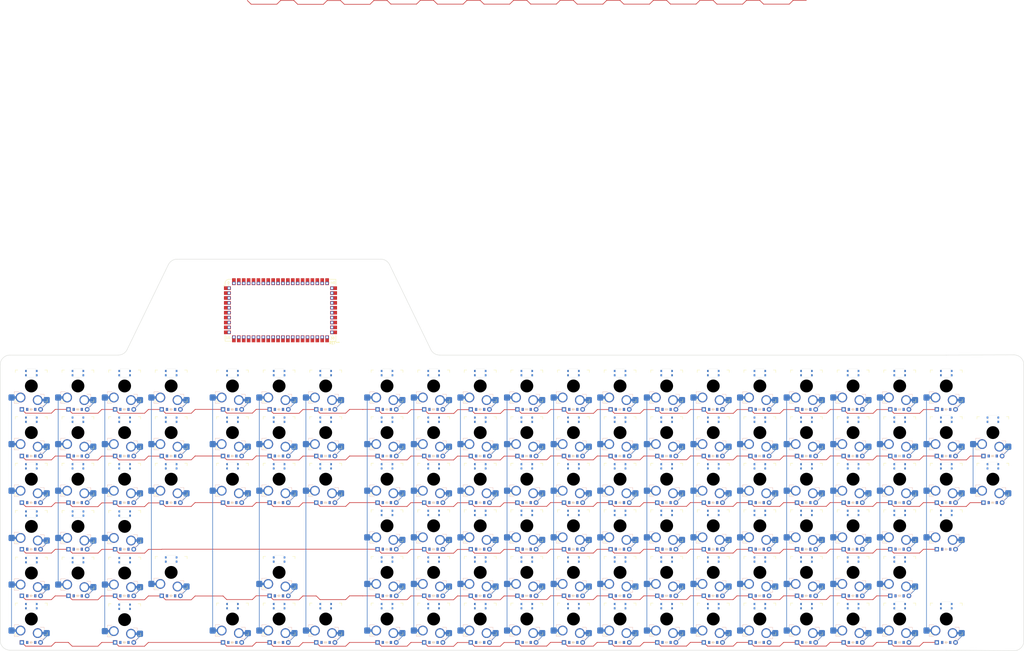
<source format=kicad_pcb>
(kicad_pcb (version 20240108) (generator "pcbnew") (generator_version "8.0")
  (title_block (title "ortho") (rev "v1.0.0") (company "Unknown"))
  (layers (0 "F.Cu" signal) (31 "B.Cu" signal) (34 "B.Paste" user) (35 "F.Paste" user) (36 "B.SilkS" user "B.Silkscreen") (37 "F.SilkS" user "F.Silkscreen") (38 "B.Mask" user) (39 "F.Mask" user) (44 "Edge.Cuts" user))
  (net 0 "")
  (net 1 "num0_space")
  (net 2 "num0_bottom")
  (net 3 "num0_home")
  (net 4 "num0_top")
  (net 5 "num0_num-row")
  (net 6 "num0_f-row")
  (net 7 "num1_bottom")
  (net 8 "num1_home")
  (net 9 "num1_top")
  (net 10 "num1_num-row")
  (net 11 "num1_f-row")
  (net 12 "num2_space")
  (net 13 "num2_bottom")
  (net 14 "num2_home")
  (net 15 "num2_top")
  (net 16 "num2_num-row")
  (net 17 "num2_f-row")
  (net 18 "num3_bottom")
  (net 19 "num3_top")
  (net 20 "num3_num-row")
  (net 21 "num3_f-row")
  (net 22 "l-arrow_space")
  (net 23 "l-arrow_top")
  (net 24 "l-arrow_num-row")
  (net 25 "l-arrow_f-row")
  (net 26 "d-arrow_space")
  (net 27 "d-arrow_bottom")
  (net 28 "d-arrow_top")
  (net 29 "d-arrow_num-row")
  (net 30 "d-arrow_f-row")
  (net 31 "r-arrow_space")
  (net 32 "r-arrow_top")
  (net 33 "r-arrow_num-row")
  (net 34 "r-arrow_f-row")
  (net 35 "l-funct0_space")
  (net 36 "l-funct0_bottom")
  (net 37 "l-funct0_home")
  (net 38 "l-funct0_top")
  (net 39 "l-funct0_num-row")
  (net 40 "l-funct0_f-row")
  (net 41 "l-pinky_space")
  (net 42 "l-pinky_bottom")
  (net 43 "l-pinky_home")
  (net 44 "l-pinky_top")
  (net 45 "l-pinky_num-row")
  (net 46 "l-pinky_f-row")
  (net 47 "l-ring_space")
  (net 48 "l-ring_bottom")
  (net 49 "l-ring_home")
  (net 50 "l-ring_top")
  (net 51 "l-ring_num-row")
  (net 52 "l-ring_f-row")
  (net 53 "l-middle_space")
  (net 54 "l-middle_bottom")
  (net 55 "l-middle_home")
  (net 56 "l-middle_top")
  (net 57 "l-middle_num-row")
  (net 58 "l-middle_f-row")
  (net 59 "l-index_space")
  (net 60 "l-index_bottom")
  (net 61 "l-index_home")
  (net 62 "l-index_top")
  (net 63 "l-index_num-row")
  (net 64 "l-index_f-row")
  (net 65 "l-thumb_space")
  (net 66 "l-thumb_bottom")
  (net 67 "l-thumb_home")
  (net 68 "l-thumb_top")
  (net 69 "l-thumb_num-row")
  (net 70 "l-thumb_f-row")
  (net 71 "r-thumb_space")
  (net 72 "r-thumb_bottom")
  (net 73 "r-thumb_home")
  (net 74 "r-thumb_top")
  (net 75 "r-thumb_num-row")
  (net 76 "r-thumb_f-row")
  (net 77 "r-index_space")
  (net 78 "r-index_bottom")
  (net 79 "r-index_home")
  (net 80 "r-index_top")
  (net 81 "r-index_num-row")
  (net 82 "r-index_f-row")
  (net 83 "r-middle_space")
  (net 84 "r-middle_bottom")
  (net 85 "r-middle_home")
  (net 86 "r-middle_top")
  (net 87 "r-middle_num-row")
  (net 88 "r-middle_f-row")
  (net 89 "r-ring_space")
  (net 90 "r-ring_bottom")
  (net 91 "r-ring_home")
  (net 92 "r-ring_top")
  (net 93 "r-ring_num-row")
  (net 94 "r-ring_f-row")
  (net 95 "r-pinky_space")
  (net 96 "r-pinky_bottom")
  (net 97 "r-pinky_home")
  (net 98 "r-pinky_top")
  (net 99 "r-pinky_num-row")
  (net 100 "r-pinky_f-row")
  (net 101 "r-funct0_space")
  (net 102 "r-funct0_bottom")
  (net 103 "r-funct0_home")
  (net 104 "r-funct0_top")
  (net 105 "r-funct0_num-row")
  (net 106 "r-funct0_f-row")
  (net 107 "r-funct1_space")
  (net 108 "r-funct1_home")
  (net 109 "r-funct1_top")
  (net 110 "r-funct1_num-row")
  (net 111 "r-funct1_f-row")
  (net 112 "r-funct2_top")
  (net 113 "r-funct2_num-row")
  (footprint "ComboDiode" (layer "F.Cu") (at 198.675 100.275)
    (property "Reference" "D40" (hide yes))
    (property "Value" "" (hide yes))
  )
  (footprint "ComboDiode" (layer "F.Cu") (at 312.675 176.275)
    (property "Reference" "D72" (hide yes))
    (property "Value" "" (hide yes))
  )
  (footprint "my-footprints:SW_Gateron_LowProfile_HotSwap_PTH_rgb" (layer "F.Cu") (at 426.725 128.725)
    (property "Reference" "${REFERENCE}" (hide yes))
    (property "Value" "SW_Gateron_LowProfile_HotSwap_PTH_rgb" (hide yes))
    (fp_line (start -1.85 -7) (end 1.85 -7) (stroke (width 0.05)) (layer "Edge.Cuts"))
    (fp_line (start -1.85 -3.5) (end -1.85 -7) (stroke (width 0.05)) (layer "Edge.Cuts"))
    (fp_line (start 1.85 -7) (end 1.85 -3.5) (stroke (width 0.05)) (layer "Edge.Cuts"))
    (fp_line (start 1.85 -3.5) (end -1.85 -3.5) (stroke (width 0.05)) (layer "Edge.Cuts"))
  )
  (footprint "my-footprints:SW_Gateron_LowProfile_HotSwap_PTH_rgb" (layer "F.Cu") (at 293.725 166.725)
    (property "Reference" "${REFERENCE}" (hide yes))
    (property "Value" "SW_Gateron_LowProfile_HotSwap_PTH_rgb" (hide yes))
    (fp_line (start -1.85 -7) (end 1.85 -7) (stroke (width 0.05)) (layer "Edge.Cuts"))
    (fp_line (start -1.85 -3.5) (end -1.85 -7) (stroke (width 0.05)) (layer "Edge.Cuts"))
    (fp_line (start 1.85 -7) (end 1.85 -3.5) (stroke (width 0.05)) (layer "Edge.Cuts"))
    (fp_line (start 1.85 -3.5) (end -1.85 -3.5) (stroke (width 0.05)) (layer "Edge.Cuts"))
  )
  (footprint "ComboDiode" (layer "F.Cu") (at 426.675 138.275)
    (property "Reference" "D109" (hide yes))
    (property "Value" "" (hide yes))
  )
  (footprint "my-footprints:SW_Gateron_LowProfile_HotSwap_PTH_rgb" (layer "F.Cu") (at 388.725 109.725)
    (property "Reference" "${REFERENCE}" (hide yes))
    (property "Value" "SW_Gateron_LowProfile_HotSwap_PTH_rgb" (hide yes))
    (fp_line (start -1.85 -7) (end 1.85 -7) (stroke (width 0.05)) (layer "Edge.Cuts"))
    (fp_line (start -1.85 -3.5) (end -1.85 -7) (stroke (width 0.05)) (layer "Edge.Cuts"))
    (fp_line (start 1.85 -7) (end 1.85 -3.5) (stroke (width 0.05)) (layer "Edge.Cuts"))
    (fp_line (start 1.85 -3.5) (end -1.85 -3.5) (stroke (width 0.05)) (layer "Edge.Cuts"))
  )
  (footprint "ComboDiode" (layer "F.Cu") (at 426.675 157.275)
    (property "Reference" "D108" (hide yes))
    (property "Value" "" (hide yes))
  )
  (footprint "my-footprints:SW_Gateron_LowProfile_HotSwap_PTH_rgb" (layer "F.Cu") (at 255.725 90.725)
    (property "Reference" "${REFERENCE}" (hide yes))
    (property "Value" "SW_Gateron_LowProfile_HotSwap_PTH_rgb" (hide yes))
    (fp_line (start -1.85 -7) (end 1.85 -7) (stroke (width 0.05)) (layer "Edge.Cuts"))
    (fp_line (start -1.85 -3.5) (end -1.85 -7) (stroke (width 0.05)) (layer "Edge.Cuts"))
    (fp_line (start 1.85 -7) (end 1.85 -3.5) (stroke (width 0.05)) (layer "Edge.Cuts"))
    (fp_line (start 1.85 -3.5) (end -1.85 -3.5) (stroke (width 0.05)) (layer "Edge.Cuts"))
  )
  (footprint "ComboDiode" (layer "F.Cu") (at 445.675 119.275)
    (property "Reference" "D113" (hide yes))
    (property "Value" "" (hide yes))
  )
  (footprint "my-footprints:SW_Gateron_LowProfile_HotSwap_PTH_rgb" (layer "F.Cu") (at 312.725 128.725)
    (property "Reference" "${REFERENCE}" (hide yes))
    (property "Value" "SW_Gateron_LowProfile_HotSwap_PTH_rgb" (hide yes))
    (fp_line (start -1.85 -7) (end 1.85 -7) (stroke (width 0.05)) (layer "Edge.Cuts"))
    (fp_line (start -1.85 -3.5) (end -1.85 -7) (stroke (width 0.05)) (layer "Edge.Cuts"))
    (fp_line (start 1.85 -7) (end 1.85 -3.5) (stroke (width 0.05)) (layer "Edge.Cuts"))
    (fp_line (start 1.85 -3.5) (end -1.85 -3.5) (stroke (width 0.05)) (layer "Edge.Cuts"))
  )
  (footprint "my-footprints:SW_Gateron_LowProfile_HotSwap_PTH_rgb" (layer "F.Cu") (at 110.725 90.725)
    (property "Reference" "${REFERENCE}" (hide yes))
    (property "Value" "SW_Gateron_LowProfile_HotSwap_PTH_rgb" (hide yes))
    (fp_line (start -1.85 -7) (end 1.85 -7) (stroke (width 0.05)) (layer "Edge.Cuts"))
    (fp_line (start -1.85 -3.5) (end -1.85 -7) (stroke (width 0.05)) (layer "Edge.Cuts"))
    (fp_line (start 1.85 -7) (end 1.85 -3.5) (stroke (width 0.05)) (layer "Edge.Cuts"))
    (fp_line (start 1.85 -3.5) (end -1.85 -3.5) (stroke (width 0.05)) (layer "Edge.Cuts"))
  )
  (footprint "ComboDiode" (layer "F.Cu") (at 173.675 195.275)
    (property "Reference" "D31" (hide yes))
    (property "Value" "" (hide yes))
  )
  (footprint "ComboDiode" (layer "F.Cu") (at 53.675 138.275)
    (property "Reference" "D4" (hide yes))
    (property "Value" "" (hide yes))
  )
  (footprint "ComboDiode" (layer "F.Cu") (at 91.675 176.275)
    (property "Reference" "D13" (hide yes))
    (property "Value" "" (hide yes))
  )
  (footprint "my-footprints:SW_Gateron_LowProfile_HotSwap_PTH_rgb" (layer "F.Cu") (at 110.725 109.725)
    (property "Reference" "${REFERENCE}" (hide yes))
    (property "Value" "SW_Gateron_LowProfile_HotSwap_PTH_rgb" (hide yes))
    (fp_line (start -1.85 -7) (end 1.85 -7) (stroke (width 0.05)) (layer "Edge.Cuts"))
    (fp_line (start -1.85 -3.5) (end -1.85 -7) (stroke (width 0.05)) (layer "Edge.Cuts"))
    (fp_line (start 1.85 -7) (end 1.85 -3.5) (stroke (width 0.05)) (layer "Edge.Cuts"))
    (fp_line (start 1.85 -3.5) (end -1.85 -3.5) (stroke (width 0.05)) (layer "Edge.Cuts"))
  )
  (footprint "ComboDiode" (layer "F.Cu") (at 388.675 176.275)
    (property "Reference" "D96" (hide yes))
    (property "Value" "" (hide yes))
  )
  (footprint "ComboDiode" (layer "F.Cu") (at 154.675 176.275)
    (property "Reference" "D27" (hide yes))
    (property "Value" "" (hide yes))
  )
  (footprint "ComboDiode" (layer "F.Cu") (at 173.675 138.275)
    (property "Reference" "D32" (hide yes))
    (property "Value" "" (hide yes))
  )
  (footprint "ComboDiode" (layer "F.Cu") (at 388.675 138.275)
    (property "Reference" "D98" (hide yes))
    (property "Value" "" (hide yes))
  )
  (footprint "ComboDiode" (layer "F.Cu") (at 350.675 100.275)
    (property "Reference" "D88" (hide yes))
    (property "Value" "" (hide yes))
  )
  (footprint "ComboDiode" (layer "F.Cu") (at 312.675 195.275)
    (property "Reference" "D71" (hide yes))
    (property "Value" "" (hide yes))
  )
  (footprint "ComboDiode" (layer "F.Cu") (at 274.675 138.275)
    (property "Reference" "D62" (hide yes))
    (property "Value" "" (hide yes))
  )
  (footprint "my-footprints:SW_Gateron_LowProfile_HotSwap_PTH_rgb" (layer "F.Cu") (at 135.725 90.725)
    (property "Reference" "${REFERENCE}" (hide yes))
    (property "Value" "SW_Gateron_LowProfile_HotSwap_PTH_rgb" (hide yes))
    (fp_line (start -1.85 -7) (end 1.85 -7) (stroke (width 0.05)) (layer "Edge.Cuts"))
    (fp_line (start -1.85 -3.5) (end -1.85 -7) (stroke (width 0.05)) (layer "Edge.Cuts"))
    (fp_line (start 1.85 -7) (end 1.85 -3.5) (stroke (width 0.05)) (layer "Edge.Cuts"))
    (fp_line (start 1.85 -3.5) (end -1.85 -3.5) (stroke (width 0.05)) (layer "Edge.Cuts"))
  )
  (footprint "my-footprints:SW_Gateron_LowProfile_HotSwap_PTH_rgb" (layer "F.Cu") (at 445.725 128.725)
    (property "Reference" "${REFERENCE}" (hide yes))
    (property "Value" "SW_Gateron_LowProfile_HotSwap_PTH_rgb" (hide yes))
    (fp_line (start -1.85 -7) (end 1.85 -7) (stroke (width 0.05)) (layer "Edge.Cuts"))
    (fp_line (start -1.85 -3.5) (end -1.85 -7) (stroke (width 0.05)) (layer "Edge.Cuts"))
    (fp_line (start 1.85 -7) (end 1.85 -3.5) (stroke (width 0.05)) (layer "Edge.Cuts"))
    (fp_line (start 1.85 -3.5) (end -1.85 -3.5) (stroke (width 0.05)) (layer "Edge.Cuts"))
  )
  (footprint "my-footprints:SW_Gateron_LowProfile_HotSwap_PTH_rgb" (layer "F.Cu") (at 426.725 109.725)
    (property "Reference" "${REFERENCE}" (hide yes))
    (property "Value" "SW_Gateron_LowProfile_HotSwap_PTH_rgb" (hide yes))
    (fp_line (start -1.85 -7) (end 1.85 -7) (stroke (width 0.05)) (layer "Edge.Cuts"))
    (fp_line (start -1.85 -3.5) (end -1.85 -7) (stroke (width 0.05)) (layer "Edge.Cuts"))
    (fp_line (start 1.85 -7) (end 1.85 -3.5) (stroke (width 0.05)) (layer "Edge.Cuts"))
    (fp_line (start 1.85 -3.5) (end -1.85 -3.5) (stroke (width 0.05)) (layer "Edge.Cuts"))
  )
  (footprint "ComboDiode" (layer "F.Cu") (at 135.675 138.275)
    (property "Reference" "D23" (hide yes))
    (property "Value" "" (hide yes))
  )
  (footprint "my-footprints:SW_Gateron_LowProfile_HotSwap_PTH_rgb" (layer "F.Cu") (at 350.725 185.725)
    (property "Reference" "${REFERENCE}" (hide yes))
    (property "Value" "SW_Gateron_LowProfile_HotSwap_PTH_rgb" (hide yes))
    (fp_line (start -1.85 -7) (end 1.85 -7) (stroke (width 0.05)) (layer "Edge.Cuts"))
    (fp_line (start -1.85 -3.5) (end -1.85 -7) (stroke (width 0.05)) (layer "Edge.Cuts"))
    (fp_line (start 1.85 -7) (end 1.85 -3.5) (stroke (width 0.05)) (layer "Edge.Cuts"))
    (fp_line (start 1.85 -3.5) (end -1.85 -3.5) (stroke (width 0.05)) (layer "Edge.Cuts"))
  )
  (footprint "my-footprints:SW_Gateron_LowProfile_HotSwap_PTH_rgb" (layer "F.Cu") (at 331.725 166.725)
    (property "Reference" "${REFERENCE}" (hide yes))
    (property "Value" "SW_Gateron_LowProfile_HotSwap_PTH_rgb" (hide yes))
    (fp_line (start -1.85 -7) (end 1.85 -7) (stroke (width 0.05)) (layer "Edge.Cuts"))
    (fp_line (start -1.85 -3.5) (end -1.85 -7) (stroke (width 0.05)) (layer "Edge.Cuts"))
    (fp_line (start 1.85 -7) (end 1.85 -3.5) (stroke (width 0.05)) (layer "Edge.Cuts"))
    (fp_line (start 1.85 -3.5) (end -1.85 -3.5) (stroke (width 0.05)) (layer "Edge.Cuts"))
  )
  (footprint "my-footprints:SW_Gateron_LowProfile_HotSwap_PTH_rgb" (layer "F.Cu") (at 236.725 128.725)
    (property "Reference" "${REFERENCE}" (hide yes))
    (property "Value" "SW_Gateron_LowProfile_HotSwap_PTH_rgb" (hide yes))
    (fp_line (start -1.85 -7) (end 1.85 -7) (stroke (width 0.05)) (layer "Edge.Cuts"))
    (fp_line (start -1.85 -3.5) (end -1.85 -7) (stroke (width 0.05)) (layer "Edge.Cuts"))
    (fp_line (start 1.85 -7) (end 1.85 -3.5) (stroke (width 0.05)) (layer "Edge.Cuts"))
    (fp_line (start 1.85 -3.5) (end -1.85 -3.5) (stroke (width 0.05)) (layer "Edge.Cuts"))
  )
  (footprint "my-footprints:SW_Gateron_LowProfile_HotSwap_PTH_rgb" (layer "F.Cu") (at 407.725 147.725)
    (property "Reference" "${REFERENCE}" (hide yes))
    (property "Value" "SW_Gateron_LowProfile_HotSwap_PTH_rgb" (hide yes))
    (fp_line (start -1.85 -7) (end 1.85 -7) (stroke (width 0.05)) (layer "Edge.Cuts"))
    (fp_line (start -1.85 -3.5) (end -1.85 -7) (stroke (width 0.05)) (layer "Edge.Cuts"))
    (fp_line (start 1.85 -7) (end 1.85 -3.5) (stroke (width 0.05)) (layer "Edge.Cuts"))
    (fp_line (start 1.85 -3.5) (end -1.85 -3.5) (stroke (width 0.05)) (layer "Edge.Cuts"))
  )
  (footprint "my-footprints:SW_Gateron_LowProfile_HotSwap_PTH_rgb" (layer "F.Cu") (at 198.725 147.725)
    (property "Reference" "${REFERENCE}" (hide yes))
    (property "Value" "SW_Gateron_LowProfile_HotSwap_PTH_rgb" (hide yes))
    (fp_line (start -1.85 -7) (end 1.85 -7) (stroke (width 0.05)) (layer "Edge.Cuts"))
    (fp_line (start -1.85 -3.5) (end -1.85 -7) (stroke (width 0.05)) (layer "Edge.Cuts"))
    (fp_line (start 1.85 -7) (end 1.85 -3.5) (stroke (width 0.05)) (layer "Edge.Cuts"))
    (fp_line (start 1.85 -3.5) (end -1.85 -3.5) (stroke (width 0.05)) (layer "Edge.Cuts"))
  )
  (footprint "ComboDiode" (layer "F.Cu") (at 331.675 195.275)
    (property "Reference" "D77" (hide yes))
    (property "Value" "" (hide yes))
  )
  (footprint "ComboDiode" (layer "F.Cu") (at 217.675 138.275)
    (property "Reference" "D44" (hide yes))
    (property "Value" "" (hide yes))
  )
  (footprint "my-footprints:SW_Gateron_LowProfile_HotSwap_PTH_rgb" (layer "F.Cu") (at 154.725 90.725)
    (property "Reference" "${REFERENCE}" (hide yes))
    (property "Value" "SW_Gateron_LowProfile_HotSwap_PTH_rgb" (hide yes))
    (fp_line (start -1.85 -7) (end 1.85 -7) (stroke (width 0.05)) (layer "Edge.Cuts"))
    (fp_line (start -1.85 -3.5) (end -1.85 -7) (stroke (width 0.05)) (layer "Edge.Cuts"))
    (fp_line (start 1.85 -7) (end 1.85 -3.5) (stroke (width 0.05)) (layer "Edge.Cuts"))
    (fp_line (start 1.85 -3.5) (end -1.85 -3.5) (stroke (width 0.05)) (layer "Edge.Cuts"))
  )
  (footprint "ComboDiode" (layer "F.Cu") (at 72.675 157.275)
    (property "Reference" "D8" (hide yes))
    (property "Value" "" (hide yes))
  )
  (footprint "ComboDiode" (layer "F.Cu") (at 312.675 119.275)
    (property "Reference" "D75" (hide yes))
    (property "Value" "" (hide yes))
  )
  (footprint "ComboDiode" (layer "F.Cu") (at 350.675 138.275)
    (property "Reference" "D86" (hide yes))
    (property "Value" "" (hide yes))
  )
  (footprint "my-footprints:SW_Gateron_LowProfile_HotSwap_PTH_rgb" (layer "F.Cu") (at 312.725 147.725)
    (property "Reference" "${REFERENCE}" (hide yes))
    (property "Value" "SW_Gateron_LowProfile_HotSwap_PTH_rgb" (hide yes))
    (fp_line (start -1.85 -7) (end 1.85 -7) (stroke (width 0.05)) (layer "Edge.Cuts"))
    (fp_line (start -1.85 -3.5) (end -1.85 -7) (stroke (width 0.05)) (layer "Edge.Cuts"))
    (fp_line (start 1.85 -7) (end 1.85 -3.5) (stroke (width 0.05)) (layer "Edge.Cuts"))
    (fp_line (start 1.85 -3.5) (end -1.85 -3.5) (stroke (width 0.05)) (layer "Edge.Cuts"))
  )
  (footprint "my-footprints:SW_Gateron_LowProfile_HotSwap_PTH_rgb" (layer "F.Cu") (at 388.725 166.725)
    (property "Reference" "${REFERENCE}" (hide yes))
    (property "Value" "SW_Gateron_LowProfile_HotSwap_PTH_rgb" (hide yes))
    (fp_line (start -1.85 -7) (end 1.85 -7) (stroke (width 0.05)) (layer "Edge.Cuts"))
    (fp_line (start -1.85 -3.5) (end -1.85 -7) (stroke (width 0.05)) (layer "Edge.Cuts"))
    (fp_line (start 1.85 -7) (end 1.85 -3.5) (stroke (width 0.05)) (layer "Edge.Cuts"))
    (fp_line (start 1.85 -3.5) (end -1.85 -3.5) (stroke (width 0.05)) (layer "Edge.Cuts"))
  )
  (footprint "my-footprints:SW_Gateron_LowProfile_HotSwap_PTH_rgb" (layer "F.Cu") (at 53.725 109.725)
    (property "Reference" "${REFERENCE}" (hide yes))
    (property "Value" "SW_Gateron_LowProfile_HotSwap_PTH_rgb" (hide yes))
    (fp_line (start -1.85 -7) (end 1.85 -7) (stroke (width 0.05)) (layer "Edge.Cuts"))
    (fp_line (start -1.85 -3.5) (end -1.85 -7) (stroke (width 0.05)) (layer "Edge.Cuts"))
    (fp_line (start 1.85 -7) (end 1.85 -3.5) (stroke (width 0.05)) (layer "Edge.Cuts"))
    (fp_line (start 1.85 -3.5) (end -1.85 -3.5) (stroke (width 0.05)) (layer "Edge.Cuts"))
  )
  (footprint "ComboDiode" (layer "F.Cu") (at 255.675 157.275)
    (property "Reference" "D55" (hide yes))
    (property "Value" "" (hide yes))
  )
  (footprint "my-footprints:SW_Gateron_LowProfile_HotSwap_PTH_rgb" (layer "F.Cu") (at 274.725 185.725)
    (property "Reference" "${REFERENCE}" (hide yes))
    (property "Value" "SW_Gateron_LowProfile_HotSwap_PTH_rgb" (hide yes))
    (fp_line (start -1.85 -7) (end 1.85 -7) (stroke (width 0.05)) (layer "Edge.Cuts"))
    (fp_line (start -1.85 -3.5) (end -1.85 -7) (stroke (width 0.05)) (layer "Edge.Cuts"))
    (fp_line (start 1.85 -7) (end 1.85 -3.5) (stroke (width 0.05)) (layer "Edge.Cuts"))
    (fp_line (start 1.85 -3.5) (end -1.85 -3.5) (stroke (width 0.05)) (layer "Edge.Cuts"))
  )
  (footprint "my-footprints:SW_Gateron_LowProfile_HotSwap_PTH_rgb" (layer "F.Cu") (at 72.75 166.975)
    (property "Reference" "${REFERENCE}" (hide yes))
    (property "Value" "SW_Gateron_LowProfile_HotSwap_PTH_rgb" (hide yes))
    (fp_line (start -1.85 -7) (end 1.85 -7) (stroke (width 0.05)) (layer "Edge.Cuts"))
    (fp_line (start -1.85 -3.5) (end -1.85 -7) (stroke (width 0.05)) (layer "Edge.Cuts"))
    (fp_line (start 1.85 -7) (end 1.85 -3.5) (stroke (width 0.05)) (layer "Edge.Cuts"))
    (fp_line (start 1.85 -3.5) (end -1.85 -3.5) (stroke (width 0.05)) (layer "Edge.Cuts"))
  )
  (footprint "my-footprints:SW_Gateron_LowProfile_HotSwap_PTH_rgb" (layer "F.Cu") (at 91.75 128.725)
    (property "Reference" "${REFERENCE}" (hide yes))
    (property "Value" "SW_Gateron_LowProfile_HotSwap_PTH_rgb" (hide yes))
    (fp_line (start -1.85 -7) (end 1.85 -7) (stroke (width 0.05)) (layer "Edge.Cuts"))
    (fp_line (start -1.85 -3.5) (end -1.85 -7) (stroke (width 0.05)) (layer "Edge.Cuts"))
    (fp_line (start 1.85 -7) (end 1.85 -3.5) (stroke (width 0.05)) (layer "Edge.Cuts"))
    (fp_line (start 1.85 -3.5) (end -1.85 -3.5) (stroke (width 0.05)) (layer "Edge.Cuts"))
  )
  (footprint "my-footprints:SW_Gateron_LowProfile_HotSwap_PTH_rgb" (layer "F.Cu") (at 255.725 147.725)
    (property "Reference" "${REFERENCE}" (hide yes))
    (property "Value" "SW_Gateron_LowProfile_HotSwap_PTH_rgb" (hide yes))
    (fp_line (start -1.85 -7) (end 1.85 -7) (stroke (width 0.05)) (layer "Edge.Cuts"))
    (fp_line (start -1.85 -3.5) (end -1.85 -7) (stroke (width 0.05)) (layer "Edge.Cuts"))
    (fp_line (start 1.85 -7) (end 1.85 -3.5) (stroke (width 0.05)) (layer "Edge.Cuts"))
    (fp_line (start 1.85 -3.5) (end -1.85 -3.5) (stroke (width 0.05)) (layer "Edge.Cuts"))
  )
  (footprint "my-footprints:SW_Gateron_LowProfile_HotSwap_PTH_rgb" (layer "F.Cu") (at 173.725 185.725)
    (property "Reference" "${REFERENCE}" (hide yes))
    (property "Value" "SW_Gateron_LowProfile_HotSwap_PTH_rgb" (hide yes))
    (fp_line (start -1.85 -7) (end 1.85 -7) (stroke (width 0.05)) (layer "Edge.Cuts"))
    (fp_line (start -1.85 -3.5) (end -1.85 -7) (stroke (width 0.05)) (layer "Edge.Cuts"))
    (fp_line (start 1.85 -7) (end 1.85 -3.5) (stroke (width 0.05)) (layer "Edge.Cuts"))
    (fp_line (start 1.85 -3.5) (end -1.85 -3.5) (stroke (width 0.05)) (layer "Edge.Cuts"))
  )
  (footprint "my-footprints:SW_Gateron_LowProfile_HotSwap_PTH_rgb" (layer "F.Cu") (at 350.725 166.725)
    (property "Reference" "${REFERENCE}" (hide yes))
    (property "Value" "SW_Gateron_LowProfile_HotSwap_PTH_rgb" (hide yes))
    (fp_line (start -1.85 -7) (end 1.85 -7) (stroke (width 0.05)) (layer "Edge.Cuts"))
    (fp_line (start -1.85 -3.5) (end -1.85 -7) (stroke (width 0.05)) (layer "Edge.Cuts"))
    (fp_line (start 1.85 -7) (end 1.85 -3.5) (stroke (width 0.05)) (layer "Edge.Cuts"))
    (fp_line (start 1.85 -3.5) (end -1.85 -3.5) (stroke (width 0.05)) (layer "Edge.Cuts"))
  )
  (footprint "my-footprints:SW_Gateron_LowProfile_HotSwap_PTH_rgb" (layer "F.Cu") (at 53.725 128.725)
    (property "Reference" "${REFERENCE}" (hide yes))
    (property "Value" "SW_Gateron_LowProfile_HotSwap_PTH_rgb" (hide yes))
    (fp_line (start -1.85 -7) (end 1.85 -7) (stroke (width 0.05)) (layer "Edge.Cuts"))
    (fp_line (start -1.85 -3.5) (end -1.85 -7) (stroke (width 0.05)) (layer "Edge.Cuts"))
    (fp_line (start 1.85 -7) (end 1.85 -3.5) (stroke (width 0.05)) (layer "Edge.Cuts"))
    (fp_line (start 1.85 -3.5) (end -1.85 -3.5) (stroke (width 0.05)) (layer "Edge.Cuts"))
  )
  (footprint "my-footprints:SW_Gateron_LowProfile_HotSwap_PTH_rgb" (layer "F.Cu") (at 173.725 90.725)
    (property "Reference" "${REFERENCE}" (hide yes))
    (property "Value" "SW_Gateron_LowProfile_HotSwap_PTH_rgb" (hide yes))
    (fp_line (start -1.85 -7) (end 1.85 -7) (stroke (width 0.05)) (layer "Edge.Cuts"))
    (fp_line (start -1.85 -3.5) (end -1.85 -7) (stroke (width 0.05)) (layer "Edge.Cuts"))
    (fp_line (start 1.85 -7) (end 1.85 -3.5) (stroke (width 0.05)) (layer "Edge.Cuts"))
    (fp_line (start 1.85 -3.5) (end -1.85 -3.5) (stroke (width 0.05)) (layer "Edge.Cuts"))
  )
  (footprint "my-footprints:SW_Gateron_LowProfile_HotSwap_PTH_rgb" (layer "F.Cu") (at 154.725 128.725)
    (property "Reference" "${REFERENCE}" (hide yes))
    (property "Value" "SW_Gateron_LowProfile_HotSwap_PTH_rgb" (hide yes))
    (fp_line (start -1.85 -7) (end 1.85 -7) (stroke (width 0.05)) (layer "Edge.Cuts"))
    (fp_line (start -1.85 -3.5) (end -1.85 -7) (stroke (width 0.05)) (layer "Edge.Cuts"))
    (fp_line (start 1.85 -7) (end 1.85 -3.5) (stroke (width 0.05)) (layer "Edge.Cuts"))
    (fp_line (start 1.85 -3.5) (end -1.85 -3.5) (stroke (width 0.05)) (layer "Edge.Cuts"))
  )
  (footprint "my-footprints:SW_Gateron_LowProfile_HotSwap_PTH_rgb" (layer "F.Cu") (at 293.725 185.725)
    (property "Reference" "${REFERENCE}" (hide yes))
    (property "Value" "SW_Gateron_LowProfile_HotSwap_PTH_rgb" (hide yes))
    (fp_line (start -1.85 -7) (end 1.85 -7) (stroke (width 0.05)) (layer "Edge.Cuts"))
    (fp_line (start -1.85 -3.5) (end -1.85 -7) (stroke (width 0.05)) (layer "Edge.Cuts"))
    (fp_line (start 1.85 -7) (end 1.85 -3.5) (stroke (width 0.05)) (layer "Edge.Cuts"))
    (fp_line (start 1.85 -3.5) (end -1.85 -3.5) (stroke (width 0.05)) (layer "Edge.Cuts"))
  )
  (footprint "my-footprints:SW_Gateron_LowProfile_HotSwap_PTH_rgb" (layer "F.Cu") (at 369.725 128.725)
    (property "Reference" "${REFERENCE}" (hide yes))
    (property "Value" "SW_Gateron_LowProfile_HotSwap_PTH_rgb" (hide yes))
    (fp_line (start -1.85 -7) (end 1.85 -7) (stroke (width 0.05)) (layer "Edge.Cuts"))
    (fp_line (start -1.85 -3.5) (end -1.85 -7) (stroke (width 0.05)) (layer "Edge.Cuts"))
    (fp_line (start 1.85 -7) (end 1.85 -3.5) (stroke (width 0.05)) (layer "Edge.Cuts"))
    (fp_line (start 1.85 -3.5) (end -1.85 -3.5) (stroke (width 0.05)) (layer "Edge.Cuts"))
  )
  (footprint "ComboDiode" (layer "F.Cu") (at 255.675 176.275)
    (property "Reference" "D54" (hide yes))
    (property "Value" "" (hide yes))
  )
  (footprint "my-footprints:SW_Gateron_LowProfile_HotSwap_PTH_rgb" (layer "F.Cu") (at 312.725 185.725)
    (property "Reference" "${REFERENCE}" (hide yes))
    (property "Value" "SW_Gateron_LowProfile_HotSwap_PTH_rgb" (hide yes))
    (fp_line (start -1.85 -7) (end 1.85 -7) (stroke (width 0.05)) (layer "Edge.Cuts"))
    (fp_line (start -1.85 -3.5) (end -1.85 -7) (stroke (width 0.05)) (layer "Edge.Cuts"))
    (fp_line (start 1.85 -7) (end 1.85 -3.5) (stroke (width 0.05)) (layer "Edge.Cuts"))
    (fp_line (start 1.85 -3.5) (end -1.85 -3.5) (stroke (width 0.05)) (layer "Edge.Cuts"))
  )
  (footprint "ComboDiode" (layer "F.Cu") (at 236.675 138.275)
    (property "Reference" "D50" (hide yes))
    (property "Value" "" (hide yes))
  )
  (footprint "ComboDiode" (layer "F.Cu") (at 91.675 100.275)
    (property "Reference" "D17" (hide yes))
    (property "Value" "" (hide yes))
  )
  (footprint "ComboDiode" (layer "F.Cu") (at 369.675 176.275)
    (property "Reference" "D90" (hide yes))
    (property "Value" "" (hide yes))
  )
  (footprint "my-footprints:SW_Gateron_LowProfile_HotSwap_PTH_rgb" (layer "F.Cu") (at 274.725 128.725)
    (property "Reference" "${REFERENCE}" (hide yes))
    (property "Value" "SW_Gateron_LowProfile_HotSwap_PTH_rgb" (hide yes))
    (fp_line (start -1.85 -7) (end 1.85 -7) (stroke (width 0.05)) (layer "Edge.Cuts"))
    (fp_line (start -1.85 -3.5) (end -1.85 -7) (stroke (width 0.05)) (layer "Edge.Cuts"))
    (fp_line (start 1.85 -7) (end 1.85 -3.5) (stroke (width 0.05)) (layer "Edge.Cuts"))
    (fp_line (start 1.85 -3.5) (end -1.85 -3.5) (stroke (width 0.05)) (layer "Edge.Cuts"))
  )
  (footprint "ComboDiode" (layer "F.Cu") (at 407.675 157.275)
    (property "Reference" "D103" (hide yes))
    (property "Value" "" (hide yes))
  )
  (footprint "ComboDiode" (layer "F.Cu") (at 217.675 157.275)
    (property "Reference" "D43" (hide yes))
    (property "Value" "" (hide yes))
  )
  (footprint "my-footprints:SW_Gateron_LowProfile_HotSwap_PTH_rgb" (layer "F.Cu") (at 369.725 166.725)
    (property "Reference" "${REFERENCE}" (hide yes))
    (property "Value" "SW_Gateron_LowProfile_HotSwap_PTH_rgb" (hide yes))
    (fp_line (start -1.85 -7) (end 1.85 -7) (stroke (width 0.05)) (layer "Edge.Cuts"))
    (fp_line (start -1.85 -3.5) (end -1.85 -7) (stroke (width 0.05)) (layer "Edge.Cuts"))
    (fp_line (start 1.85 -7) (end 1.85 -3.5) (stroke (width 0.05)) (layer "Edge.Cuts"))
    (fp_line (start 1.85 -3.5) (end -1.85 -3.5) (stroke (width 0.05)) (layer "Edge.Cuts"))
  )
  (footprint "my-footprints:SW_Gateron_LowProfile_HotSwap_PTH_rgb" (layer "F.Cu") (at 407.725 90.725)
    (property "Reference" "${REFERENCE}" (hide yes))
    (property "Value" "SW_Gateron_LowProfile_HotSwap_PTH_rgb" (hide yes))
    (fp_line (start -1.85 -7) (end 1.85 -7) (stroke (width 0.05)) (layer "Edge.Cuts"))
    (fp_line (start -1.85 -3.5) (end -1.85 -7) (stroke (width 0.05)) (layer "Edge.Cuts"))
    (fp_line (start 1.85 -7) (end 1.85 -3.5) (stroke (width 0.05)) (layer "Edge.Cuts"))
    (fp_line (start 1.85 -3.5) (end -1.85 -3.5) (stroke (width 0.05)) (layer "Edge.Cuts"))
  )
  (footprint "my-footprints:SW_Gateron_LowProfile_HotSwap_PTH_rgb" (layer "F.Cu") (at 274.725 109.725)
    (property "Reference" "${REFERENCE}" (hide yes))
    (property "Value" "SW_Gateron_LowProfile_HotSwap_PTH_rgb" (hide yes))
    (fp_line (start -1.85 -7) (end 1.85 -7) (stroke (width 0.05)) (layer "Edge.Cuts"))
    (fp_line (start -1.85 -3.5) (end -1.85 -7) (stroke (width 0.05)) (layer "Edge.Cuts"))
    (fp_line (start 1.85 -7) (end 1.85 -3.5) (stroke (width 0.05)) (layer "Edge.Cuts"))
    (fp_line (start 1.85 -3.5) (end -1.85 -3.5) (stroke (width 0.05)) (layer "Edge.Cuts"))
  )
  (footprint "my-footprints:SW_Gateron_LowProfile_HotSwap_PTH_rgb" (layer "F.Cu") (at 426.725 147.725)
    (property "Reference" "${REFERENCE}" (hide yes))
    (property "Value" "SW_Gateron_LowProfile_HotSwap_PTH_rgb" (hide yes))
    (fp_line (start -1.85 -7) (end 1.85 -7) (stroke (width 0.05)) (layer "Edge.Cuts"))
    (fp_line (start -1.85 -3.5) (end -1.85 -7) (stroke (width 0.05)) (layer "Edge.Cuts"))
    (fp_line (start 1.85 -7) (end 1.85 -3.5) (stroke (width 0.05)) (layer "Edge.Cuts"))
    (fp_line (start 1.85 -3.5) (end -1.85 -3.5) (stroke (width 0.05)) (layer "Edge.Cuts"))
  )
  (footprint "ComboDiode" (layer "F.Cu") (at 135.675 119.275)
    (property "Reference" "D24" (hide yes))
    (property "Value" "" (hide yes))
  )
  (footprint "my-footprints:SW_Gateron_LowProfile_HotSwap_PTH_rgb" (layer "F.Cu") (at 217.725 90.725)
    (property "Reference" "${REFERENCE}" (hide yes))
    (property "Value" "SW_Gateron_LowProfile_HotSwap_PTH_rgb" (hide yes))
    (fp_line (start -1.85 -7) (end 1.85 -7) (stroke (width 0.05)) (layer "Edge.Cuts"))
    (fp_line (start -1.85 -3.5) (end -1.85 -7) (stroke (width 0.05)) (layer "Edge.Cuts"))
    (fp_line (start 1.85 -7) (end 1.85 -3.5) (stroke (width 0.05)) (layer "Edge.Cuts"))
    (fp_line (start 1.85 -3.5) (end -1.85 -3.5) (stroke (width 0.05)) (layer "Edge.Cuts"))
  )
  (footprint "my-footprints:SW_Gateron_LowProfile_HotSwap_PTH_rgb" (layer "F.Cu") (at 91.75 90.725)
    (property "Reference" "${REFERENCE}" (hide yes))
    (property "Value" "SW_Gateron_LowProfile_HotSwap_PTH_rgb" (hide yes))
    (fp_line (start -1.85 -7) (end 1.85 -7) (stroke (width 0.05)) (layer "Edge.Cuts"))
    (fp_line (start -1.85 -3.5) (end -1.85 -7) (stroke (width 0.05)) (layer "Edge.Cuts"))
    (fp_line (start 1.85 -7) (end 1.85 -3.5) (stroke (width 0.05)) (layer "Edge.Cuts"))
    (fp_line (start 1.85 -3.5) (end -1.85 -3.5) (stroke (width 0.05)) (layer "Edge.Cuts"))
  )
  (footprint "my-footprints:SW_Gateron_LowProfile_HotSwap_PTH_rgb" (layer "F.Cu") (at 173.725 128.725)
    (property "Reference" "${REFERENCE}" (hide yes))
    (property "Value" "SW_Gateron_LowProfile_HotSwap_PTH_rgb" (hide yes))
    (fp_line (start -1.85 -7) (end 1.85 -7) (stroke (width 0.05)) (layer "Edge.Cuts"))
    (fp_line (start -1.85 -3.5) (end -1.85 -7) (stroke (width 0.05)) (layer "Edge.Cuts"))
    (fp_line (start 1.85 -7) (end 1.85 -3.5) (stroke (width 0.05)) (layer "Edge.Cuts"))
    (fp_line (start 1.85 -3.5) (end -1.85 -3.5) (stroke (width 0.05)) (layer "Edge.Cuts"))
  )
  (footprint "ComboDiode" (layer "F.Cu") (at 198.675 195.275)
    (property "Reference" "D35" (hide yes))
    (property "Value" "" (hide yes))
  )
  (footprint "ComboDiode" (layer "F.Cu") (at 388.675 119.275)
    (property "Reference" "D99" (hide yes))
    (property "Value" "" (hide yes))
  )
  (footprint "my-footprints:SW_Gateron_LowProfile_HotSwap_PTH_rgb" (layer "F.Cu") (at 312.725 90.725)
    (property "Reference" "${REFERENCE}" (hide yes))
    (property "Value" "SW_Gateron_LowProfile_HotSwap_PTH_rgb" (hide yes))
    (fp_line (start -1.85 -7) (end 1.85 -7) (stroke (width 0.05)) (layer "Edge.Cuts"))
    (fp_line (start -1.85 -3.5) (end -1.85 -7) (stroke (width 0.05)) (layer "Edge.Cuts"))
    (fp_line (start 1.85 -7) (end 1.85 -3.5) (stroke (width 0.05)) (layer "Edge.Cuts"))
    (fp_line (start 1.85 -3.5) (end -1.85 -3.5) (stroke (width 0.05)) (layer "Edge.Cuts"))
  )
  (footprint "ComboDiode" (layer "F.Cu") (at 293.675 138.275)
    (property "Reference" "D68" (hide yes))
    (property "Value" "" (hide yes))
  )
  (footprint "ComboDiode" (layer "F.Cu") (at 255.675 195.275)
    (property "Reference" "D53" (hide yes))
    (property "Value" "" (hide yes))
  )
  (footprint "my-footprints:SW_Gateron_LowProfile_HotSwap_PTH_rgb" (layer "F.Cu") (at 255.725 185.725)
    (property "Reference" "${REFERENCE}" (hide yes))
    (property "Value" "SW_Gateron_LowProfile_HotSwap_PTH_rgb" (hide yes))
    (fp_line (start -1.85 -7) (end 1.85 -7) (stroke (width 0.05)) (layer "Edge.Cuts"))
    (fp_line (start -1.85 -3.5) (end -1.85 -7) (stroke (width 0.05)) (layer "Edge.Cuts"))
    (fp_line (start 1.85 -7) (end 1.85 -3.5) (stroke (width 0.05)) (layer "Edge.Cuts"))
    (fp_line (start 1.85 -3.5) (end -1.85 -3.5) (stroke (width 0.05)) (layer "Edge.Cuts"))
  )
  (footprint "ComboDiode" (layer "F.Cu") (at 407.675 100.275)
    (property "Reference" "D106" (hide yes))
    (property "Value" "" (hide yes))
  )
  (footprint "my-footprints:SW_Gateron_LowProfile_HotSwap_PTH_rgb" (layer "F.Cu") (at 198.725 109.725)
    (property "Reference" "${REFERENCE}" (hide yes))
    (property "Value" "SW_Gateron_LowProfile_HotSwap_PTH_rgb" (hide yes))
    (fp_line (start -1.85 -7) (end 1.85 -7) (stroke (width 0.05)) (layer "Edge.Cuts"))
    (fp_line (start -1.85 -3.5) (end -1.85 -7) (stroke (width 0.05)) (layer "Edge.Cuts"))
    (fp_line (start 1.85 -7) (end 1.85 -3.5) (stroke (width 0.05)) (layer "Edge.Cuts"))
    (fp_line (start 1.85 -3.5) (end -1.85 -3.5) (stroke (width 0.05)) (layer "Edge.Cuts"))
  )
  (footprint "ComboDiode" (layer "F.Cu") (at 407.675 138.275)
    (property "Reference" "D104" (hide yes))
    (property "Value" "" (hide yes))
  )
  (footprint "my-footprints:SW_Gateron_LowProfile_HotSwap_PTH_rgb" (layer "F.Cu") (at 293.725 90.725)
    (property "Reference" "${REFERENCE}" (hide yes))
    (property "Value" "SW_Gateron_LowProfile_HotSwap_PTH_rgb" (hide yes))
    (fp_line (start -1.85 -7) (end 1.85 -7) (stroke (width 0.05)) (layer "Edge.Cuts"))
    (fp_line (start -1.85 -3.5) (end -1.85 -7) (stroke (width 0.05)) (layer "Edge.Cuts"))
    (fp_line (start 1.85 -7) (end 1.85 -3.5) (stroke (width 0.05)) (layer "Edge.Cuts"))
    (fp_line (start 1.85 -3.5) (end -1.85 -3.5) (stroke (width 0.05)) (layer "Edge.Cuts"))
  )
  (footprint "RP2xxx_Stamp:RP2xxx_Stamp_XL_THT" (layer "F.Cu") (at 155.3 59.85)
    (property "Reference" "REF**")
    (property "Value" "RP2xxx_Stamp_XL_THT")
  )
  (footprint "ComboDiode" (layer "F.Cu") (at 110.675 119.275)
    (property "Reference" "D20" (hide yes))
    (property "Value" "" (hide yes))
  )
  (footprint "ComboDiode" (layer "F.Cu") (at 217.675 195.275)
    (property "Reference" "D41" (hide yes))
    (property "Value" "" (hide yes))
  )
  (footprint "ComboDiode" (layer "F.Cu") (at 236.675 100.275)
    (property "Reference" "D52" (hide yes))
    (property "Value" "" (hide yes))
  )
  (footprint "my-footprints:SW_Gateron_LowProfile_HotSwap_PTH_rgb" (layer "F.Cu") (at 388.725 147.725)
    (property "Reference" "${REFERENCE}" (hide yes))
    (property "Value" "SW_Gateron_LowProfile_HotSwap_PTH_rgb" (hide yes))
    (fp_line (start -1.85 -7) (end 1.85 -7) (stroke (width 0.05)) (layer "Edge.Cuts"))
    (fp_line (start -1.85 -3.5) (end -1.85 -7) (stroke (width 0.05)) (layer "Edge.Cuts"))
    (fp_line (start 1.85 -7) (end 1.85 -3.5) (stroke (width 0.05)) (layer "Edge.Cuts"))
    (fp_line (start 1.85 -3.5) (end -1.85 -3.5) (stroke (width 0.05)) (layer "Edge.Cuts"))
  )
  (footprint "ComboDiode" (layer "F.Cu") (at 426.675 119.275)
    (property "Reference" "D110" (hide yes))
    (property "Value" "" (hide yes))
  )
  (footprint "ComboDiode" (layer "F.Cu") (at 293.675 100.275)
    (property "Reference" "D70" (hide yes))
    (property "Value" "" (hide yes))
  )
  (footprint "my-footprints:SW_Gateron_LowProfile_HotSwap_PTH_rgb" (layer "F.Cu") (at 53.725 90.725)
    (property "Reference" "${REFERENCE}" (hide yes))
    (property "Value" "SW_Gateron_LowProfile_HotSwap_PTH_rgb" (hide yes))
    (fp_line (start -1.85 -7) (end 1.85 -7) (stroke (width 0.05)) (layer "Edge.Cuts"))
    (fp_line (start -1.85 -3.5) (end -1.85 -7) (stroke (width 0.05)) (layer "Edge.Cuts"))
    (fp_line (start 1.85 -7) (end 1.85 -3.5) (stroke (width 0.05)) (layer "Edge.Cuts"))
    (fp_line (start 1.85 -3.5) (end -1.85 -3.5) (stroke (width 0.05)) (layer "Edge.Cuts"))
  )
  (footprint "ComboDiode" (layer "F.Cu") (at 274.675 119.275)
    (property "Reference" "D63" (hide yes))
    (property "Value" "" (hide yes))
  )
  (footprint "ComboDiode" (layer "F.Cu") (at 53.675 100.275)
    (property "Reference" "D6" (hide yes))
    (property "Value" "" (hide yes))
  )
  (footprint "my-footprints:SW_Gateron_LowProfile_HotSwap_PTH_rgb" (layer "F.Cu") (at 331.725 128.725)
    (property "Reference" "${REFERENCE}" (hide yes))
    (property "Value" "SW_Gateron_LowProfile_HotSwap_PTH_rgb" (hide yes))
    (fp_line (start -1.85 -7) (end 1.85 -7) (stroke (width 0.05)) (layer "Edge.Cuts"))
    (fp_line (start -1.85 -3.5) (end -1.85 -7) (stroke (width 0.05)) (layer "Edge.Cuts"))
    (fp_line (start 1.85 -7) (end 1.85 -3.5) (stroke (width 0.05)) (layer "Edge.Cuts"))
    (fp_line (start 1.85 -3.5) (end -1.85 -3.5) (stroke (width 0.05)) (layer "Edge.Cuts"))
  )
  (footprint "ComboDiode" (layer "F.Cu") (at 369.675 157.275)
    (property "Reference" "D91" (hide yes))
    (property "Value" "" (hide yes))
  )
  (footprint "my-footprints:SW_Gateron_LowProfile_HotSwap_PTH_rgb" (layer "F.Cu") (at 331.725 109.725)
    (property "Reference" "${REFERENCE}" (hide yes))
    (property "Value" "SW_Gateron_LowProfile_HotSwap_PTH_rgb" (hide yes))
    (fp_line (start -1.85 -7) (end 1.85 -7) (stroke (width 0.05)) (layer "Edge.Cuts"))
    (fp_line (start -1.85 -3.5) (end -1.85 -7) (stroke (width 0.05)) (layer "Edge.Cuts"))
    (fp_line (start 1.85 -7) (end 1.85 -3.5) (stroke (width 0.05)) (layer "Edge.Cuts"))
    (fp_line (start 1.85 -3.5) (end -1.85 -3.5) (stroke (width 0.05)) (layer "Edge.Cuts"))
  )
  (footprint "my-footprints:SW_Gateron_LowProfile_HotSwap_PTH_rgb" (layer "F.Cu") (at 331.725 147.725)
    (property "Reference" "${REFERENCE}" (hide yes))
    (property "Value" "SW_Gateron_LowProfile_HotSwap_PTH_rgb" (hide yes))
    (fp_line (start -1.85 -7) (end 1.85 -7) (stroke (width 0.05)) (layer "Edge.Cuts"))
    (fp_line (start -1.85 -3.5) (end -1.85 -7) (stroke (width 0.05)) (layer "Edge.Cuts"))
    (fp_line (start 1.85 -7) (end 1.85 -3.5) (stroke (width 0.05)) (layer "Edge.Cuts"))
    (fp_line (start 1.85 -3.5) (end -1.85 -3.5) (stroke (width 0.05)) (layer "Edge.Cuts"))
  )
  (footprint "my-footprints:SW_Gateron_LowProfile_HotSwap_PTH_rgb" (layer "F.Cu") (at 72.725 109.725)
    (property "Reference" "${REFERENCE}" (hide yes))
    (property "Value" "SW_Gateron_LowProfile_HotSwap_PTH_rgb" (hide yes))
    (fp_line (start -1.85 -7) (end 1.85 -7) (stroke (width 0.05)) (layer "Edge.Cuts"))
    (fp_line (start -1.85 -3.5) (end -1.85 -7) (stroke (width 0.05)) (layer "Edge.Cuts"))
    (fp_line (start 1.85 -7) (end 1.85 -3.5) (stroke (width 0.05)) (layer "Edge.Cuts"))
    (fp_line (start 1.85 -3.5) (end -1.85 -3.5) (stroke (width 0.05)) (layer "Edge.Cuts"))
  )
  (footprint "my-footprints:SW_Gateron_LowProfile_HotSwap_PTH_rgb" (layer "F.Cu") (at 426.725 90.725)
    (property "Reference" "${REFERENCE}" (hide yes))
    (property "Value" "SW_Gateron_LowProfile_HotSwap_PTH_rgb" (hide yes))
    (fp_line (start -1.85 -7) (end 1.85 -7) (stroke (width 0.05)) (layer "Edge.Cuts"))
    (fp_line (start -1.85 -3.5) (end -1.85 -7) (stroke (width 0.05)) (layer "Edge.Cuts"))
    (fp_line (start 1.85 -7) (end 1.85 -3.5) (stroke (width 0.05)) (layer "Edge.Cuts"))
    (fp_line (start 1.85 -3.5) (end -1.85 -3.5) (stroke (width 0.05)) (layer "Edge.Cuts"))
  )
  (footprint "ComboDiode" (layer "F.Cu") (at 217.675 176.275)
    (property "Reference" "D42" (hide yes))
    (property "Value" "" (hide yes))
  )
  (footprint "my-footprints:SW_Gateron_LowProfile_HotSwap_PTH_rgb" (layer "F.Cu") (at 217.725 166.725)
    (property "Reference" "${REFERENCE}" (hide yes))
    (property "Value" "SW_Gateron_LowProfile_HotSwap_PTH_rgb" (hide yes))
    (fp_line (start -1.85 -7) (end 1.85 -7) (stroke (width 0.05)) (layer "Edge.Cuts"))
    (fp_line (start -1.85 -3.5) (end -1.85 -7) (stroke (width 0.05)) (layer "Edge.Cuts"))
    (fp_line (start 1.85 -7) (end 1.85 -3.5) (stroke (width 0.05)) (layer "Edge.Cuts"))
    (fp_line (start 1.85 -3.5) (end -1.85 -3.5) (stroke (width 0.05)) (layer "Edge.Cuts"))
  )
  (footprint "ComboDiode" (layer "F.Cu") (at 369.675 119.275)
    (property "Reference" "D93" (hide yes))
    (property "Value" "" (hide yes))
  )
  (footprint "ComboDiode" (layer "F.Cu") (at 255.675 100.275)
    (property "Reference" "D58" (hide yes))
    (property "Value" "" (hide yes))
  )
  (footprint "ComboDiode" (layer "F.Cu") (at 293.675 195.275)
    (property "Reference" "D65" (hide yes))
    (property "Value" "" (hide yes))
  )
  (footprint "ComboDiode" (layer "F.Cu") (at 388.675 195.275)
    (property "Reference" "D95" (hide yes))
    (property "Value" "" (hide yes))
  )
  (footprint "ComboDiode" (layer "F.Cu") (at 154.675 100.275)
    (property "Reference" "D30" (hide yes))
    (property "Value" "" (hide yes))
  )
  (footprint "my-footprints:SW_Gateron_LowProfile_HotSwap_PTH_rgb" (layer "F.Cu") (at 198.725 185.725)
    (property "Reference" "${REFERENCE}" (hide yes))
    (property "Value" "SW_Gateron_LowProfile_HotSwap_PTH_rgb" (hide yes))
    (fp_line (start -1.85 -7) (end 1.85 -7) (stroke (width 0.05)) (layer "Edge.Cuts"))
    (fp_line (start -1.85 -3.5) (end -1.85 -7) (stroke (width 0.05)) (layer "Edge.Cuts"))
    (fp_line (start 1.85 -7) (end 1.85 -3.5) (stroke (width 0.05)) (layer "Edge.Cuts"))
    (fp_line (start 1.85 -3.5) (end -1.85 -3.5) (stroke (width 0.05)) (layer "Edge.Cuts"))
  )
  (footprint "my-footprints:SW_Gateron_LowProfile_HotSwap_PTH_rgb" (layer "F.Cu") (at 407.725 166.725)
    (property "Reference" "${REFERENCE}" (hide yes))
    (property "Value" "SW_Gateron_LowProfile_HotSwap_PTH_rgb" (hide yes))
    (fp_line (start -1.85 -7) (end 1.85 -7) (stroke (width 0.05)) (layer "Edge.Cuts"))
    (fp_line (start -1.85 -3.5) (end -1.85 -7) (stroke (width 0.05)) (layer "Edge.Cuts"))
    (fp_line (start 1.85 -7) (end 1.85 -3.5) (stroke (width 0.05)) (layer "Edge.Cuts"))
    (fp_line (start 1.85 -3.5) (end -1.85 -3.5) (stroke (width 0.05)) (layer "Edge.Cuts"))
  )
  (footprint "my-footprints:SW_Gateron_LowProfile_HotSwap_PTH_rgb" (layer "F.Cu") (at 293.725 109.725)
    (property "Reference" "${REFERENCE}" (hide yes))
    (property "Value" "SW_Gateron_LowProfile_HotSwap_PTH_rgb" (hide yes))
    (fp_line (start -1.85 -7) (end 1.85 -7) (stroke (width 0.05)) (layer "Edge.Cuts"))
    (fp_line (start -1.85 -3.5) (end -1.85 -7) (stroke (width 0.05)) (layer "Edge.Cuts"))
    (fp_line (start 1.85 -7) (end 1.85 -3.5) (stroke (width 0.05)) (layer "Edge.Cuts"))
    (fp_line (start 1.85 -3.5) (end -1.85 -3.5) (stroke (width 0.05)) (layer "Edge.Cuts"))
  )
  (footprint "my-footprints:SW_Gateron_LowProfile_HotSwap_PTH_rgb" (layer "F.Cu") (at 407.725 185.725)
    (property "Reference" "${REFERENCE}" (hide yes))
    (property "Value" "SW_Gateron_LowProfile_HotSwap_PTH_rgb" (hide yes))
    (fp_line (start -1.85 -7) (end 1.85 -7) (stroke (width 0.05)) (layer "Edge.Cuts"))
    (fp_line (start -1.85 -3.5) (end -1.85 -7) (stroke (width 0.05)) (layer "Edge.Cuts"))
    (fp_line (start 1.85 -7) (end 1.85 -3.5) (stroke (width 0.05)) (layer "Edge.Cuts"))
    (fp_line (start 1.85 -3.5) (end -1.85 -3.5) (stroke (width 0.05)) (layer "Edge.Cuts"))
  )
  (footprint "my-footprints:SW_Gateron_LowProfile_HotSwap_PTH_rgb" (layer "F.Cu") (at 350.725 147.725)
    (property "Reference" "${REFERENCE}" (hide yes))
    (property "Value" "SW_Gateron_LowProfile_HotSwap_PTH_rgb" (hide yes))
    (fp_line (start -1.85 -7) (end 1.85 -7) (stroke (width 0.05)) (layer "Edge.Cuts"))
    (fp_line (start -1.85 -3.5) (end -1.85 -7) (stroke (width 0.05)) (layer "Edge.Cuts"))
    (fp_line (start 1.85 -7) (end 1.85 -3.5) (stroke (width 0.05)) (layer "Edge.Cuts"))
    (fp_line (start 1.85 -3.5) (end -1.85 -3.5) (stroke (width 0.05)) (layer "Edge.Cuts"))
  )
  (footprint "my-footprints:SW_Gateron_LowProfile_HotSwap_PTH_rgb" (layer "F.Cu") (at 173.725 109.725)
    (property "Reference" "${REFERENCE}" (hide yes))
    (property "Value" "SW_Gateron_LowProfile_HotSwap_PTH_rgb" (hide yes))
    (fp_line (start -1.85 -7) (end 1.85 -7) (stroke (width 0.05)) (layer "Edge.Cuts"))
    (fp_line (start -1.85 -3.5) (end -1.85 -7) (stroke (width 0.05)) (layer "Edge.Cuts"))
    (fp_line (start 1.85 -7) (end 1.85 -3.5) (stroke (width 0.05)) (layer "Edge.Cuts"))
    (fp_line (start 1.85 -3.5) (end -1.85 -3.5) (stroke (width 0.05)) (layer "Edge.Cuts"))
  )
  (footprint "my-footprints:SW_Gateron_LowProfile_HotSwap_PTH_rgb" (layer "F.Cu") (at 350.725 109.725)
    (property "Reference" "${REFERENCE}" (hide yes))
    (property "Value" "SW_Gateron_LowProfile_HotSwap_PTH_rgb" (hide yes))
    (fp_line (start -1.85 -7) (end 1.85 -7) (stroke (width 0.05)) (layer "Edge.Cuts"))
    (fp_line (start -1.85 -3.5) (end -1.85 -7) (stroke (width 0.05)) (layer "Edge.Cuts"))
    (fp_line (start 1.85 -7) (end 1.85 -3.5) (stroke (width 0.05)) (layer "Edge.Cuts"))
    (fp_line (start 1.85 -3.5) (end -1.85 -3.5) (stroke (width 0.05)) (layer "Edge.Cuts"))
  )
  (footprint "my-footprints:SW_Gateron_LowProfile_HotSwap_PTH_rgb" (layer "F.Cu") (at 407.725 109.725)
    (property "Reference" "${REFERENCE}" (hide yes))
    (property "Value" "SW_Gateron_LowProfile_HotSwap_PTH_rgb" (hide yes))
    (fp_line (start -1.85 -7) (end 1.85 -7) (stroke (width 0.05)) (layer "Edge.Cuts"))
    (fp_line (start -1.85 -3.5) (end -1.85 -7) (stroke (width 0.05)) (layer "Edge.Cuts"))
    (fp_line (start 1.85 -7) (end 1.85 -3.5) (stroke (width 0.05)) (layer "Edge.Cuts"))
    (fp_line (start 1.85 -3.5) (end -1.85 -3.5) (stroke (width 0.05)) (layer "Edge.Cuts"))
  )
  (footprint "my-footprints:SW_Gateron_LowProfile_HotSwap_PTH_rgb" (layer "F.Cu") (at 388.725 185.725)
    (property "Reference" "${REFERENCE}" (hide yes))
    (property "Value" "SW_Gateron_LowProfile_HotSwap_PTH_rgb" (hide yes))
    (fp_line (start -1.85 -7) (end 1.85 -7) (stroke (width 0.05)) (layer "Edge.Cuts"))
    (fp_line (start -1.85 -3.5) (end -1.85 -7) (stroke (width 0.05)) (layer "Edge.Cuts"))
    (fp_line (start 1.85 -7) (end 1.85 -3.5) (stroke (width 0.05)) (layer "Edge.Cuts"))
    (fp_line (start 1.85 -3.5) (end -1.85 -3.5) (stroke (width 0.05)) (layer "Edge.Cuts"))
  )
  (footprint "my-footprints:SW_Gateron_LowProfile_HotSwap_PTH_rgb" (layer "F.Cu") (at 154.725 166.725)
    (property "Reference" "${REFERENCE}" (hide yes))
    (property "Value" "SW_Gateron_LowProfile_HotSwap_PTH_rgb" (hide yes))
    (fp_line (start -1.85 -7) (end 1.85 -7) (stroke (width 0.05)) (layer "Edge.Cuts"))
    (fp_line (start -1.85 -3.5) (end -1.85 -7) (stroke (width 0.05)) (layer "Edge.Cuts"))
    (fp_line (start 1.85 -7) (end 1.85 -3.5) (stroke (width 0.05)) (layer "Edge.Cuts"))
    (fp_line (start 1.85 -3.5) (end -1.85 -3.5) (stroke (width 0.05)) (layer "Edge.Cuts"))
  )
  (footprint "ComboDiode" (layer "F.Cu") (at 426.675 100.275)
    (property "Reference" "D111" (hide yes))
    (property "Value" "" (hide yes))
  )
  (footprint "my-footprints:SW_Gateron_LowProfile_HotSwap_PTH_rgb" (layer "F.Cu") (at 236.725 185.725)
    (property "Reference" "${REFERENCE}" (hide yes))
    (property "Value" "SW_Gateron_LowProfile_HotSwap_PTH_rgb" (hide yes))
    (fp_line (start -1.85 -7) (end 1.85 -7) (stroke (width 0.05)) (layer "Edge.Cuts"))
    (fp_line (start -1.85 -3.5) (end -1.85 -7) (stroke (width 0.05)) (layer "Edge.Cuts"))
    (fp_line (start 1.85 -7) (end 1.85 -3.5) (stroke (width 0.05)) (layer "Edge.Cuts"))
    (fp_line (start 1.85 -3.5) (end -1.85 -3.5) (stroke (width 0.05)) (layer "Edge.Cuts"))
  )
  (footprint "my-footprints:SW_Gateron_LowProfile_HotSwap_PTH_rgb" (layer "F.Cu") (at 293.725 128.725)
    (property "Reference" "${REFERENCE}" (hide yes))
    (property "Value" "SW_Gateron_LowProfile_HotSwap_PTH_rgb" (hide yes))
    (fp_line (start -1.85 -7) (end 1.85 -7) (stroke (width 0.05)) (layer "Edge.Cuts"))
    (fp_line (start -1.85 -3.5) (end -1.85 -7) (stroke (width 0.05)) (layer "Edge.Cuts"))
    (fp_line (start 1.85 -7) (end 1.85 -3.5) (stroke (width 0.05)) (layer "Edge.Cuts"))
    (fp_line (start 1.85 -3.5) (end -1.85 -3.5) (stroke (width 0.05)) (layer "Edge.Cuts"))
  )
  (footprint "ComboDiode" (layer "F.Cu") (at 72.675 119.275)
    (property "Reference" "D10" (hide yes))
    (property "Value" "" (hide yes))
  )
  (footprint "ComboDiode" (layer "F.Cu") (at 53.675 176.275)
    (property "Reference" "D2" (hide yes))
    (property "Value" "" (hide yes))
  )
  (footprint "my-footprints:SW_Gateron_LowProfile_HotSwap_PTH_rgb" (layer "F.Cu") (at 110.725 166.725)
    (property "Reference" "${REFERENCE}" (hide yes))
    (property "Value" "SW_Gateron_LowProfile_HotSwap_PTH_rgb" (hide yes))
    (fp_line (start -1.85 -7) (end 1.85 -7) (stroke (width 0.05)) (layer "Edge.Cuts"))
    (fp_line (start -1.85 -3.5) (end -1.85 -7) (stroke (width 0.05)) (layer "Edge.Cuts"))
    (fp_line (start 1.85 -7) (end 1.85 -3.5) (stroke (width 0.05)) (layer "Edge.Cuts"))
    (fp_line (start 1.85 -3.5) (end -1.85 -3.5) (stroke (width 0.05)) (layer "Edge.Cuts"))
  )
  (footprint "ComboDiode" (layer "F.Cu") (at 173.675 119.275)
    (property "Reference" "D33" (hide yes))
    (property "Value" "" (hide yes))
  )
  (footprint "ComboDiode" (layer "F.Cu") (at 110.675 138.275)
    (property "Reference" "D19" (hide yes))
    (property "Value" "" (hide yes))
  )
  (footprint "ComboDiode" (layer "F.Cu") (at 407.675 176.275)
    (property "Reference" "D102" (hide yes))
    (property "Value" "" (hide yes))
  )
  (footprint "ComboDiode" (layer "F.Cu") (at 154.675 195.275)
    (property "Reference" "D26" (hide yes))
    (property "Value" "" (hide yes))
  )
  (footprint "ComboDiode" (layer "F.Cu") (at 198.675 119.275)
    (property "Reference" "D39" (hide yes))
    (property "Value" "" (hide yes))
  )
  (footprint "my-footprints:SW_Gateron_LowProfile_HotSwap_PTH_rgb" (layer "F.Cu") (at 255.725 128.725)
    (property "Reference" "${REFERENCE}" (hide yes))
    (property "Value" "SW_Gateron_LowProfile_HotSwap_PTH_rgb" (hide yes))
    (fp_line (start -1.85 -7) (end 1.85 -7) (stroke (width 0.05)) (layer "Edge.Cuts"))
    (fp_line (start -1.85 -3.5) (end -1.85 -7) (stroke (width 0.05)) (layer "Edge.Cuts"))
    (fp_line (start 1.85 -7) (end 1.85 -3.5) (stroke (width 0.05)) (layer "Edge.Cuts"))
    (fp_line (start 1.85 -3.5) (end -1.85 -3.5) (stroke (width 0.05)) (layer "Edge.Cuts"))
  )
  (footprint "ComboDiode" (layer "F.Cu") (at 369.675 138.275)
    (property "Reference" "D92" (hide yes))
    (property "Value" "" (hide yes))
  )
  (footprint "my-footprints:SW_Gateron_LowProfile_HotSwap_PTH_rgb" (layer "F.Cu") (at 72.725 128.725)
    (property "Reference" "${REFERENCE}" (hide yes))
    (property "Value" "SW_Gateron_LowProfile_HotSwap_PTH_rgb" (hide yes))
    (fp_line (start -1.85 -7) (end 1.85 -7) (stroke (width 0.05)) (layer "Edge.Cuts"))
    (fp_line (start -1.85 -3.5) (end -1.85 -7) (stroke (width 0.05)) (layer "Edge.Cuts"))
    (fp_line (start 1.85 -7) (end 1.85 -3.5) (stroke (width 0.05)) (layer "Edge.Cuts"))
    (fp_line (start 1.85 -3.5) (end -1.85 -3.5) (stroke (width 0.05)) (layer "Edge.Cuts"))
  )
  (footprint "my-footprints:SW_Gateron_LowProfile_HotSwap_PTH_rgb" (layer "F.Cu") (at 217.725 185.725)
    (property "Reference" "${REFERENCE}" (hide yes))
    (property "Value" "SW_Gateron_LowProfile_HotSwap_PTH_rgb" (hide yes))
    (fp_line (start -1.85 -7) (end 1.85 -7) (stroke (width 0.05)) (layer "Edge.Cuts"))
    (fp_line (start -1.85 -3.5) (end -1.85 -7) (stroke (width 0.05)) (layer "Edge.Cuts"))
    (fp_line (start 1.85 -7) (end 1.85 -3.5) (stroke (width 0.05)) (layer "Edge.Cuts"))
    (fp_line (start 1.85 -3.5) (end -1.85 -3.5) (stroke (width 0.05)) (layer "Edge.Cuts"))
  )
  (footprint "ComboDiode" (layer "F.Cu") (at 350.675 195.275)
    (property "Reference" "D83" (hide yes))
    (property "Value" "" (hide yes))
  )
  (footprint "my-footprints:SW_Gateron_LowProfile_HotSwap_PTH_rgb" (layer "F.Cu") (at 91.775 166.975)
    (property "Reference" "${REFERENCE}" (hide yes))
    (property "Value" "SW_Gateron_LowProfile_HotSwap_PTH_rgb" (hide yes))
    (fp_line (start -1.85 -7) (end 1.85 -7) (stroke (width 0.05)) (layer "Edge.Cuts"))
    (fp_line (start -1.85 -3.5) (end -1.85 -7) (stroke (width 0.05)) (layer "Edge.Cuts"))
    (fp_line (start 1.85 -7) (end 1.85 -3.5) (stroke (width 0.05)) (layer "Edge.Cuts"))
    (fp_line (start 1.85 -3.5) (end -1.85 -3.5) (stroke (width 0.05)) (layer "Edge.Cuts"))
  )
  (footprint "my-footprints:SW_Gateron_LowProfile_HotSwap_PTH_rgb" (layer "F.Cu") (at 236.725 90.725)
    (property "Reference" "${REFERENCE}" (hide yes))
    (property "Value" "SW_Gateron_LowProfile_HotSwap_PTH_rgb" (hide yes))
    (fp_line (start -1.85 -7) (end 1.85 -7) (stroke (width 0.05)) (layer "Edge.Cuts"))
    (fp_line (start -1.85 -3.5) (end -1.85 -7) (stroke (width 0.05)) (layer "Edge.Cuts"))
    (fp_line (start 1.85 -7) (end 1.85 -3.5) (stroke (width 0.05)) (layer "Edge.Cuts"))
    (fp_line (start 1.85 -3.5) (end -1.85 -3.5) (stroke (width 0.05)) (layer "Edge.Cuts"))
  )
  (footprint "ComboDiode" (layer "F.Cu") (at 110.675 176.275)
    (property "Reference" "D18" (hide yes))
    (property "Value" "" (hide yes))
  )
  (footprint "ComboDiode" (layer "F.Cu") (at 312.675 100.275)
    (property "Reference" "D76" (hide yes))
    (property "Value" "" (hide yes))
  )
  (footprint "ComboDiode" (layer "F.Cu") (at 274.675 176.275)
    (property "Reference" "D60" (hide yes))
    (property "Value" "" (hide yes))
  )
  (footprint "ComboDiode" (layer "F.Cu") (at 217.675 100.275)
    (property "Reference" "D46" (hide yes))
    (property "Value" "" (hide yes))
  )
  (footprint "ComboDiode" (layer "F.Cu") (at 154.675 119.275)
    (property "Reference" "D29" (hide yes))
    (property "Value" "" (hide yes))
  )
  (footprint "my-footprints:SW_Gateron_LowProfile_HotSwap_PTH_rgb" (layer "F.Cu") (at 72.75 147.975)
    (property "Reference" "${REFERENCE}" (hide yes))
    (property "Value" "SW_Gateron_LowProfile_HotSwap_PTH_rgb" (hide yes))
    (fp_line (start -1.85 -7) (end 1.85 -7) (stroke (width 0.05)) (layer "Edge.Cuts"))
    (fp_line (start -1.85 -3.5) (end -1.85 -7) (stroke (width 0.05)) (layer "Edge.Cuts"))
    (fp_line (start 1.85 -7) (end 1.85 -3.5) (stroke (width 0.05)) (layer "Edge.Cuts"))
    (fp_line (start 1.85 -3.5) (end -1.85 -3.5) (stroke (width 0.05)) (layer "Edge.Cuts"))
  )
  (footprint "my-footprints:SW_Gateron_LowProfile_HotSwap_PTH_rgb" (layer "F.Cu") (at 154.725 109.725)
    (property "Reference" "${REFERENCE}" (hide yes))
    (property "Value" "SW_Gateron_LowProfile_HotSwap_PTH_rgb" (hide yes))
    (fp_line (start -1.85 -7) (end 1.85 -7) (stroke (width 0.05)) (layer "Edge.Cuts"))
    (fp_line (start -1.85 -3.5) (end -1.85 -7) (stroke (width 0.05)) (layer "Edge.Cuts"))
    (fp_line (start 1.85 -7) (end 1.85 -3.5) (stroke (width 0.05)) (layer "Edge.Cuts"))
    (fp_line (start 1.85 -3.5) (end -1.85 -3.5) (stroke (width 0.05)) (layer "Edge.Cuts"))
  )
  (footprint "ComboDiode" (layer "F.Cu") (at 331.675 176.275)
    (property "Reference" "D78" (hide yes))
    (property "Value" "" (hide yes))
  )
  (footprint "ComboDiode" (layer "F.Cu") (at 426.675 195.275)
    (property "Reference" "D107" (hide yes))
    (property "Value" "" (hide yes))
  )
  (footprint "my-footprints:SW_Gateron_LowProfile_HotSwap_PTH_rgb" (layer "F.Cu") (at 236.725 147.725)
    (property "Reference" "${REFERENCE}" (hide yes))
    (property "Value" "SW_Gateron_LowProfile_HotSwap_PTH_rgb" (hide yes))
    (fp_line (start -1.85 -7) (end 1.85 -7) (stroke (width 0.05)) (layer "Edge.Cuts"))
    (fp_line (start -1.85 -3.5) (end -1.85 -7) (stroke (width 0.05)) (layer "Edge.Cuts"))
    (fp_line (start 1.85 -7) (end 1.85 -3.5) (stroke (width 0.05)) (layer "Edge.Cuts"))
    (fp_line (start 1.85 -3.5) (end -1.85 -3.5) (stroke (width 0.05)) (layer "Edge.Cuts"))
  )
  (footprint "my-footprints:SW_Gateron_LowProfile_HotSwap_PTH_rgb" (layer "F.Cu") (at 312.725 109.725)
    (property "Reference" "${REFERENCE}" (hide yes))
    (property "Value" "SW_Gateron_LowProfile_HotSwap_PTH_rgb" (hide yes))
    (fp_line (start -1.85 -7) (end 1.85 -7) (stroke (width 0.05)) (layer "Edge.Cuts"))
    (fp_line (start -1.85 -3.5) (end -1.85 -7) (stroke (width 0.05)) (layer "Edge.Cuts"))
    (fp_line (start 1.85 -7) (end 1.85 -3.5) (stroke (width 0.05)) (layer "Edge.Cuts"))
    (fp_line (start 1.85 -3.5) (end -1.85 -3.5) (stroke (width 0.05)) (layer "Edge.Cuts"))
  )
  (footprint "ComboDiode" (layer "F.Cu") (at 236.675 176.275)
    (property "Reference" "D48" (hide yes))
    (property "Value" "" (hide yes))
  )
  (footprint "ComboDiode" (layer "F.Cu") (at 53.675 119.275)
    (property "Reference" "D5" (hide yes))
    (property "Value" "" (hide yes))
  )
  (footprint "ComboDiode" (layer "F.Cu") (at 293.675 119.275)
    (property "Reference" "D69" (hide yes))
    (property "Value" "" (hide yes))
  )
  (footprint "ComboDiode" (layer "F.Cu") (at 350.675 176.275)
    (property "Reference" "D84" (hide yes))
    (property "Value" "" (hide yes))
  )
  (footprint "my-footprints:SW_Gateron_LowProfile_HotSwap_PTH_rgb" (layer "F.Cu") (at 91.75 185.975)
    (property "Reference" "${REFERENCE}" (hide yes))
    (property "Value" "SW_Gateron_LowProfile_HotSwap_PTH_rgb" (hide yes))
    (fp_line (start -1.85 -7) (end 1.85 -7) (stroke (width 0.05)) (layer "Edge.Cuts"))
    (fp_line (start -1.85 -3.5) (end -1.85 -7) (stroke (width 0.05)) (layer "Edge.Cuts"))
    (fp_line (start 1.85 -7) (end 1.85 -3.5) (stroke (width 0.05)) (layer "Edge.Cuts"))
    (fp_line (start 1.85 -3.5) (end -1.85 -3.5) (stroke (width 0.05)) (layer "Edge.Cuts"))
  )
  (footprint "ComboDiode" (layer "F.Cu") (at 350.675 157.275)
    (property "Reference" "D85" (hide yes))
    (property "Value" "" (hide yes))
  )
  (footprint "my-footprints:SW_Gateron_LowProfile_HotSwap_PTH_rgb" (layer "F.Cu") (at 445.725 109.725)
    (property "Reference" "${REFERENCE}" (hide yes))
    (property "Value" "SW_Gateron_LowProfile_HotSwap_PTH_rgb" (hide yes))
    (fp_line (start -1.85 -7) (end 1.85 -7) (stroke (width 0.05)) (layer "Edge.Cuts"))
    (fp_line (start -1.85 -3.5) (end -1.85 -7) (stroke (width 0.05)) (layer "Edge.Cuts"))
    (fp_line (start 1.85 -7) (end 1.85 -3.5) (stroke (width 0.05)) (layer "Edge.Cuts"))
    (fp_line (start 1.85 -3.5) (end -1.85 -3.5) (stroke (width 0.05)) (layer "Edge.Cuts"))
  )
  (footprint "my-footprints:SW_Gateron_LowProfile_HotSwap_PTH_rgb" (layer "F.Cu") (at 91.75 109.725)
    (property "Reference" "${REFERENCE}" (hide yes))
    (property "Value" "SW_Gateron_LowProfile_HotSwap_PTH_rgb" (hide yes))
    (fp_line (start -1.85 -7) (end 1.85 -7) (stroke (width 0.05)) (layer "Edge.Cuts"))
    (fp_line (start -1.85 -3.5) (end -1.85 -7) (stroke (width 0.05)) (layer "Edge.Cuts"))
    (fp_line (start 1.85 -7) (end 1.85 -3.5) (stroke (width 0.05)) (layer "Edge.Cuts"))
    (fp_line (start 1.85 -3.5) (end -1.85 -3.5) (stroke (width 0.05)) (layer "Edge.Cuts"))
  )
  (footprint "my-footprints:SW_Gateron_LowProfile_HotSwap_PTH_rgb" (layer "F.Cu") (at 72.725 90.725)
    (property "Reference" "${REFERENCE}" (hide yes))
    (property "Value" "SW_Gateron_LowProfile_HotSwap_PTH_rgb" (hide yes))
    (fp_line (start -1.85 -7) (end 1.85 -7) (stroke (width 0.05)) (layer "Edge.Cuts"))
    (fp_line (start -1.85 -3.5) (end -1.85 -7) (stroke (width 0.05)) (layer "Edge.Cuts"))
    (fp_line (start 1.85 -7) (end 1.85 -3.5) (stroke (width 0.05)) (layer "Edge.Cuts"))
    (fp_line (start 1.85 -3.5) (end -1.85 -3.5) (stroke (width 0.05)) (layer "Edge.Cuts"))
  )
  (footprint "my-footprints:SW_Gateron_LowProfile_HotSwap_PTH_rgb" (layer "F.Cu") (at 53.75 166.975)
    (property "Reference" "${REFERENCE}" (hide yes))
    (property "Value" "SW_Gateron_LowProfile_HotSwap_PTH_rgb" (hide yes))
    (fp_line (start -1.85 -7) (end 1.85 -7) (stroke (width 0.05)) (layer "Edge.Cuts"))
    (fp_line (start -1.85 -3.5) (end -1.85 -7) (stroke (width 0.05)) (layer "Edge.Cuts"))
    (fp_line (start 1.85 -7) (end 1.85 -3.5) (stroke (width 0.05)) (layer "Edge.Cuts"))
    (fp_line (start 1.85 -3.5) (end -1.85 -3.5) (stroke (width 0.05)) (layer "Edge.Cuts"))
  )
  (footprint "ComboDiode" (layer "F.Cu") (at 91.675 138.275)
    (property "Reference" "D15" (hide yes))
    (property "Value" "" (hide yes))
  )
  (footprint "ComboDiode" (layer "F.Cu") (at 331.675 100.275)
    (property "Reference" "D82" (hide yes))
    (property "Value" "" (hide yes))
  )
  (footprint "ComboDiode" (layer "F.Cu") (at 72.675 138.275)
    (property "Reference" "D9" (hide yes))
    (property "Value" "" (hide yes))
  )
  (footprint "my-footprints:SW_Gateron_LowProfile_HotSwap_PTH_rgb" (layer "F.Cu") (at 236.725 109.725)
    (property "Reference" "${REFERENCE}" (hide yes))
    (property "Value" "SW_Gateron_LowProfile_HotSwap_PTH_rgb" (hide yes))
    (fp_line (start -1.85 -7) (end 1.85 -7) (stroke (width 0.05)) (layer "Edge.Cuts"))
    (fp_line (start -1.85 -3.5) (end -1.85 -7) (stroke (width 0.05)) (layer "Edge.Cuts"))
    (fp_line (start 1.85 -7) (end 1.85 -3.5) (stroke (width 0.05)) (layer "Edge.Cuts"))
    (fp_line (start 1.85 -3.5) (end -1.85 -3.5) (stroke (width 0.05)) (layer "Edge.Cuts"))
  )
  (footprint "my-footprints:SW_Gateron_LowProfile_HotSwap_PTH_rgb" (layer "F.Cu") (at 293.725 147.725)
    (property "Reference" "${REFERENCE}" (hide yes))
    (property "Value" "SW_Gateron_LowProfile_HotSwap_PTH_rgb" (hide yes))
    (fp_line (start -1.85 -7) (end 1.85 -7) (stroke (width 0.05)) (layer "Edge.Cuts"))
    (fp_line (start -1.85 -3.5) (end -1.85 -7) (stroke (width 0.05)) (layer "Edge.Cuts"))
    (fp_line (start 1.85 -7) (end 1.85 -3.5) (stroke (width 0.05)) (layer "Edge.Cuts"))
    (fp_line (start 1.85 -3.5) (end -1.85 -3.5) (stroke (width 0.05)) (layer "Edge.Cuts"))
  )
  (footprint "ComboDiode" (layer "F.Cu") (at 274.675 157.275)
    (property "Reference" "D61" (hide yes))
    (property "Value" "" (hide yes))
  )
  (footprint "my-footprints:SW_Gateron_LowProfile_HotSwap_PTH_rgb" (layer "F.Cu") (at 135.725 185.725)
    (property "Reference" "${REFERENCE}" (hide yes))
    (property "Value" "SW_Gateron_LowProfile_HotSwap_PTH_rgb" (hide yes))
    (fp_line (start -1.85 -7) (end 1.85 -7) (stroke (width 0.05)) (layer "Edge.Cuts"))
    (fp_line (start -1.85 -3.5) (end -1.85 -7) (stroke (width 0.05)) (layer "Edge.Cuts"))
    (fp_line (start 1.85 -7) (end 1.85 -3.5) (stroke (width 0.05)) (layer "Edge.Cuts"))
    (fp_line (start 1.85 -3.5) (end -1.85 -3.5) (stroke (width 0.05)) (layer "Edge.Cuts"))
  )
  (footprint "ComboDiode" (layer "F.Cu") (at 255.675 119.275)
    (property "Reference" "D57" (hide yes))
    (property "Value" "" (hide yes))
  )
  (footprint "ComboDiode" (layer "F.Cu") (at 91.675 119.275)
    (property "Reference" "D16" (hide yes))
    (property "Value" "" (hide yes))
  )
  (footprint "ComboDiode" (layer "F.Cu") (at 312.675 138.275)
    (property "Reference" "D74" (hide yes))
    (property "Value" "" (hide yes))
  )
  (footprint "ComboDiode" (layer "F.Cu") (at 369.675 195.275)
    (property "Reference" "D89" (hide yes))
    (property "Value" "" (hide yes))
  )
  (footprint "my-footprints:SW_Gateron_LowProfile_HotSwap_PTH_rgb" (layer "F.Cu") (at 369.725 109.725)
    (property "Reference" "${REFERENCE}" (hide yes))
    (property "Value" "SW_Gateron_LowProfile_HotSwap_PTH_rgb" (hide yes))
    (fp_line (start -1.85 -7) (end 1.85 -7) (stroke (width 0.05)) (layer "Edge.Cuts"))
    (fp_line (start -1.85 -3.5) (end -1.85 -7) (stroke (width 0.05)) (layer "Edge.Cuts"))
    (fp_line (start 1.85 -7) (end 1.85 -3.5) (stroke (width 0.05)) (layer "Edge.Cuts"))
    (fp_line (start 1.85 -3.5) (end -1.85 -3.5) (stroke (width 0.05)) (layer "Edge.Cuts"))
  )
  (footprint "ComboDiode" (layer "F.Cu") (at 255.675 138.275)
    (property "Reference" "D56" (hide yes))
    (property "Value" "" (hide yes))
  )
  (footprint "my-footprints:SW_Gateron_LowProfile_HotSwap_PTH_rgb" (layer "F.Cu") (at 388.725 128.725)
    (property "Reference" "${REFERENCE}" (hide yes))
    (property "Value" "SW_Gateron_LowProfile_HotSwap_PTH_rgb" (hide yes))
    (fp_line (start -1.85 -7) (end 1.85 -7) (stroke (width 0.05)) (layer "Edge.Cuts"))
    (fp_line (start -1.85 -3.5) (end -1.85 -7) (stroke (width 0.05)) (layer "Edge.Cuts"))
    (fp_line (start 1.85 -7) (end 1.85 -3.5) (stroke (width 0.05)) (layer "Edge.Cuts"))
    (fp_line (start 1.85 -3.5) (end -1.85 -3.5) (stroke (width 0.05)) (layer "Edge.Cuts"))
  )
  (footprint "my-footprints:SW_Gateron_LowProfile_HotSwap_PTH_rgb" (layer "F.Cu") (at 255.725 109.725)
    (property "Reference" "${REFERENCE}" (hide yes))
    (property "Value" "SW_Gateron_LowProfile_HotSwap_PTH_rgb" (hide yes))
    (fp_line (start -1.85 -7) (end 1.85 -7) (stroke (width 0.05)) (layer "Edge.Cuts"))
    (fp_line (start -1.85 -3.5) (end -1.85 -7) (stroke (width 0.05)) (layer "Edge.Cuts"))
    (fp_line (start 1.85 -7) (end 1.85 -3.5) (stroke (width 0.05)) (layer "Edge.Cuts"))
    (fp_line (start 1.85 -3.5) (end -1.85 -3.5) (stroke (width 0.05)) (layer "Edge.Cuts"))
  )
  (footprint "my-footprints:SW_Gateron_LowProfile_HotSwap_PTH_rgb" (layer "F.Cu") (at 331.725 90.725)
    (property "Reference" "${REFERENCE}" (hide yes))
    (property "Value" "SW_Gateron_LowProfile_HotSwap_PTH_rgb" (hide yes))
    (fp_line (start -1.85 -7) (end 1.85 -7) (stroke (width 0.05)) (layer "Edge.Cuts"))
    (fp_line (start -1.85 -3.5) (end -1.85 -7) (stroke (width 0.05)) (layer "Edge.Cuts"))
    (fp_line (start 1.85 -7) (end 1.85 -3.5) (stroke (width 0.05)) (layer "Edge.Cuts"))
    (fp_line (start 1.85 -3.5) (end -1.85 -3.5) (stroke (width 0.05)) (layer "Edge.Cuts"))
  )
  (footprint "my-footprints:SW_Gateron_LowProfile_HotSwap_PTH_rgb" (layer "F.Cu") (at 274.725 90.725)
    (property "Reference" "${REFERENCE}" (hide yes))
    (property "Value" "SW_Gateron_LowProfile_HotSwap_PTH_rgb" (hide yes))
    (fp_line (start -1.85 -7) (end 1.85 -7) (stroke (width 0.05)) (layer "Edge.Cuts"))
    (fp_line (start -1.85 -3.5) (end -1.85 -7) (stroke (width 0.05)) (layer "Edge.Cuts"))
    (fp_line (start 1.85 -7) (end 1.85 -3.5) (stroke (width 0.05)) (layer "Edge.Cuts"))
    (fp_line (start 1.85 -3.5) (end -1.85 -3.5) (stroke (width 0.05)) (layer "Edge.Cuts"))
  )
  (footprint "my-footprints:SW_Gateron_LowProfile_HotSwap_PTH_rgb" (layer "F.Cu") (at 53.75 147.975)
    (property "Reference" "${REFERENCE}" (hide yes))
    (property "Value" "SW_Gateron_LowProfile_HotSwap_PTH_rgb" (hide yes))
    (fp_line (start -1.85 -7) (end 1.85 -7) (stroke (width 0.05)) (layer "Edge.Cuts"))
    (fp_line (start -1.85 -3.5) (end -1.85 -7) (stroke (width 0.05)) (layer "Edge.Cuts"))
    (fp_line (start 1.85 -7) (end 1.85 -3.5) (stroke (width 0.05)) (layer "Edge.Cuts"))
    (fp_line (start 1.85 -3.5) (end -1.85 -3.5) (stroke (width 0.05)) (layer "Edge.Cuts"))
  )
  (footprint "my-footprints:SW_Gateron_LowProfile_HotSwap_PTH_rgb" (layer "F.Cu") (at 388.725 90.725)
    (property "Reference" "${REFERENCE}" (hide yes))
    (property "Value" "SW_Gateron_LowProfile_HotSwap_PTH_rgb" (hide yes))
    (fp_line (start -1.85 -7) (end 1.85 -7) (stroke (width 0.05)) (layer "Edge.Cuts"))
    (fp_line (start -1.85 -3.5) (end -1.85 -7) (stroke (width 0.05)) (layer "Edge.Cuts"))
    (fp_line (start 1.85 -7) (end 1.85 -3.5) (stroke (width 0.05)) (layer "Edge.Cuts"))
    (fp_line (start 1.85 -3.5) (end -1.85 -3.5) (stroke (width 0.05)) (layer "Edge.Cuts"))
  )
  (footprint "my-footprints:SW_Gateron_LowProfile_HotSwap_PTH_rgb" (layer "F.Cu") (at 217.725 147.725)
    (property "Reference" "${REFERENCE}" (hide yes))
    (property "Value" "SW_Gateron_LowProfile_HotSwap_PTH_rgb" (hide yes))
    (fp_line (start -1.85 -7) (end 1.85 -7) (stroke (width 0.05)) (layer "Edge.Cuts"))
    (fp_line (start -1.85 -3.5) (end -1.85 -7) (stroke (width 0.05)) (layer "Edge.Cuts"))
    (fp_line (start 1.85 -7) (end 1.85 -3.5) (stroke (width 0.05)) (layer "Edge.Cuts"))
    (fp_line (start 1.85 -3.5) (end -1.85 -3.5) (stroke (width 0.05)) (layer "Edge.Cuts"))
  )
  (footprint "ComboDiode" (layer "F.Cu") (at 236.675 119.275)
    (property "Reference" "D51" (hide yes))
    (property "Value" "" (hide yes))
  )
  (footprint "my-footprints:SW_Gateron_LowProfile_HotSwap_PTH_rgb" (layer "F.Cu") (at 236.725 166.725)
    (property "Reference" "${REFERENCE}" (hide yes))
    (property "Value" "SW_Gateron_LowProfile_HotSwap_PTH_rgb" (hide yes))
    (fp_line (start -1.85 -7) (end 1.85 -7) (stroke (width 0.05)) (layer "Edge.Cuts"))
    (fp_line (start -1.85 -3.5) (end -1.85 -7) (stroke (width 0.05)) (layer "Edge.Cuts"))
    (fp_line (start 1.85 -7) (end 1.85 -3.5) (stroke (width 0.05)) (layer "Edge.Cuts"))
    (fp_line (start 1.85 -3.5) (end -1.85 -3.5) (stroke (width 0.05)) (layer "Edge.Cuts"))
  )
  (footprint "ComboDiode" (layer "F.Cu") (at 198.675 157.275)
    (property "Reference" "D37" (hide yes))
    (property "Value" "" (hide yes))
  )
  (footprint "ComboDiode" (layer "F.Cu") (at 331.675 119.275)
    (property "Reference" "D81" (hide yes))
    (property "Value" "" (hide yes))
  )
  (footprint "my-footprints:SW_Gateron_LowProfile_HotSwap_PTH_rgb" (layer "F.Cu") (at 274.725 166.725)
    (property "Reference" "${REFERENCE}" (hide yes))
    (property "Value" "SW_Gateron_LowProfile_HotSwap_PTH_rgb" (hide yes))
    (fp_line (start -1.85 -7) (end 1.85 -7) (stroke (width 0.05)) (layer "Edge.Cuts"))
    (fp_line (start -1.85 -3.5) (end -1.85 -7) (stroke (width 0.05)) (layer "Edge.Cuts"))
    (fp_line (start 1.85 -7) (end 1.85 -3.5) (stroke (width 0.05)) (layer "Edge.Cuts"))
    (fp_line (start 1.85 -3.5) (end -1.85 -3.5) (stroke (width 0.05)) (layer "Edge.Cuts"))
  )
  (footprint "ComboDiode" (layer "F.Cu") (at 72.675 176.275)
    (property "Reference" "D7" (hide yes))
    (property "Value" "" (hide yes))
  )
  (footprint "my-footprints:SW_Gateron_LowProfile_HotSwap_PTH_rgb" (layer "F.Cu") (at 135.725 109.725)
    (property "Reference" "${REFERENCE}" (hide yes))
    (property "Value" "SW_Gateron_LowProfile_HotSwap_PTH_rgb" (hide yes))
    (fp_line (start -1.85 -7) (end 1.85 -7) (stroke (width 0.05)) (layer "Edge.Cuts"))
    (fp_line (start -1.85 -3.5) (end -1.85 -7) (stroke (width 0.05)) (layer "Edge.Cuts"))
    (fp_line (start 1.85 -7) (end 1.85 -3.5) (stroke (width 0.05)) (layer "Edge.Cuts"))
    (fp_line (start 1.85 -3.5) (end -1.85 -3.5) (stroke (width 0.05)) (layer "Edge.Cuts"))
  )
  (footprint "my-footprints:SW_Gateron_LowProfile_HotSwap_PTH_rgb" (layer "F.Cu") (at 135.725 128.725)
    (property "Reference" "${REFERENCE}" (hide yes))
    (property "Value" "SW_Gateron_LowProfile_HotSwap_PTH_rgb" (hide yes))
    (fp_line (start -1.85 -7) (end 1.85 -7) (stroke (width 0.05)) (layer "Edge.Cuts"))
    (fp_line (start -1.85 -3.5) (end -1.85 -7) (stroke (width 0.05)) (layer "Edge.Cuts"))
    (fp_line (start 1.85 -7) (end 1.85 -3.5) (stroke (width 0.05)) (layer "Edge.Cuts"))
    (fp_line (start 1.85 -3.5) (end -1.85 -3.5) (stroke (width 0.05)) (layer "Edge.Cuts"))
  )
  (footprint "ComboDiode" (layer "F.Cu") (at 135.675 195.275)
    (property "Reference" "D22" (hide yes))
    (property "Value" "" (hide yes))
  )
  (footprint "my-footprints:SW_Gateron_LowProfile_HotSwap_PTH_rgb" (layer "F.Cu") (at 426.725 185.725)
    (property "Reference" "${REFERENCE}" (hide yes))
    (property "Value" "SW_Gateron_LowProfile_HotSwap_PTH_rgb" (hide yes))
    (fp_line (start -1.85 -7) (end 1.85 -7) (stroke (width 0.05)) (layer "Edge.Cuts"))
    (fp_line (start -1.85 -3.5) (end -1.85 -7) (stroke (width 0.05)) (layer "Edge.Cuts"))
    (fp_line (start 1.85 -7) (end 1.85 -3.5) (stroke (width 0.05)) (layer "Edge.Cuts"))
    (fp_line (start 1.85 -3.5) (end -1.85 -3.5) (stroke (width 0.05)) (layer "Edge.Cuts"))
  )
  (footprint "my-footprints:SW_Gateron_LowProfile_HotSwap_PTH_rgb" (layer "F.Cu") (at 274.725 147.725)
    (property "Reference" "${REFERENCE}" (hide yes))
    (property "Value" "SW_Gateron_LowProfile_HotSwap_PTH_rgb" (hide yes))
    (fp_line (start -1.85 -7) (end 1.85 -7) (stroke (width 0.05)) (layer "Edge.Cuts"))
    (fp_line (start -1.85 -3.5) (end -1.85 -7) (stroke (width 0.05)) (layer "Edge.Cuts"))
    (fp_line (start 1.85 -7) (end 1.85 -3.5) (stroke (width 0.05)) (layer "Edge.Cuts"))
    (fp_line (start 1.85 -3.5) (end -1.85 -3.5) (stroke (width 0.05)) (layer "Edge.Cuts"))
  )
  (footprint "my-footprints:SW_Gateron_LowProfile_HotSwap_PTH_rgb" (layer "F.Cu") (at 407.725 128.725)
    (property "Reference" "${REFERENCE}" (hide yes))
    (property "Value" "SW_Gateron_LowProfile_HotSwap_PTH_rgb" (hide yes))
    (fp_line (start -1.85 -7) (end 1.85 -7) (stroke (width 0.05)) (layer "Edge.Cuts"))
    (fp_line (start -1.85 -3.5) (end -1.85 -7) (stroke (width 0.05)) (layer "Edge.Cuts"))
    (fp_line (start 1.85 -7) (end 1.85 -3.5) (stroke (width 0.05)) (layer "Edge.Cuts"))
    (fp_line (start 1.85 -3.5) (end -1.85 -3.5) (stroke (width 0.05)) (layer "Edge.Cuts"))
  )
  (footprint "ComboDiode" (layer "F.Cu") (at 369.675 100.275)
    (property "Reference" "D94" (hide yes))
    (property "Value" "" (hide yes))
  )
  (footprint "ComboDiode" (layer "F.Cu") (at 91.675 157.275)
    (property "Reference" "D14" (hide yes))
    (property "Value" "" (hide yes))
  )
  (footprint "ComboDiode" (layer "F.Cu") (at 331.675 157.275)
    (property "Reference" "D79" (hide yes))
    (property "Value" "" (hide yes))
  )
  (footprint "my-footprints:SW_Gateron_LowProfile_HotSwap_PTH_rgb" (layer "F.Cu") (at 198.725 166.725)
    (property "Reference" "${REFERENCE}" (hide yes))
    (property "Value" "SW_Gateron_LowProfile_HotSwap_PTH_rgb" (hide yes))
    (fp_line (start -1.85 -7) (end 1.85 -7) (stroke (width 0.05)) (layer "Edge.Cuts"))
    (fp_line (start -1.85 -3.5) (end -1.85 -7) (stroke (width 0.05)) (layer "Edge.Cuts"))
    (fp_line (start 1.85 -7) (end 1.85 -3.5) (stroke (width 0.05)) (layer "Edge.Cuts"))
    (fp_line (start 1.85 -3.5) (end -1.85 -3.5) (stroke (width 0.05)) (layer "Edge.Cuts"))
  )
  (footprint "my-footprints:SW_Gateron_LowProfile_HotSwap_PTH_rgb" (layer "F.Cu") (at 369.725 90.725)
    (property "Reference" "${REFERENCE}" (hide yes))
    (property "Value" "SW_Gateron_LowProfile_HotSwap_PTH_rgb" (hide yes))
    (fp_line (start -1.85 -7) (end 1.85 -7) (stroke (width 0.05)) (layer "Edge.Cuts"))
    (fp_line (start -1.85 -3.5) (end -1.85 -7) (stroke (width 0.05)) (layer "Edge.Cuts"))
    (fp_line (start 1.85 -7) (end 1.85 -3.5) (stroke (width 0.05)) (layer "Edge.Cuts"))
    (fp_line (start 1.85 -3.5) (end -1.85 -3.5) (stroke (width 0.05)) (layer "Edge.Cuts"))
  )
  (footprint "ComboDiode" (layer "F.Cu") (at 154.675 138.275)
    (property "Reference" "D28" (hide yes))
    (property "Value" "" (hide yes))
  )
  (footprint "ComboDiode" (layer "F.Cu") (at 388.675 100.275)
    (property "Reference" "D100" (hide yes))
    (property "Value" "" (hide yes))
  )
  (footprint "my-footprints:SW_Gateron_LowProfile_HotSwap_PTH_rgb" (layer "F.Cu") (at 53.725 185.725)
    (property "Reference" "${REFERENCE}" (hide yes))
    (property "Value" "SW_Gateron_LowProfile_HotSwap_PTH_rgb" (hide yes))
    (fp_line (start -1.85 -7) (end 1.85 -7) (stroke (width 0.05)) (layer "Edge.Cuts"))
    (fp_line (start -1.85 -3.5) (end -1.85 -7) (stroke (width 0.05)) (layer "Edge.Cuts"))
    (fp_line (start 1.85 -7) (end 1.85 -3.5) (stroke (width 0.05)) (layer "Edge.Cuts"))
    (fp_line (start 1.85 -3.5) (end -1.85 -3.5) (stroke (width 0.05)) (layer "Edge.Cuts"))
  )
  (footprint "ComboDiode" (layer "F.Cu") (at 53.675 157.275)
    (property "Reference" "D3" (hide yes))
    (property "Value" "" (hide yes))
  )
  (footprint "ComboDiode" (layer "F.Cu") (at 350.675 119.275)
    (property "Reference" "D87" (hide yes))
    (property "Value" "" (hide yes))
  )
  (footprint "ComboDiode" (layer "F.Cu") (at 91.675 195.275)
    (property "Reference" "D12" (hide yes))
    (property "Value" "" (hide yes))
  )
  (footprint "ComboDiode" (layer "F.Cu") (at 217.675 119.275)
    (property "Reference" "D45" (hide yes))
    (property "Value" "" (hide yes))
  )
  (footprint "my-footprints:SW_Gateron_LowProfile_HotSwap_PTH_rgb" (layer "F.Cu") (at 154.725 185.725)
    (property "Reference" "${REFERENCE}" (hide yes))
    (property "Value" "SW_Gateron_LowProfile_HotSwap_PTH_rgb" (hide yes))
    (fp_line (start -1.85 -7) (end 1.85 -7) (stroke (width 0.05)) (layer "Edge.Cuts"))
    (fp_line (start -1.85 -3.5) (end -1.85 -7) (stroke (width 0.05)) (layer "Edge.Cuts"))
    (fp_line (start 1.85 -7) (end 1.85 -3.5) (stroke (width 0.05)) (layer "Edge.Cuts"))
    (fp_line (start 1.85 -3.5) (end -1.85 -3.5) (stroke (width 0.05)) (layer "Edge.Cuts"))
  )
  (footprint "my-footprints:SW_Gateron_LowProfile_HotSwap_PTH_rgb" (layer "F.Cu") (at 350.725 128.725)
    (property "Reference" "${REFERENCE}" (hide yes))
    (property "Value" "SW_Gateron_LowProfile_HotSwap_PTH_rgb" (hide yes))
    (fp_line (start -1.85 -7) (end 1.85 -7) (stroke (width 0.05)) (layer "Edge.Cuts"))
    (fp_line (start -1.85 -3.5) (end -1.85 -7) (stroke (width 0.05)) (layer "Edge.Cuts"))
    (fp_line (start 1.85 -7) (end 1.85 -3.5) (stroke (width 0.05)) (layer "Edge.Cuts"))
    (fp_line (start 1.85 -3.5) (end -1.85 -3.5) (stroke (width 0.05)) (layer "Edge.Cuts"))
  )
  (footprint "ComboDiode" (layer "F.Cu") (at 407.675 195.275)
    (property "Reference" "D101" (hide yes))
    (property "Value" "" (hide yes))
  )
  (footprint "ComboDiode" (layer "F.Cu") (at 293.675 176.275)
    (property "Reference" "D66" (hide yes))
    (property "Value" "" (hide yes))
  )
  (footprint "my-footprints:SW_Gateron_LowProfile_HotSwap_PTH_rgb" (layer "F.Cu") (at 198.725 128.725)
    (property "Reference" "${REFERENCE}" (hide yes))
    (property "Value" "SW_Gateron_LowProfile_HotSwap_PTH_rgb" (hide yes))
    (fp_line (start -1.85 -7) (end 1.85 -7) (stroke (width 0.05)) (layer "Edge.Cuts"))
    (fp_line (start -1.85 -3.5) (end -1.85 -7) (stroke (width 0.05)) (layer "Edge.Cuts"))
    (fp_line (start 1.85 -7) (end 1.85 -3.5) (stroke (width 0.05)) (layer "Edge.Cuts"))
    (fp_line (start 1.85 -3.5) (end -1.85 -3.5) (stroke (width 0.05)) (layer "Edge.Cuts"))
  )
  (footprint "ComboDiode" (layer "F.Cu") (at 274.675 100.275)
    (property "Reference" "D64" (hide yes))
    (property "Value" "" (hide yes))
  )
  (footprint "ComboDiode" (layer "F.Cu") (at 198.675 138.275)
    (property "Reference" "D38" (hide yes))
    (property "Value" "" (hide yes))
  )
  (footprint "ComboDiode" (layer "F.Cu") (at 331.675 138.275)
    (property "Reference" "D80" (hide yes))
    (property "Value" "" (hide yes))
  )
  (footprint "my-footprints:SW_Gateron_LowProfile_HotSwap_PTH_rgb" (layer "F.Cu") (at 110.725 128.725)
    (property "Reference" "${REFERENCE}" (hide yes))
    (property "Value" "SW_Gateron_LowProfile_HotSwap_PTH_rgb" (hide yes))
    (fp_line (start -1.85 -7) (end 1.85 -7) (stroke (width 0.05)) (layer "Edge.Cuts"))
    (fp_line (start -1.85 -3.5) (end -1.85 -7) (stroke (width 0.05)) (layer "Edge.Cuts"))
    (fp_line (start 1.85 -7) (end 1.85 -3.5) (stroke (width 0.05)) (layer "Edge.Cuts"))
    (fp_line (start 1.85 -3.5) (end -1.85 -3.5) (stroke (width 0.05)) (layer "Edge.Cuts"))
  )
  (footprint "ComboDiode" (layer "F.Cu") (at 445.675 138.275)
    (property "Reference" "D112" (hide yes))
    (property "Value" "" (hide yes))
  )
  (footprint "ComboDiode" (layer "F.Cu") (at 110.675 100.275)
    (property "Reference" "D21" (hide yes))
    (property "Value" "" (hide yes))
  )
  (footprint "ComboDiode" (layer "F.Cu") (at 293.675 157.275)
    (property "Reference" "D67" (hide yes))
    (property "Value" "" (hide yes))
  )
  (footprint "my-footprints:SW_Gateron_LowProfile_HotSwap_PTH_rgb" (layer "F.Cu") (at 369.725 185.725)
    (property "Reference" "${REFERENCE}" (hide yes))
    (property "Value" "SW_Gateron_LowProfile_HotSwap_PTH_rgb" (hide yes))
    (fp_line (start -1.85 -7) (end 1.85 -7) (stroke (width 0.05)) (layer "Edge.Cuts"))
    (fp_line (start -1.85 -3.5) (end -1.85 -7) (stroke (width 0.05)) (layer "Edge.Cuts"))
    (fp_line (start 1.85 -7) (end 1.85 -3.5) (stroke (width 0.05)) (layer "Edge.Cuts"))
    (fp_line (start 1.85 -3.5) (end -1.85 -3.5) (stroke (width 0.05)) (layer "Edge.Cuts"))
  )
  (footprint "my-footprints:SW_Gateron_LowProfile_HotSwap_PTH_rgb" (layer "F.Cu") (at 217.725 128.725)
    (property "Reference" "${REFERENCE}" (hide yes))
    (property "Value" "SW_Gateron_LowProfile_HotSwap_PTH_rgb" (hide yes))
    (fp_line (start -1.85 -7) (end 1.85 -7) (stroke (width 0.05)) (layer "Edge.Cuts"))
    (fp_line (start -1.85 -3.5) (end -1.85 -7) (stroke (width 0.05)) (layer "Edge.Cuts"))
    (fp_line (start 1.85 -7) (end 1.85 -3.5) (stroke (width 0.05)) (layer "Edge.Cuts"))
    (fp_line (start 1.85 -3.5) (end -1.85 -3.5) (stroke (width 0.05)) (layer "Edge.Cuts"))
  )
  (footprint "my-footprints:SW_Gateron_LowProfile_HotSwap_PTH_rgb" (layer "F.Cu") (at 198.725 90.725)
    (property "Reference" "${REFERENCE}" (hide yes))
    (property "Value" "SW_Gateron_LowProfile_HotSwap_PTH_rgb" (hide yes))
    (fp_line (start -1.85 -7) (end 1.85 -7) (stroke (width 0.05)) (layer "Edge.Cuts"))
    (fp_line (start -1.85 -3.5) (end -1.85 -7) (stroke (width 0.05)) (layer "Edge.Cuts"))
    (fp_line (start 1.85 -7) (end 1.85 -3.5) (stroke (width 0.05)) (layer "Edge.Cuts"))
    (fp_line (start 1.85 -3.5) (end -1.85 -3.5) (stroke (width 0.05)) (layer "Edge.Cuts"))
  )
  (footprint "my-footprints:SW_Gateron_LowProfile_HotSwap_PTH_rgb" (layer "F.Cu") (at 255.725 166.725)
    (property "Reference" "${REFERENCE}" (hide yes))
    (property "Value" "SW_Gateron_LowProfile_HotSwap_PTH_rgb" (hide yes))
    (fp_line (start -1.85 -7) (end 1.85 -7) (stroke (width 0.05)) (layer "Edge.Cuts"))
    (fp_line (start -1.85 -3.5) (end -1.85 -7) (stroke (width 0.05)) (layer "Edge.Cuts"))
    (fp_line (start 1.85 -7) (end 1.85 -3.5) (stroke (width 0.05)) (layer "Edge.Cuts"))
    (fp_line (start 1.85 -3.5) (end -1.85 -3.5) (stroke (width 0.05)) (layer "Edge.Cuts"))
  )
  (footprint "my-footprints:SW_Gateron_LowProfile_HotSwap_PTH_rgb" (layer "F.Cu") (at 369.725 147.725)
    (property "Reference" "${REFERENCE}" (hide yes))
    (property "Value" "SW_Gateron_LowProfile_HotSwap_PTH_rgb" (hide yes))
    (fp_line (start -1.85 -7) (end 1.85 -7) (stroke (width 0.05)) (layer "Edge.Cuts"))
    (fp_line (start -1.85 -3.5) (end -1.85 -7) (stroke (width 0.05)) (layer "Edge.Cuts"))
    (fp_line (start 1.85 -7) (end 1.85 -3.5) (stroke (width 0.05)) (layer "Edge.Cuts"))
    (fp_line (start 1.85 -3.5) (end -1.85 -3.5) (stroke (width 0.05)) (layer "Edge.Cuts"))
  )
  (footprint "my-footprints:SW_Gateron_LowProfile_HotSwap_PTH_rgb" (layer "F.Cu") (at 312.725 166.725)
    (property "Reference" "${REFERENCE}" (hide yes))
    (property "Value" "SW_Gateron_LowProfile_HotSwap_PTH_rgb" (hide yes))
    (fp_line (start -1.85 -7) (end 1.85 -7) (stroke (width 0.05)) (layer "Edge.Cuts"))
    (fp_line (start -1.85 -3.5) (end -1.85 -7) (stroke (width 0.05)) (layer "Edge.Cuts"))
    (fp_line (start 1.85 -7) (end 1.85 -3.5) (stroke (width 0.05)) (layer "Edge.Cuts"))
    (fp_line (start 1.85 -3.5) (end -1.85 -3.5) (stroke (width 0.05)) (layer "Edge.Cuts"))
  )
  (footprint "ComboDiode" (layer "F.Cu") (at 53.675 195.275)
    (property "Reference" "D1" (hide yes))
    (property "Value" "" (hide yes))
  )
  (footprint "my-footprints:SW_Gateron_LowProfile_HotSwap_PTH_rgb" (layer "F.Cu") (at 217.725 109.725)
    (property "Reference" "${REFERENCE}" (hide yes))
    (property "Value" "SW_Gateron_LowProfile_HotSwap_PTH_rgb" (hide yes))
    (fp_line (start -1.85 -7) (end 1.85 -7) (stroke (width 0.05)) (layer "Edge.Cuts"))
    (fp_line (start -1.85 -3.5) (end -1.85 -7) (stroke (width 0.05)) (layer "Edge.Cuts"))
    (fp_line (start 1.85 -7) (end 1.85 -3.5) (stroke (width 0.05)) (layer "Edge.Cuts"))
    (fp_line (start 1.85 -3.5) (end -1.85 -3.5) (stroke (width 0.05)) (layer "Edge.Cuts"))
  )
  (footprint "ComboDiode" (layer "F.Cu") (at 388.675 157.275)
    (property "Reference" "D97" (hide yes))
    (property "Value" "" (hide yes))
  )
  (footprint "my-footprints:SW_Gateron_LowProfile_HotSwap_PTH_rgb" (layer "F.Cu") (at 331.725 185.725)
    (property "Reference" "${REFERENCE}" (hide yes))
    (property "Value" "SW_Gateron_LowProfile_HotSwap_PTH_rgb" (hide yes))
    (fp_line (start -1.85 -7) (end 1.85 -7) (stroke (width 0.05)) (layer "Edge.Cuts"))
    (fp_line (start -1.85 -3.5) (end -1.85 -7) (stroke (width 0.05)) (layer "Edge.Cuts"))
    (fp_line (start 1.85 -7) (end 1.85 -3.5) (stroke (width 0.05)) (layer "Edge.Cuts"))
    (fp_line (start 1.85 -3.5) (end -1.85 -3.5) (stroke (width 0.05)) (layer "Edge.Cuts"))
  )
  (footprint "ComboDiode" (layer "F.Cu") (at 407.675 119.275)
    (property "Reference" "D105" (hide yes))
    (property "Value" "" (hide yes))
  )
  (footprint "ComboDiode" (layer "F.Cu") (at 173.675 100.275)
    (property "Reference" "D34" (hide yes))
    (property "Value" "" (hide yes))
  )
  (footprint "my-footprints:SW_Gateron_LowProfile_HotSwap_PTH_rgb" (layer "F.Cu") (at 91.775 147.975)
    (property "Reference" "${REFERENCE}" (hide yes))
    (property "Value" "SW_Gateron_LowProfile_HotSwap_PTH_rgb" (hide yes))
    (fp_line (start -1.85 -7) (end 1.85 -7) (stroke (width 0.05)) (layer "Edge.Cuts"))
    (fp_line (start -1.85 -3.5) (end -1.85 -7) (stroke (width 0.05)) (layer "Edge.Cuts"))
    (fp_line (start 1.85 -7) (end 1.85 -3.5) (stroke (width 0.05)) (layer "Edge.Cuts"))
    (fp_line (start 1.85 -3.5) (end -1.85 -3.5) (stroke (width 0.05)) (layer "Edge.Cuts"))
  )
  (footprint "ComboDiode" (layer "F.Cu") (at 274.675 195.275)
    (property "Reference" "D59" (hide yes))
    (property "Value" "" (hide yes))
  )
  (footprint "ComboDiode" (layer "F.Cu") (at 312.675 157.275)
    (property "Reference" "D73" (hide yes))
    (property "Value" "" (hide yes))
  )
  (footprint "ComboDiode" (layer "F.Cu") (at 236.675 195.275)
    (property "Reference" "D47" (hide yes))
    (property "Value" "" (hide yes))
  )
  (footprint "ComboDiode" (layer "F.Cu") (at 135.675 100.275)
    (property "Reference" "D25" (hide yes))
    (property "Value" "" (hide yes))
  )
  (footprint "ComboDiode" (layer "F.Cu") (at 198.675 176.275)
    (property "Reference" "D36" (hide yes))
    (property "Value" "" (hide yes))
  )
  (footprint "ComboDiode" (layer "F.Cu") (at 72.675 100.275)
    (property "Reference" "D11" (hide yes))
    (property "Value" "" (hide yes))
  )
  (footprint "ComboDiode" (layer "F.Cu") (at 236.675 157.275)
    (property "Reference" "D49" (hide yes))
    (property "Value" "" (hide yes))
  )
  (footprint "my-footprints:SW_Gateron_LowProfile_HotSwap_PTH_rgb" (layer "F.Cu") (at 350.725 90.725)
    (property "Reference" "${REFERENCE}" (hide yes))
    (property "Value" "SW_Gateron_LowProfile_HotSwap_PTH_rgb" (hide yes))
    (fp_line (start -1.85 -7) (end 1.85 -7) (stroke (width 0.05)) (layer "Edge.Cuts"))
    (fp_line (start -1.85 -3.5) (end -1.85 -7) (stroke (width 0.05)) (layer "Edge.Cuts"))
    (fp_line (start 1.85 -7) (end 1.85 -3.5) (stroke (width 0.05)) (layer "Edge.Cuts"))
    (fp_line (start 1.85 -3.5) (end -1.85 -3.5) (stroke (width 0.05)) (layer "Edge.Cuts"))
  )
  (gr_line (start 45.025 198.425) (end 426.657934 198.425) (stroke (width 0.15)) (layer "Edge.Cuts"))
  (gr_line (start 426.692056 198.425146) (end 454.290878 198.660586) (stroke (width 0.15)) (layer "Edge.Cuts"))
  (gr_line (start 454.313626 78.046407) (end 426.680697 78.124984) (stroke (width 0.15)) (layer "Edge.Cuts"))
  (gr_arc (start 92.769199 75.873254) (mid 91.29362 77.51565) (end 89.171476 78.125) (stroke (width 0.15)) (layer "Edge.Cuts"))
  (gr_line (start 41.025 82.125) (end 41.025 194.425) (stroke (width 0.15)) (layer "Edge.Cuts"))
  (gr_arc (start 109.580801 41.276746) (mid 111.05638 39.63435) (end 113.178524 39.025) (stroke (width 0.15)) (layer "Edge.Cuts"))
  (gr_line (start 458.325 194.660731) (end 458.325 82.046391) (stroke (width 0.15)) (layer "Edge.Cuts"))
  (gr_line (start 216.580801 75.873254) (end 199.769199 41.276746) (stroke (width 0.15)) (layer "Edge.Cuts"))
  (gr_arc (start 220.178524 78.125) (mid 218.056381 77.51565) (end 216.580801 75.873254) (stroke (width 0.15)) (layer "Edge.Cuts"))
  (gr_arc (start 458.325001 194.660731) (mid 457.141338 197.501197) (end 454.290878 198.660586) (stroke (width 0.15)) (layer "Edge.Cuts"))
  (gr_line (start 109.580801 41.276746) (end 92.769199 75.873254) (stroke (width 0.15)) (layer "Edge.Cuts"))
  (gr_arc (start 41.025 82.125) (mid 42.196573 79.296573) (end 45.025 78.125) (stroke (width 0.15)) (layer "Edge.Cuts"))
  (gr_arc (start 454.313626 78.046407) (mid 457.149403 79.213945) (end 458.325 82.046391) (stroke (width 0.15)) (layer "Edge.Cuts"))
  (gr_arc (start 426.657934 198.424999) (mid 426.674995 198.425035) (end 426.692056 198.425145) (stroke (width 0.15)) (layer "Edge.Cuts"))
  (gr_line (start 113.178524 39.025) (end 196.171476 39.025) (stroke (width 0.15)) (layer "Edge.Cuts"))
  (gr_line (start 89.171476 78.125) (end 45.025 78.125) (stroke (width 0.15)) (layer "Edge.Cuts"))
  (gr_line (start 426.669323 78.125) (end 220.178524 78.125) (stroke (width 0.15)) (layer "Edge.Cuts"))
  (gr_arc (start 196.171476 39.025) (mid 198.293619 39.63435) (end 199.769199 41.276746) (stroke (width 0.15)) (layer "Edge.Cuts"))
  (gr_arc (start 45.025 198.425) (mid 42.196573 197.253427) (end 41.025 194.425) (stroke (width 0.15)) (layer "Edge.Cuts"))
  (gr_arc (start 426.680697 78.124984) (mid 426.67501 78.124996) (end 426.669323 78.125) (stroke (width 0.15)) (layer "Edge.Cuts"))
  (segment (start 194.865 138.275) (end 183.45 138.275) (width 0.25) (layer "F.Cu") (net 0))
  (segment (start 282.835 177.825) (end 284.385 176.275) (width 0.25) (layer "F.Cu") (net 0))
  (segment (start 377.9175 101.85) (end 379.4675 100.3) (width 0.25) (layer "F.Cu") (net 0))
  (segment (start 70.3825 196.825) (end 80.8675 196.825) (width 0.25) (layer "F.Cu") (net 0))
  (segment (start 312.7 -66.5) (end 314.25 -64.95) (width 0.25) (layer "F.Cu") (net 0))
  (segment (start 101.4525 119.325) (end 106.8675 119.325) (width 0.25) (layer "F.Cu") (net 0))
  (segment (start 358.845 177.825) (end 360.395 176.275) (width 0.25) (layer "F.Cu") (net 0))
  (segment (start 63.4925 157.3) (end 68.9075 157.3) (width 0.25) (layer "F.Cu") (net 0))
  (segment (start 301.9275 101.875) (end 303.4775 100.325) (width 0.25) (layer "F.Cu") (net 0))
  (segment (start 145.405 138.245) (end 150.82 138.245) (width 0.25) (layer "F.Cu") (net 0))
  (segment (start 196.425 139.85) (end 206.91 139.85) (width 0.25) (layer "F.Cu") (net 0))
  (segment (start 350.685 -66.475) (end 352.235 -64.925) (width 0.25) (layer "F.Cu") (net 0))
  (segment (start 120.5 119.275) (end 120.495 119.27) (width 0.25) (layer "F.Cu") (net 0))
  (segment (start 164.425 100.32) (end 169.84 100.32) (width 0.25) (layer "F.Cu") (net 0))
  (segment (start 365.8 176.25) (end 367.35 177.8) (width 0.25) (layer "F.Cu") (net 0))
  (segment (start 310.375 196.775) (end 320.86 196.775) (width 0.25) (layer "F.Cu") (net 0))
  (segment (start 308.85 119.25) (end 310.4 120.8) (width 0.25) (layer "F.Cu") (net 0))
  (segment (start 171.42 120.82) (end 169.87 119.27) (width 0.25) (layer "F.Cu") (net 0))
  (segment (start 82.425 100.3) (end 87.84 100.3) (width 0.25) (layer "F.Cu") (net 0))
  (segment (start 267.76 -64.95) (end 269.31 -66.5) (width 0.25) (layer "F.Cu") (net 0))
  (segment (start 244.895 139.875) (end 246.445 138.325) (width 0.25) (layer "F.Cu") (net 0))
  (segment (start 133.365 101.795) (end 143.85 101.795) (width 0.25) (layer "F.Cu") (net 0))
  (segment (start 208.485 119.3) (end 213.9 119.3) (width 0.25) (layer "F.Cu") (net 0))
  (segment (start 194.865 195.275) (end 183.435 195.275) (width 0.25) (layer "F.Cu") (net 0))
  (segment (start 362.72 -64.925) (end 364.27 -66.475) (width 0.25) (layer "F.Cu") (net 0))
  (segment (start 217.7 -66.475) (end 219.25 -64.925) (width 0.25) (layer "F.Cu") (net 0))
  (segment (start 341.385 138.275) (end 346.8 138.275) (width 0.25) (layer "F.Cu") (net 0))
  (segment (start 206.9925 101.9) (end 208.5425 100.35) (width 0.25) (layer "F.Cu") (net 0))
  (segment (start 150.8225 176.32) (end 152.3725 177.87) (width 0.25) (layer "F.Cu") (net 0))
  (segment (start 327.8825 100.325) (end 329.4325 101.875) (width 0.25) (layer "F.Cu") (net 0))
  (segment (start 346.8925 100.325) (end 348.4425 101.875) (width 0.25) (layer "F.Cu") (net 0))
  (segment (start 87.8425 195.275) (end 89.3925 196.825) (width 0.25) (layer "F.Cu") (net 0))
  (segment (start 377.835 177.8) (end 379.385 176.25) (width 0.25) (layer "F.Cu") (net 0))
  (segment (start 152.395 120.87) (end 162.88 120.87) (width 0.25) (layer "F.Cu") (net 0))
  (segment (start 398.36 157.3) (end 403.775 157.3) (width 0.25) (layer "F.Cu") (net 0))
  (segment (start 188.87 100.275) (end 194.865 100.275) (width 0.25) (layer "F.Cu") (net 0))
  (segment (start 365.8 195.225) (end 367.35 196.775) (width 0.25) (layer "F.Cu") (net 0))
  (segment (start 120.485 176.34) (end 131.8925 176.34) (width 0.25) (layer "F.Cu") (net 0))
  (segment (start 244.895 177.875) (end 246.445 176.325) (width 0.25) (layer "F.Cu") (net 0))
  (segment (start 436.485 119.3) (end 441.9 119.3) (width 0.25) (layer "F.Cu") (net 0))
  (segment (start 63.4675 138.35) (end 68.8825 138.35) (width 0.25) (layer "F.Cu") (net 0))
  (segment (start 348.36 196.8) (end 358.845 196.8) (width 0.25) (layer "F.Cu") (net 0))
  (segment (start 232.885 119.325) (end 234.435 120.875) (width 0.25) (layer "F.Cu") (net 0))
  (segment (start 200.275 -64.95) (end 210.76 -64.95) (width 0.25) (layer "F.Cu") (net 0))
  (segment (start 194.9575 100.35) (end 196.5075 101.9) (width 0.25) (layer "F.Cu") (net 0))
  (segment (start 131.8925 176.34) (end 131.97125 176.41875) (width 0.25) (layer "F.Cu") (net 0))
  (segment (start 284.4675 100.325) (end 289.8825 100.325) (width 0.25) (layer "F.Cu") (net 0))
  (segment (start 326.285 -66.5) (end 331.7 -66.5) (width 0.25) (layer "F.Cu") (net 0))
  (segment (start 133.35 196.8) (end 143.835 196.8) (width 0.25) (layer "F.Cu") (net 0))
  (segment (start 284.385 176.275) (end 289.8 176.275) (width 0.25) (layer "F.Cu") (net 0))
  (segment (start 320.86 139.8) (end 322.41 138.25) (width 0.25) (layer "F.Cu") (net 0))
  (segment (start 339.835 139.825) (end 341.385 138.275) (width 0.25) (layer "F.Cu") (net 0))
  (segment (start 263.86 177.8) (end 265.41 176.25) (width 0.25) (layer "F.Cu") (net 0))
  (segment (start 232.9425 100.375) (end 234.4925 101.925) (width 0.25) (layer "F.Cu") (net 0))
  (segment (start 181.9 101.82) (end 183.45 100.27) (width 0.25) (layer "F.Cu") (net 0))
  (segment (start 329.35 196.8) (end 339.835 196.8) (width 0.25) (layer "F.Cu") (net 0))
  (segment (start 386.325 177.825) (end 396.81 177.825) (width 0.25) (layer "F.Cu") (net 0))
  (segment (start 341.385 195.25) (end 346.8 195.25) (width 0.25) (layer "F.Cu") (net 0))
  (segment (start 70.4075 120.875) (end 80.8925 120.875) (width 0.25) (layer "F.Cu") (net 0))
  (segment (start 257.275 -64.95) (end 267.76 -64.95) (width 0.25) (layer "F.Cu") (net 0))
  (segment (start 210.76 -64.95) (end 212.31 -66.5) (width 0.25) (layer "F.Cu") (net 0))
  (segment (start 68.8325 176.325) (end 70.3825 177.875) (width 0.25) (layer "F.Cu") (net 0))
  (segment (start 322.435 119.25) (end 327.85 119.25) (width 0.25) (layer "F.Cu") (net 0))
  (segment (start 188.8525 176.275) (end 194.865 176.275) (width 0.25) (layer "F.Cu") (net 0))
  (segment (start 263.86 158.825) (end 265.41 157.275) (width 0.25) (layer "F.Cu") (net 0))
  (segment (start 164.4075 176.32) (end 169.8225 176.32) (width 0.25) (layer "F.Cu") (net 0))
  (segment (start 270.8 195.25) (end 272.35 196.8) (width 0.25) (layer "F.Cu") (net 0))
  (segment (start 244.895 196.85) (end 246.445 195.3) (width 0.25) (layer "F.Cu") (net 0))
  (segment (start 377.835 158.825) (end 379.385 157.275) (width 0.25) (layer "F.Cu") (net 0))
  (segment (start 106.91 119.27) (end 108.46 120.82) (width 0.25) (layer "F.Cu") (net 0))
  (segment (start 327.825 119.275) (end 329.375 120.825) (width 0.25) (layer "F.Cu") (net 0))
  (segment (start 181.8825 177.82) (end 183.4325 176.27) (width 0.25) (layer "F.Cu") (net 0))
  (segment (start 396.8925 101.875) (end 398.4425 100.325) (width 0.25) (layer "F.Cu") (net 0))
  (segment (start 145.4 100.245) (end 150.815 100.245) (width 0.25) (layer "F.Cu") (net 0))
  (segment (start 308.9075 100.3) (end 310.4575 101.85) (width 0.25) (layer "F.Cu") (net 0))
  (segment (start 194.875 157.325) (end 196.425 158.875) (width 0.25) (layer "F.Cu") (net 0))
  (segment (start 386.325 158.85) (end 396.81 158.85) (width 0.25) (layer "F.Cu") (net 0))
  (segment (start 288.285 -66.475) (end 293.7 -66.475) (width 0.25) (layer "F.Cu") (net 0))
  (segment (start 244.92 120.875) (end 246.47 119.325) (width 0.25) (layer "F.Cu") (net 0))
  (segment (start 193.345 -66.425) (end 198.76 -66.425) (width 0.25) (layer "F.Cu") (net 0))
  (segment (start 108.46 101.85) (end 118.945 101.85) (width 0.25) (layer "F.Cu") (net 0))
  (segment (start 51.4075 196.8) (end 61.8925 196.8) (width 0.25) (layer "F.Cu") (net 0))
  (segment (start 194.875 176.3) (end 196.425 177.85) (width 0.25) (layer "F.Cu") (net 0))
  (segment (start 61.8925 177.85) (end 63.4425 176.3) (width 0.25) (layer "F.Cu") (net 0))
  (segment (start 234.41 139.875) (end 244.895 139.875) (width 0.25) (layer "F.Cu") (net 0))
  (segment (start 70.4325 158.875) (end 80.9175 158.875) (width 0.25) (layer "F.Cu") (net 0))
  (segment (start 322.41 157.275) (end 327.825 157.275) (width 0.25) (layer "F.Cu") (net 0))
  (segment (start 320.86 177.8) (end 322.41 176.25) (width 0.25) (layer "F.Cu") (net 0))
  (segment (start 303.4775 100.325) (end 308.8925 100.325) (width 0.25) (layer "F.Cu") (net 0))
  (segment (start 295.26 -64.925) (end 305.745 -64.925) (width 0.25) (layer "F.Cu") (net 0))
  (segment (start 272.35 139.825) (end 282.835 139.825) (width 0.25) (layer "F.Cu") (net 0))
  (segment (start 346.81 157.3) (end 348.36 158.85) (width 0.25) (layer "F.Cu") (net 0))
  (segment (start 227.435 176.325) (end 232.85 176.325) (width 0.25) (layer "F.Cu") (net 0))
  (segment (start 384.775 157.3) (end 386.325 158.85) (width 0.25) (layer "F.Cu") (net 0))
  (segment (start 120.52 100.275) (end 131.865 100.275) (width 0.25) (layer "F.Cu") (net 0))
  (segment (start 255.725 -66.5) (end 257.275 -64.95) (width 0.25) (layer "F.Cu") (net 0))
  (segment (start 143.835 196.8) (end 145.385 195.25) (width 0.25) (layer "F.Cu") (net 0))
  (segment (start 215.4 139.875) (end 225.885 139.875) (width 0.25) (layer "F.Cu") (net 0))
  (segment (start 181.905 120.82) (end 171.42 120.82) (width 0.25) (layer "F.Cu") (net 0))
  (segment (start 106.91 100.3) (end 108.46 101.85) (width 0.25) (layer "F.Cu") (net 0))
  (segment (start 101.4275 195.275) (end 131.865 195.275) (width 0.25) (layer "F.Cu") (net 0))
  (segment (start 118.935 177.89) (end 120.485 176.34) (width 0.25) (layer "F.Cu") (net 0))
  (segment (start 171.42 139.82) (end 169.87 138.27) (width 0.25) (layer "F.Cu") (net 0))
  (segment (start 403.785 157.3) (end 405.335 158.85) (width 0.25) (layer "F.Cu") (net 0))
  (segment (start 61.9175 139.9) (end 63.4675 138.35) (width 0.25) (layer "F.Cu") (net 0))
  (segment (start 272.4325 101.875) (end 282.9175 101.875) (width 0.25) (layer "F.Cu") (net 0))
  (segment (start 61.9425 158.85) (end 63.4925 157.3) (width 0.25) (layer "F.Cu") (net 0))
  (segment (start 227.435 157.35) (end 232.85 157.35) (width 0.25) (layer "F.Cu") (net 0))
  (segment (start 246.445 157.35) (end 251.86 157.35) (width 0.25) (layer "F.Cu") (net 0))
  (segment (start 343.71 -64.925) (end 345.26 -66.475) (width 0.25) (layer "F.Cu") (net 0))
  (segment (start 131.815 100.245) (end 133.365 101.795) (width 0.25) (layer "F.Cu") (net 0))
  (segment (start 196.5075 101.9) (end 206.9925 101.9) (width 0.25) (layer "F.Cu") (net 0))
  (segment (start 265.41 157.275) (end 270.825 157.275) (width 0.25) (layer "F.Cu") (net 0))
  (segment (start 417.395 119.275) (end 422.81 119.275) (width 0.25) (layer "F.Cu") (net 0))
  (segment (start 253.375 158.825) (end 263.86 158.825) (width 0.25) (layer "F.Cu") (net 0))
  (segment (start 68.8825 157.325) (end 70.4325 158.875) (width 0.25) (layer "F.Cu") (net 0))
  (segment (start 133.37 120.795) (end 143.855 120.795) (width 0.25) (layer "F.Cu") (net 0))
  (segment (start 164.43 119.32) (end 169.845 119.32) (width 0.25) (layer "F.Cu") (net 0))
  (segment (start 206.935 120.85) (end 208.485 119.3) (width 0.25) (layer "F.Cu") (net 0))
  (segment (start 152.39 101.87) (end 162.875 101.87) (width 0.25) (layer "F.Cu") (net 0))
  (segment (start 82.4175 176.325) (end 87.8325 176.325) (width 0.25) (layer "F.Cu") (net 0))
  (segment (start 377.86 120.8) (end 379.41 119.25) (width 0.25) (layer "F.Cu") (net 0))
  (segment (start 196.45 120.85) (end 206.935 120.85) (width 0.25) (layer "F.Cu") (net 0))
  (segment (start 152.375 196.875) (end 162.86 196.875) (width 0.25) (layer "F.Cu") (net 0))
  (segment (start 68.8575 119.325) (end 70.4075 120.875) (width 0.25) (layer "F.Cu") (net 0))
  (segment (start 384.8575 100.325) (end 386.4075 101.875) (width 0.25) (layer "F.Cu") (net 0))
  (segment (start 162.8575 177.87) (end 164.4075 176.32) (width 0.25) (layer "F.Cu") (net 0))
  (segment (start 301.845 139.825) (end 303.395 138.275) (width 0.25) (layer "F.Cu") (net 0))
  (segment (start 215.4 196.85) (end 225.885 196.85) (width 0.25) (layer "F.Cu") (net 0))
  (segment (start 51.4325 139.9) (end 61.9175 139.9) (width 0.25) (layer "F.Cu") (net 0))
  (segment (start 229.735 -64.925) (end 231.285 -66.475) (width 0.25) (layer "F.Cu") (net 0))
  (segment (start 379.4675 100.3) (end 384.8825 100.3) (width 0.25) (layer "F.Cu") (net 0))
  (segment (start 179.76 -66.425) (end 181.31 -64.875) (width 0.25) (layer "F.Cu") (net 0))
  (segment (start 263.9425 101.85) (end 265.4925 100.3) (width 0.25) (layer "F.Cu") (net 0))
  (segment (start 415.82 158.85) (end 417.37 157.3) (width 0.25) (layer "F.Cu") (net 0))
  (segment (start 417.37 157.3) (end 422.785 157.3) (width 0.25) (layer "F.Cu") (net 0))
  (segment (start 188.8475 176.27) (end 188.8525 176.275) (width 0.25) (layer "F.Cu") (net 0))
  (segment (start 348.36 139.825) (end 358.845 139.825) (width 0.25) (layer "F.Cu") (net 0))
  (segment (start 162.88 139.87) (end 164.43 138.32) (width 0.25) (layer "F.Cu") (net 0))
  (segment (start 396.81 158.85) (end 398.36 157.3) (width 0.25) (layer "F.Cu") (net 0))
  (segment (start 346.81 195.25) (end 348.36 196.8) (width 0.25) (layer "F.Cu") (net 0))
  (segment (start 152.395 139.87) (end 162.88 139.87) (width 0.25) (layer "F.Cu") (net 0))
  (segment (start 206.91 196.825) (end 208.46 195.275) (width 0.25) (layer "F.Cu") (net 0))
  (segment (start 367.375 120.8) (end 377.86 120.8) (width 0.25) (layer "F.Cu") (net 0))
  (segment (start 131.82 119.245) (end 133.37 120.795) (width 0.25) (layer "F.Cu") (net 0))
  (segment (start 291.36 196.8) (end 301.845 196.8) (width 0.25) (layer "F.Cu") (net 0))
  (segment (start 253.375 139.8) (end 263.86 139.8) (width 0.25) (layer "F.Cu") (net 0))
  (segment (start 272.35 196.8) (end 282.835 196.8) (width 0.25) (layer "F.Cu") (net 0))
  (segment (start 358.845 158.85) (end 360.395 157.3) (width 0.25) (layer "F.Cu") (net 0))
  (segment (start 183.435 195.275) (end 181.885 196.825) (width 0.25) (layer "F.Cu") (net 0))
  (segment (start 329.35 139.825) (end 339.835 139.825) (width 0.25) (layer "F.Cu") (net 0))
  (segment (start 291.36 177.825) (end 301.845 177.825) (width 0.25) (layer "F.Cu") (net 0))
  (segment (start 162.3 -64.875) (end 172.785 -64.875) (width 0.25) (layer "F.Cu") (net 0))
  (segment (start 232.86 195.3) (end 234.41 196.85) (width 0.25) (layer "F.Cu") (net 0))
  (segment (start 49.8575 176.3) (end 51.4075 177.85) (width 0.25) (layer "F.Cu") (net 0))
  (segment (start 396.835 120.825) (end 398.385 119.275) (width 0.25) (layer "F.Cu") (net 0))
  (segment (start 284.385 138.275) (end 289.8 138.275) (width 0.25) (layer "F.Cu") (net 0))
  (segment (start 196.425 177.85) (end 206.91 177.85) (width 0.25) (layer "F.Cu") (net 0))
  (segment (start 415.845 120.825) (end 417.395 119.275) (width 0.25) (layer "F.Cu") (net 0))
  (segment (start 181.885 196.825) (end 171.4 196.825) (width 0.25) (layer "F.Cu") (net 0))
  (segment (start 215.4825 101.925) (end 225.9675 101.925) (width 0.25) (layer "F.Cu") (net 0))
  (segment (start 145.3825 176.245) (end 150.7975 176.245) (width 0.25) (layer "F.Cu") (net 0))
  (segment (start 303.42 119.275) (end 308.835 119.275) (width 0.25) (layer "F.Cu") (net 0))
  (segment (start 333.225 -64.925) (end 343.71 -64.925) (width 0.25) (layer "F.Cu") (net 0))
  (segment (start 270.8825 100.325) (end 272.4325 101.875) (width 0.25) (layer "F.Cu") (net 0))
  (segment (start 213.85 138.325) (end 215.4 139.875) (width 0.25) (layer "F.Cu") (net 0))
  (segment (start 345.26 -66.475) (end 350.675 -66.475) (width 0.25) (layer "F.Cu") (net 0))
  (segment (start 341.41 119.275) (end 346.825 119.275) (width 0.25) (layer "F.Cu") (net 0))
  (segment (start 422.85 138.3) (end 424.4 139.85) (width 0.25) (layer "F.Cu") (net 0))
  (segment (start 396.81 196.8) (end 398.36 195.25) (width 0.25) (layer "F.Cu") (net 0))
  (segment (start 348.36 158.85) (end 358.845 158.85) (width 0.25) (layer "F.Cu") (net 0))
  (segment (start 194.865 119.275) (end 183.45 119.275) (width 0.25) (layer "F.Cu") (net 0))
  (segment (start 131.82 138.245) (end 133.37 139.795) (width 0.25) (layer "F.Cu") (net 0))
  (segment (start 238.26 -64.925) (end 248.745 -64.925) (width 0.25) (layer "F.Cu") (net 0))
  (segment (start 198.725 -66.5) (end 200.275 -64.95) (width 0.25) (layer "F.Cu") (net 0))
  (segment (start 108.41 139.84) (end 118.895 139.84) (width 0.25) (layer "F.Cu") (net 0))
  (segment (start 183.4325 176.27) (end 188.8475 176.27) (width 0.25) (layer "F.Cu") (net 0))
  (segment (start 367.4325 101.85) (end 377.9175 101.85) (width 0.25) (layer "F.Cu") (net 0))
  (segment (start 80.8925 120.875) (end 82.4425 119.325) (width 0.25) (layer "F.Cu") (net 0))
  (segment (start 251.825 138.25) (end 253.375 139.8) (width 0.25) (layer "F.Cu") (net 0))
  (segment (start 310.375 139.8) (end 320.86 139.8) (width 0.25) (layer "F.Cu") (net 0))
  (segment (start 145.385 195.25) (end 150.8 195.25) (width 0.25) (layer "F.Cu") (net 0))
  (segment (start 339.835 196.8) (end 341.385 195.25) (width 0.25) (layer "F.Cu") (net 0))
  (segment (start 63.4425 176.3) (end 68.8575 176.3) (width 0.25) (layer "F.Cu") (net 0))
  (segment (start 396.81 177.825) (end 398.36 176.275) (width 0.25) (layer "F.Cu") (net 0))
  (segment (start 329.35 158.85) (end 339.835 158.85) (width 0.25) (layer "F.Cu") (net 0))
  (segment (start 106.8925 157.325) (end 106.9425 157.275) (width 0.25) (layer "F.Cu") (net 0))
  (segment (start 171.415 101.82) (end 181.9 101.82) (width 0.25) (layer "F.Cu") (net 0))
  (segment (start 253.375 196.775) (end 263.86 196.775) (width 0.25) (layer "F.Cu") (net 0))
  (segment (start 386.4075 101.875) (end 396.8925 101.875) (width 0.25) (layer "F.Cu") (net 0))
  (segment (start 379.385 138.25) (end 384.8 138.25) (width 0.25) (layer "F.Cu") (net 0))
  (segment (start 234.41 177.875) (end 244.895 177.875) (width 0.25) (layer "F.Cu") (net 0))
  (segment (start 265.41 176.25) (end 270.825 176.25) (width 0.25) (layer "F.Cu") (net 0))
  (segment (start 234.435 120.875) (end 244.92 120.875) (width 0.25) (layer "F.Cu") (net 0))
  (segment (start 403.785 195.25) (end 405.335 196.8) (width 0.25) (layer "F.Cu") (net 0))
  (segment (start 172.785 -64.875) (end 174.335 -66.425) (width 0.25) (layer "F.Cu") (net 0))
  (segment (start 160.75 -66.425) (end 162.3 -64.875) (width 0.25) (layer "F.Cu") (net 0))
  (segment (start 49.9075 157.3) (end 51.4575 158.85) (width 0.25) (layer "F.Cu") (net 0))
  (segment (start 234.41 158.9) (end 244.895 158.9) (width 0.25) (layer "F.Cu") (net 0))
  (segment (start 329.35 177.825) (end 339.835 177.825) (width 0.25) (layer "F.Cu") (net 0))
  (segment (start 120.46 138.275) (end 120.445 138.29) (width 0.25) (layer "F.Cu") (net 0))
  (segment (start 51.4575 158.85) (end 61.9425 158.85) (width 0.25) (layer "F.Cu") (net 0))
  (segment (start 314.25 -64.95) (end 324.735 -64.95) (width 0.25) (layer "F.Cu") (net 0))
  (segment (start 289.81 195.25) (end 291.36 196.8) (width 0.25) (layer "F.Cu") (net 0))
  (segment (start 360.395 176.275) (end 365.81 176.275) (width 0.25) (layer "F.Cu") (net 0))
  (segment (start 291.4425 101.875) (end 301.9275 101.875) (width 0.25) (layer "F.Cu") (net 0))
  (segment (start 301.845 158.85) (end 303.395 157.3) (width 0.25) (layer "F.Cu") (net 0))
  (segment (start 219.25 -64.925) (end 229.735 -64.925) (width 0.25) (layer "F.Cu") (net 0))
  (segment (start 251.9075 100.3) (end 253.4575 101.85) (width 0.25) (layer "F.Cu") (net 0))
  (segment (start 164.41 195.325) (end 169.825 195.325) (width 0.25) (layer "F.Cu") (net 0))
  (segment (start 284.41 119.275) (end 289.825 119.275) (width 0.25) (layer "F.Cu") (net 0))
  (segment (start 384.775 138.275) (end 386.325 139.825) (width 0.25) (layer "F.Cu") (net 0))
  (segment (start 251.825 176.25) (end 253.375 177.8) (width 0.25) (layer "F.Cu") (net 0))
  (segment (start 263.885 120.8) (end 265.435 119.25) (width 0.25) (layer "F.Cu") (net 0))
  (segment (start 183.45 119.275) (end 181.905 120.82) (width 0.25) (layer "F.Cu") (net 0))
  (segment (start 181.905 139.82) (end 171.42 139.82) (width 0.25) (layer "F.Cu") (net 0))
  (segment (start 379.385 195.225) (end 384.8 195.225) (width 0.25) (layer "F.Cu") (net 0))
  (segment (start 265.41 138.25) (end 270.825 138.25) (width 0.25) (layer "F.Cu") (net 0))
  (segment (start 215.4 177.875) (end 225.885 177.875) (width 0.25) (layer "F.Cu") (net 0))
  (segment (start 436.435 138.3) (end 441.85 138.3) (width 0.25) (layer "F.Cu") (net 0))
  (segment (start 379.385 176.25) (end 384.8 176.25) (width 0.25) (layer "F.Cu") (net 0))
  (segment (start 236.71 -66.475) (end 238.26 -64.925) (width 0.25) (layer "F.Cu") (net 0))
  (segment (start 87.85 100.3) (end 89.4 101.85) (width 0.25) (layer "F.Cu") (net 0))
  (segment (start 194.9 119.3) (end 196.45 120.85) (width 0.25) (layer "F.Cu") (net 0))
  (segment (start 246.47 119.325) (end 251.885 119.325) (width 0.25) (layer "F.Cu") (net 0))
  (segment (start 365.8 138.25) (end 367.35 139.8) (width 0.25) (layer "F.Cu") (net 0))
  (segment (start 398.36 176.275) (end 403.775 176.275) (width 0.25) (layer "F.Cu") (net 0))
  (segment (start 367.35 158.825) (end 377.835 158.825) (width 0.25) (layer "F.Cu") (net 0))
  (segment (start 108.46 120.82) (end 118.945 120.82) (width 0.25) (layer "F.Cu") (net 0))
  (segment (start 82.4425 119.325) (end 87.8575 119.325) (width 0.25) (layer "F.Cu") (net 0))
  (segment (start 206.91 177.85) (end 208.46 176.3) (width 0.25) (layer "F.Cu") (net 0))
  (segment (start 155.36 -66.45) (end 160.775 -66.45) (width 0.25) (layer "F.Cu") (net 0))
  (segment (start 251.825 157.275) (end 253.375 158.825) (width 0.25) (layer "F.Cu") (net 0))
  (segment (start 99.9275 158.875) (end 101.4775 157.325) (width 0.25) (layer "F.Cu") (net 0))
  (segment (start 270.8 157.3) (end 272.35 158.85) (width 0.25) (layer "F.Cu") (net 0))
  (segment (start 213.85 157.35) (end 215.4 158.9) (width 0.25) (layer "F.Cu") (net 0))
  (segment (start 327.8 195.25) (end 329.35 196.8) (width 0.25) (layer "F.Cu") (net 0))
  (segment (start 365.8 157.275) (end 367.35 158.825) (width 0.25) (layer "F.Cu") (net 0))
  (segment (start 405.335 139.825) (end 415.82 139.825) (width 0.25) (layer "F.Cu") (net 0))
  (segment (start 358.845 139.825) (end 360.395 138.275) (width 0.25) (layer "F.Cu") (net 0))
  (segment (start 106.9 176.34) (end 108.45 177.89) (width 0.25) (layer "F.Cu") (net 0))
  (segment (start 89.3925 196.825) (end 99.8775 196.825) (width 0.25) (layer "F.Cu") (net 0))
  (segment (start 80.9175 158.875) (end 82.4675 157.325) (width 0.25) (layer "F.Cu") (net 0))
  (segment (start 360.395 138.275) (end 365.81 138.275) (width 0.25) (layer "F.Cu") (net 0))
  (segment (start 215.4 158.9) (end 225.885 158.9) (width 0.25) (layer "F.Cu") (net 0))
  (segment (start 108.45 177.89) (end 118.935 177.89) (width 0.25) (layer "F.Cu") (net 0))
  (segment (start 80.8675 177.875) (end 82.4175 176.325) (width 0.25) (layer "F.Cu") (net 0))
  (segment (start 284.385 157.3) (end 289.8 157.3) (width 0.25) (layer "F.Cu") (net 0))
  (segment (start 272.375 120.825) (end 282.86 120.825) (width 0.25) (layer "F.Cu") (net 0))
  (segment (start 384.775 176.275) (end 386.325 177.825) (width 0.25) (layer "F.Cu") (net 0))
  (segment (start 61.9 101.825) (end 63.45 100.275) (width 0.25) (layer "F.Cu") (net 0))
  (segment (start 234.4925 101.925) (end 244.9775 101.925) (width 0.25) (layer "F.Cu") (net 0))
  (segment (start 384.775 195.25) (end 386.325 196.8) (width 0.25) (layer "F.Cu") (net 0))
  (segment (start 396.81 139.825) (end 398.36 138.275) (width 0.25) (layer "F.Cu") (net 0))
  (segment (start 87.8425 176.325) (end 89.3925 177.875) (width 0.25) (layer "F.Cu") (net 0))
  (segment (start 213.85 176.325) (end 215.4 177.875) (width 0.25) (layer "F.Cu") (net 0))
  (segment (start 272.35 177.825) (end 282.835 177.825) (width 0.25) (layer "F.Cu") (net 0))
  (segment (start 183.45 138.275) (end 181.905 139.82) (width 0.25) (layer "F.Cu") (net 0))
  (segment (start 301.845 177.825) (end 303.395 176.275) (width 0.25) (layer "F.Cu") (net 0))
  (segment (start 61.9175 120.85) (end 63.4675 119.3) (width 0.25) (layer "F.Cu") (net 0))
  (segment (start 417.37 138.275) (end 422.785 138.275) (width 0.25) (layer "F.Cu") (net 0))
  (segment (start 360.4775 100.325) (end 365.8925 100.325) (width 0.25) (layer "F.Cu") (net 0))
  (segment (start 141.775 -66.45) (end 143.325 -64.9) (width 0.25) (layer "F.Cu") (net 0))
  (segment (start 61.8925 196.8) (end 63.4425 195.25) (width 0.25) (layer "F.Cu") (net 0))
  (segment (start 194.875 138.3) (end 196.425 139.85) (width 0.25) (layer "F.Cu") (net 0))
  (segment (start 99.9025 139.925) (end 101.4525 138.375) (width 0.25) (layer "F.Cu") (net 0))
  (segment (start 82.4175 195.275) (end 87.8325 195.275) (width 0.25) (layer "F.Cu") (net 0))
  (segment (start 327.8 157.3) (end 329.35 158.85) (width 0.25) (layer "F.Cu") (net 0))
  (segment (start 70.4075 139.925) (end 80.8925 139.925) (width 0.25) (layer "F.Cu") (net 0))
  (segment (start 169.8475 176.27) (end 171.3975 177.82) (width 0.25) (layer "F.Cu") (net 0))
  (segment (start 341.4675 100.325) (end 346.8825 100.325) (width 0.25) (layer "F.Cu") (net 0))
  (segment (start 145.405 119.245) (end 150.82 119.245) (width 0.25) (layer "F.Cu") (net 0))
  (segment (start 365.825 119.25) (end 367.375 120.8) (width 0.25) (layer "F.Cu") (net 0))
  (segment (start 150.825 195.325) (end 152.375 196.875) (width 0.25) (layer "F.Cu") (net 0))
  (segment (start 346.81 176.275) (end 348.36 177.825) (width 0.25) (layer "F.Cu") (net 0))
  (segment (start 131.97125 176.41875) (end 133.3475 177.795) (width 0.25) (layer "F.Cu") (net 0))
  (segment (start 403.81 119.275) (end 405.36 120.825) (width 0.25) (layer "F.Cu") (net 0))
  (segment (start 303.395 176.275) (end 308.81 176.275) (width 0.25) (layer "F.Cu") (net 0))
  (segment (start 82.4675 157.325) (end 87.8825 157.325) (width 0.25) (layer "F.Cu") (net 0))
  (segment (start 320.86 196.775) (end 322.41 195.225) (width 0.25) (layer "F.Cu") (net 0))
  (segment (start 276.25 -64.925) (end 286.735 -64.925) (width 0.25) (layer "F.Cu") (net 0))
  (segment (start 348.385 120.825) (end 358.87 120.825) (width 0.25) (layer "F.Cu") (net 0))
  (segment (start 308.825 138.25) (end 310.375 139.8) (width 0.25) (layer "F.Cu") (net 0))
  (segment (start 253.375 177.8) (end 263.86 177.8) (width 0.25) (layer "F.Cu") (net 0))
  (segment (start 80.8675 196.825) (end 82.4175 195.275) (width 0.25) (layer "F.Cu") (net 0))
  (segment (start 244.9775 101.925) (end 246.5275 100.375) (width 0.25) (layer "F.Cu") (net 0))
  (segment (start 253.4575 101.85) (end 263.9425 101.85) (width 0.25) (layer "F.Cu") (net 0))
  (segment (start 367.35 177.8) (end 377.835 177.8) (width 0.25) (layer "F.Cu") (net 0))
  (segment (start 106.86 138.29) (end 108.41 139.84) (width 0.25) (layer "F.Cu") (net 0))
  (segment (start 358.87 120.825) (end 360.42 119.275) (width 0.25) (layer "F.Cu") (net 0))
  (segment (start 386.325 139.825) (end 396.81 139.825) (width 0.25) (layer "F.Cu") (net 0))
  (segment (start 320.9425 101.85) (end 322.4925 100.3) (width 0.25) (layer "F.Cu") (net 0))
  (segment (start 118.945 101.85) (end 120.52 100.275) (width 0.25) (layer "F.Cu") (net 0))
  (segment (start 234.41 196.85) (end 244.895 196.85) (width 0.25) (layer "F.Cu") (net 0))
  (segment (start 403.8675 100.325) (end 405.4175 101.875) (width 0.25) (layer "F.Cu") (net 0))
  (segment (start 68.8325 195.275) (end 70.3825 196.825) (width 0.25) (layer "F.Cu") (net 0))
  (segment (start 365.8825 100.3) (end 367.4325 101.85) (width 0.25) (layer "F.Cu") (net 0))
  (segment (start 274.7 -66.475) (end 276.25 -64.925) (width 0.25) (layer "F.Cu") (net 0))
  (segment (start 320.885 120.8) (end 322.435 119.25) (width 0.25) (layer "F.Cu") (net 0))
  (segment (start 49.865 100.275) (end 51.415 101.825) (width 0.25) (layer "F.Cu") (net 0))
  (segment (start 63.4675 119.3) (end 68.8825 119.3) (width 0.25) (layer "F.Cu") (net 0))
  (segment (start 89.4175 120.875) (end 99.9025 120.875) (width 0.25) (layer "F.Cu") (net 0))
  (segment (start 150.84 100.32) (end 152.39 101.87) (width 0.25) (layer "F.Cu") (net 0))
  (segment (start 232.86 138.325) (end 234.41 139.875) (width 0.25) (layer "F.Cu") (net 0))
  (segment (start 270.8 138.275) (end 272.35 139.825) (width 0.25) (layer "F.Cu") (net 0))
  (segment (start 118.945 120.82) (end 120.495 119.27) (width 0.25) (layer "F.Cu") (net 0))
  (segment (start 89.3925 177.875) (end 99.8775 177.875) (width 0.25) (layer "F.Cu") (net 0))
  (segment (start 101.435 100.3) (end 106.85 100.3) (width 0.25) (layer "F.Cu") (net 0))
  (segment (start 282.9175 101.875) (end 284.4675 100.325) (width 0.25) (layer "F.Cu") (net 0))
  (segment (start 282.835 158.85) (end 284.385 157.3) (width 0.25) (layer "F.Cu") (net 0))
  (segment (start 322.41 195.225) (end 327.825 195.225) (width 0.25) (layer "F.Cu") (net 0))
  (segment (start 244.895 158.9) (end 246.445 157.35) (width 0.25) (layer "F.Cu") (net 0))
  (segment (start 282.835 139.825) (end 284.385 138.275) (width 0.25) (layer "F.Cu") (net 0))
  (segment (start 270.825 119.275) (end 272.375 120.825) (width 0.25) (layer "F.Cu") (net 0))
  (segment (start 70.3825 177.875) (end 80.8675 177.875) (width 0.25) (layer "F.Cu") (net 0))
  (segment (start 191.795 -64.875) (end 193.345 -66.425) (width 0.25) (layer "F.Cu") (net 0))
  (segment (start 232.86 176.325) (end 234.41 177.875) (width 0.25) (layer "F.Cu") (net 0))
  (segment (start 364.27 -66.475) (end 369.685 -66.475) (width 0.25) (layer "F.Cu") (net 0))
  (segment (start 208.46 176.3) (end 213.875 176.3) (width 0.25) (layer "F.Cu") (net 0))
  (segment (start 248.745 -64.925) (end 250.295 -66.475) (width 0.25) (layer "F.Cu") (net 0))
  (segment (start 51.4075 177.85) (end 61.8925 177.85) (width 0.25) (layer "F.Cu") (net 0))
  (segment (start 208.5425 100.35) (end 213.9575 100.35) (width 0.25) (layer "F.Cu") (net 0))
  (segment (start 212.31 -66.5) (end 217.725 -66.5) (width 0.25) (layer "F.Cu") (net 0))
  (segment (start 101.4275 176.325) (end 106.8425 176.325) (width 0.25) (layer "F.Cu") (net 0))
  (segment (start 331.675 -66.475) (end 333.225 -64.925) (width 0.25) (layer "F.Cu") (net 0))
  (segment (start 434.885 139.85) (end 436.435 138.3) (width 0.25) (layer "F.Cu") (net 0))
  (segment (start 174.335 -66.425) (end 179.75 -66.425) (width 0.25) (layer "F.Cu") (net 0))
  (segment (start 303.395 138.275) (end 308.81 138.275) (width 0.25) (layer "F.Cu") (net 0))
  (segment (start 327.8 176.275) (end 329.35 177.825) (width 0.25) (layer "F.Cu") (net 0))
  (segment (start 289.81 176.275) (end 291.36 177.825) (width 0.25) (layer "F.Cu") (net 0))
  (segment (start 405.4175 101.875) (end 415.9025 101.875) (width 0.25) (layer "F.Cu") (net 0))
  (segment (start 171.4 196.825) (end 169.85 195.275) (width 0.25) (layer "F.Cu") (net 0))
  (segment (start 49.8825 119.3) (end 51.4325 120.85) (width 0.25) (layer "F.Cu") (net 0))
  (segment (start 329.4325 101.875) (end 339.9175 101.875) (width 0.25) (layer "F.Cu") (net 0))
  (segment (start 143.855 139.795) (end 145.405 138.245) (width 0.25) (layer "F.Cu") (net 0))
  (segment (start 225.885 177.875) (end 227.435 176.325) (width 0.25) (layer "F.Cu") (net 0))
  (segment (start 162.88 120.87) (end 164.43 119.32) (width 0.25) (layer "F.Cu") (net 0))
  (segment (start 310.375 177.8) (end 320.86 177.8) (width 0.25) (layer "F.Cu") (net 0))
  (segment (start 308.825 157.275) (end 310.375 158.825) (width 0.25) (layer "F.Cu") (net 0))
  (segment (start 196.425 196.825) (end 206.91 196.825) (width 0.25) (layer "F.Cu") (net 0))
  (segment (start 89.4 101.85) (end 99.885 101.85) (width 0.25) (layer "F.Cu") (net 0))
  (segment (start 305.745 -64.925) (end 307.295 -66.475) (width 0.25) (layer "F.Cu") (net 0))
  (segment (start 231.285 -66.475) (end 236.7 -66.475) (width 0.25) (layer "F.Cu") (net 0))
  (segment (start 225.885 196.85) (end 227.435 195.3) (width 0.25) (layer "F.Cu") (net 0))
  (segment (start 87.8925 157.325) (end 89.4425 158.875) (width 0.25) (layer "F.Cu") (net 0))
  (segment (start 150.845 119.32) (end 152.395 120.87) (width 0.25) (layer "F.Cu") (net 0))
  (segment (start 99.885 101.85) (end 101.435 100.3) (width 0.25) (layer "F.Cu") (net 0))
  (segment (start 424.4 139.85) (end 434.885 139.85) (width 0.25) (layer "F.Cu") (net 0))
  (segment (start 403.785 138.275) (end 405.335 139.825) (width 0.25) (layer "F.Cu") (net 0))
  (segment (start 307.295 -66.475) (end 312.71 -66.475) (width 0.25) (layer "F.Cu") (net 0))
  (segment (start 367.35 139.8) (end 377.835 139.8) (width 0.25) (layer "F.Cu") (net 0))
  (segment (start 289.81 157.3) (end 291.36 158.85) (width 0.25) (layer "F.Cu") (net 0))
  (segment (start 181.31 -64.875) (end 191.795 -64.875) (width 0.25) (layer "F.Cu") (net 0))
  (segment (start 263.86 139.8) (end 265.41 138.25) (width 0.25) (layer "F.Cu") (net 0))
  (segment (start 398.4425 100.325) (end 403.8575 100.325) (width 0.25) (layer "F.Cu") (net 0))
  (segment (start 63.45 100.275) (end 68.865 100.275) (width 0.25) (layer "F.Cu") (net 0))
  (segment (start 269.31 -66.5) (end 274.725 -66.5) (width 0.25) (layer "F.Cu") (net 0))
  (segment (start 225.9675 101.925) (end 227.5175 100.375) (width 0.25) (layer "F.Cu") (net 0))
  (segment (start 265.41 195.225) (end 270.825 195.225) (width 0.25) (layer "F.Cu") (net 0))
  (segment (start 291.36 158.85) (end 301.845 158.85) (width 0.25) (layer "F.Cu") (net 0))
  (segment (start 143.325 -64.9) (end 153.81 -64.9) (width 0.25) (layer "F.Cu") (net 0))
  (segment (start 322.41 138.25) (end 327.825 138.25) (width 0.25) (layer "F.Cu") (net 0))
  (segment (start 143.85 101.795) (end 145.4 100.245) (width 0.25) (layer "F.Cu") (net 0))
  (segment (start 169.865 100.27) (end 171.415 101.82) (width 0.25) (layer "F.Cu") (net 0))
  (segment (start 346.835 119.275) (end 348.385 120.825) (width 0.25) (layer "F.Cu") (net 0))
  (segment (start 63.4425 195.25) (end 68.8575 195.25) (width 0.25) (layer "F.Cu") (net 0))
  (segment (start 417.37 195.25) (end 422.785 195.25) (width 0.25) (layer "F.Cu") (net 0))
  (segment (start 346.81 138.275) (end 348.36 139.825) (width 0.25) (layer "F.Cu") (net 0))
  (segment (start 208.46 157.325) (end 213.875 157.325) (width 0.25) (layer "F.Cu") (net 0))
  (segment (start 99.9025 120.875) (end 101.4525 119.325) (width 0.25) (layer "F.Cu") (net 0))
  (segment (start 320.86 158.825) (end 322.41 157.275) (width 0.25) (layer "F.Cu") (net 0))
  (segment (start 194.875 195.275) (end 196.425 196.825) (width 0.25) (layer "F.Cu") (net 0))
  (segment (start 208.46 138.3) (end 213.875 138.3) (width 0.25) (layer "F.Cu") (net 0))
  (segment (start 80.875 101.85) (end 82.425 100.3) (width 0.25) (layer "F.Cu") (net 0))
  (segment (start 265.435 119.25) (end 270.85 119.25) (width 0.25) (layer "F.Cu") (net 0))
  (segment (start 289.8925 100.325) (end 291.4425 101.875) (width 0.25) (layer "F.Cu") (net 0))
  (segment (start 250.295 -66.475) (end 255.71 -66.475) (width 0.25) (layer "F.Cu") (net 0))
  (segment (start 415.82 196.8) (end 417.37 195.25) (width 0.25) (layer "F.Cu") (net 0))
  (segment (start 143.8325 177.795) (end 145.3825 176.245) (width 0.25) (layer "F.Cu") (net 0))
  (segment (start 133.37 139.795) (end 143.855 139.795) (width 0.25) (layer "F.Cu") (net 0))
  (segment (start 348.36 177.825) (end 358.845 177.825) (width 0.25) (layer "F.Cu") (net 0))
  (segment (start 213.875 119.325) (end 215.425 120.875) (width 0.25) (layer "F.Cu") (net 0))
  (segment (start 348.4425 101.875) (end 358.9275 101.875) (width 0.25) (layer "F.Cu") (net 0))
  (segment (start 405.36 120.825) (end 415.845 120.825) (width 0.25) (layer "F.Cu") (net 0))
  (segment (start 360.395 157.3) (end 365.81 157.3) (width 0.25) (layer "F.Cu") (net 0))
  (segment (start 99.8775 196.825) (end 101.4275 195.275) (width 0.25) (layer "F.Cu") (net 0))
  (segment (start 358.9275 101.875) (end 360.4775 100.325) (width 0.25) (layer "F.Cu") (net 0))
  (segment (start 405.335 158.85) (end 415.82 158.85) (width 0.25) (layer "F.Cu") (net 0))
  (segment (start 291.385 120.825) (end 301.87 120.825) (width 0.25) (layer "F.Cu") (net 0))
  (segment (start 51.4325 120.85) (end 61.9175 120.85) (width 0.25) (layer "F.Cu") (net 0))
  (segment (start 153.81 -64.9) (end 155.36 -66.45) (width 0.25) (layer "F.Cu") (net 0))
  (segment (start 352.235 -64.925) (end 362.72 -64.925) (width 0.25) (layer "F.Cu") (net 0))
  (segment (start 360.42 119.275) (end 365.835 119.275) (width 0.25) (layer "F.Cu") (net 0))
  (segment (start 89.4175 139.925) (end 99.9025 139.925) (width 0.25) (layer "F.Cu") (net 0))
  (segment (start 422.9 119.3) (end 424.45 120.85) (width 0.25) (layer "F.Cu") (net 0))
  (segment (start 324.735 -64.95) (end 326.285 -66.5) (width 0.25) (layer "F.Cu") (net 0))
  (segment (start 308.825 195.225) (end 310.375 196.775) (width 0.25) (layer "F.Cu") (net 0))
  (segment (start 68.8575 138.375) (end 70.4075 139.925) (width 0.25) (layer "F.Cu") (net 0))
  (segment (start 424.45 120.85) (end 434.935 120.85) (width 0.25) (layer "F.Cu") (net 0))
  (segment (start 293.71 -66.475) (end 295.26 -64.925) (width 0.25) (layer "F.Cu") (net 0))
  (segment (start 188.865 100.27) (end 188.87 100.275) (width 0.25) (layer "F.Cu") (net 0))
  (segment (start 339.835 177.825) (end 341.385 176.275) (width 0.25) (layer "F.Cu") (net 0))
  (segment (start 89.4425 158.875) (end 99.9275 158.875) (width 0.25) (layer "F.Cu") (net 0))
  (segment (start 162.86 196.875) (end 164.41 195.325) (width 0.25) (layer "F.Cu") (net 0))
  (segment (start 272.35 158.85) (end 282.835 158.85) (width 0.25) (layer "F.Cu") (net 0))
  (segment (start 227.435 195.3) (end 232.85 195.3) (width 0.25) (layer "F.Cu") (net 0))
  (segment (start 225.885 158.9) (end 227.435 157.35) (width 0.25) (layer "F.Cu") (net 0))
  (segment (start 379.385 157.275) (end 384.8 157.275) (width 0.25) (layer "F.Cu") (net 0))
  (segment (start 341.385 157.3) (end 346.8 157.3) (width 0.25) (layer "F.Cu") (net 0))
  (segment (start 339.9175 101.875) (end 341.4675 100.325) (width 0.25) (layer "F.Cu") (net 0))
  (segment (start 405.335 196.8) (end 415.82 196.8) (width 0.25) (layer "F.Cu") (net 0))
  (segment (start 227.435 138.325) (end 232.85 138.325) (width 0.25) (layer "F.Cu") (net 0))
  (segment (start 101.4775 157.325) (end 106.8925 157.325) (width 0.25) (layer "F.Cu") (net 0))
  (segment (start 367.35 196.775) (end 377.835 196.775) (width 0.25) (layer "F.Cu") (net 0))
  (segment (start 253.4 120.8) (end 263.885 120.8) (width 0.25) (layer "F.Cu") (net 0))
  (segment (start 49.8825 138.35) (end 51.4325 139.9) (width 0.25) (layer "F.Cu") (net 0))
  (segment (start 417.4525 100.325) (end 422.8675 100.325) (width 0.25) (layer "F.Cu") (net 0))
  (segment (start 215.425 120.875) (end 225.91 120.875) (width 0.25) (layer "F.Cu") (net 0))
  (segment (start 101.4525 138.375) (end 106.8675 138.375) (width 0.25) (layer "F.Cu") (net 0))
  (segment (start 301.845 196.8) (end 303.395 195.25) (width 0.25) (layer "F.Cu") (net 0))
  (segment (start 164.43 138.32) (end 169.845 138.32) (width 0.25) (layer "F.Cu") (net 0))
  (segment (start 284.385 195.25) (end 289.8 195.25) (width 0.25) (layer "F.Cu") (net 0))
  (segment (start 282.86 120.825) (end 284.41 119.275) (width 0.25) (layer "F.Cu") (net 0))
  (segment (start 270.8 176.275) (end 272.35 177.825) (width 0.25) (layer "F.Cu") (net 0))
  (segment (start 87.8675 119.325) (end 89.4175 120.875) (width 0.25) (layer "F.Cu") (net 0))
  (segment (start 322.4925 100.3) (end 327.9075 100.3) (width 0.25) (layer "F.Cu") (net 0))
  (segment (start 377.835 196.775) (end 379.385 195.225) (width 0.25) (layer "F.Cu") (net 0))
  (segment (start 339.86 120.825) (end 341.41 119.275) (width 0.25) (layer "F.Cu") (net 0))
  (segment (start 131.865 138.275) (end 120.46 138.275) (width 0.25) (layer "F.Cu") (net 0))
  (segment (start 286.735 -64.925) (end 288.285 -66.475) (width 0.25) (layer "F.Cu") (net 0))
  (segment (start 322.41 176.25) (end 327.825 176.25) (width 0.25) (layer "F.Cu") (net 0))
  (segment (start 301.87 120.825) (end 303.42 119.275) (width 0.25) (layer "F.Cu") (net 0))
  (segment (start 289.81 138.275) (end 291.36 139.825) (width 0.25) (layer "F.Cu") (net 0))
  (segment (start 171.3975 177.82) (end 181.8825 177.82) (width 0.25) (layer "F.Cu") (net 0))
  (segment (start 415.9025 101.875) (end 417.4525 100.325) (width 0.25) (layer "F.Cu") (net 0))
  (segment (start 246.445 176.325) (end 251.86 176.325) (width 0.25) (layer "F.Cu") (net 0))
  (segment (start 339.835 158.85) (end 341.385 157.3) (width 0.25) (layer "F.Cu") (net 0))
  (segment (start 183.45 100.27) (end 188.865 100.27) (width 0.25) (layer "F.Cu") (net 0))
  (segment (start 143.855 120.795) (end 145.405 119.245) (width 0.25) (layer "F.Cu") (net 0))
  (segment (start 80.8925 139.925) (end 82.4425 138.375) (width 0.25) (layer "F.Cu") (net 0))
  (segment (start 251.85 119.25) (end 253.4 120.8) (width 0.25) (layer "F.Cu") (net 0))
  (segment (start 251.825 195.225) (end 253.375 196.775) (width 0.25) (layer "F.Cu") (net 0))
  (segment (start 398.36 138.275) (end 403.775 138.275) (width 0.25) (layer "F.Cu") (net 0))
  (segment (start 303.395 157.3) (end 308.81 157.3) (width 0.25) (layer "F.Cu") (net 0))
  (segment (start 152.3725 177.87) (end 162.8575 177.87) (width 0.25) (layer "F.Cu") (net 0))
  (segment (start 384.8 119.275) (end 386.35 120.825) (width 0.25) (layer "F.Cu") (net 0))
  (segment (start 341.385 176.275) (end 346.8 176.275) (width 0.25) (layer "F.Cu") (net 0))
  (segment (start 415.82 139.825) (end 417.37 138.275) (width 0.25) (layer "F.Cu") (net 0))
  (segment (start 118.895 139.84) (end 120.445 138.29) (width 0.25) (layer "F.Cu") (net 0))
  (segment (start 310.4575 101.85) (end 320.9425 101.85) (width 0.25) (layer "F.Cu") (net 0))
  (segment (start 308.825 176.25) (end 310.375 177.8) (width 0.25) (layer "F.Cu") (net 0))
  (segment (start 386.35 120.825) (end 396.835 120.825) (width 0.25) (layer "F.Cu") (net 0))
  (segment (start 68.84 100.3) (end 70.39 101.85) (width 0.25) (layer "F.Cu") (net 0))
  (segment (start 87.8675 138.375) (end 89.4175 139.925) (width 0.25) (layer "F.Cu") (net 0))
  (segment (start 377.835 139.8) (end 379.385 138.25) (width 0.25) (layer "F.Cu") (net 0))
  (segment (start 263.86 196.775) (end 265.41 195.225) (width 0.25) (layer "F.Cu") (net 0))
  (segment (start 131.865 119.275) (end 120.5 119.275) (width 0.25) (layer "F.Cu") (net 0))
  (segment (start 310.4 120.8) (end 320.885 120.8) (width 0.25) (layer "F.Cu") (net 0))
  (segment (start 131.8 195.25) (end 133.35 196.8) (width 0.25) (layer "F.Cu") (net 0))
  (segment (start 133.3475 177.795) (end 143.8325 177.795) (width 0.25) (layer "F.Cu") (net 0))
  (segment (start 289.835 119.275) (end 291.385 120.825) (width 0.25) (layer "F.Cu") (net 0))
  (segment (start 265.4925 100.3) (end 270.9075 100.3) (width 0.25) (layer "F.Cu") (net 0))
  (segment (start 225.885 139.875) (end 227.435 138.325) (width 0.25) (layer "F.Cu") (net 0))
  (segment (start 246.445 195.3) (end 251.86 195.3) (width 0.25) (layer "F.Cu") (net 0))
  (segment (start 206.91 139.85) (end 208.46 138.3) (width 0.25) (layer "F.Cu") (net 0))
  (segment (start 227.46 119.325) (end 232.875 119.325) (width 0.25) (layer "F.Cu") (net 0))
  (segment (start 208.46 195.275) (end 213.875 195.275) (width 0.25) (layer "F.Cu") (net 0))
  (segment (start 310.375 158.825) (end 320.86 158.825) (width 0.25) (layer "F.Cu") (net 0))
  (segment (start 49.8575 195.25) (end 51.4075 196.8) (width 0.25) (layer "F.Cu") (net 0))
  (segment (start 291.36 139.825) (end 301.845 139.825) (width 0.25) (layer "F.Cu") (net 0))
  (segment (start 398.36 195.25) (end 403.775 195.25) (width 0.25) (layer "F.Cu") (net 0))
  (segment (start 213.85 195.3) (end 215.4 196.85) (width 0.25) (layer "F.Cu") (net 0))
  (segment (start 213.9325 100.375) (end 215.4825 101.925) (width 0.25) (layer "F.Cu") (net 0))
  (segment (start 360.395 195.25) (end 365.81 195.25) (width 0.25) (layer "F.Cu") (net 0))
  (segment (start 232.86 157.35) (end 234.41 158.9) (width 0.25) (layer "F.Cu") (net 0))
  (segment (start 51.415 101.825) (end 61.9 101.825) (width 0.25) (layer "F.Cu") (net 0))
  (segment (start 398.385 119.275) (end 403.8 119.275) (width 0.25) (layer "F.Cu") (net 0))
  (segment (start 162.875 101.87) (end 164.425 100.32) (width 0.25) (layer "F.Cu") (net 0))
  (segment (start 246.445 138.325) (end 251.86 138.325) (width 0.25) (layer "F.Cu") (net 0))
  (segment (start 386.325 196.8) (end 396.81 196.8) (width 0.25) (layer "F.Cu") (net 0))
  (segment (start 99.8775 177.875) (end 101.4275 176.325) (width 0.25) (layer "F.Cu") (net 0))
  (segment (start 150.845 138.32) (end 152.395 139.87) (width 0.25) (layer "F.Cu") (net 0))
  (segment (start 196.425 158.875) (end 206.91 158.875) (width 0.25) (layer "F.Cu") (net 0))
  (segment (start 379.41 119.25) (end 384.825 119.25) (width 0.25) (layer "F.Cu") (net 0))
  (segment (start 434.935 120.85) (end 436.485 119.3) (width 0.25) (layer "F.Cu") (net 0))
  (segment (start 329.375 120.825) (end 339.86 120.825) (width 0.25) (layer "F.Cu") (net 0))
  (segment (start 246.5275 100.375) (end 251.9425 100.375) (width 0.25) (layer "F.Cu") (net 0))
  (segment (start 327.8 138.275) (end 329.35 139.825) (width 0.25) (layer "F.Cu") (net 0))
  (segment (start 282.835 196.8) (end 284.385 195.25) (width 0.25) (layer "F.Cu") (net 0))
  (segment (start 106.9425 157.275) (end 194.865 157.275) (width 0.25) (layer "F.Cu") (net 0))
  (segment (start 303.395 195.25) (end 308.81 195.25) (width 0.25) (layer "F.Cu") (net 0))
  (segment (start 225.91 120.875) (end 227.46 119.325) (width 0.25) (layer "F.Cu") (net 0))
  (segment (start 206.91 158.875) (end 208.46 157.325) (width 0.25) (layer "F.Cu") (net 0))
  (segment (start 227.5175 100.375) (end 232.9325 100.375) (width 0.25) (layer "F.Cu") (net 0))
  (segment (start 358.845 196.8) (end 360.395 195.25) (width 0.25) (layer "F.Cu") (net 0))
  (segment (start 82.4425 138.375) (end 87.8575 138.375) (width 0.25) (layer "F.Cu") (net 0))
  (segment (start 70.39 101.85) (end 80.875 101.85) (width 0.25) (layer "F.Cu") (net 0))
  (segment (start 414 96.475) (end 414 97.76) (width 0.25) (layer "B.Cu") (net 0))
  (segment (start 395 134.475) (end 395 135.76) (width 0.25) (layer "B.Cu") (net 0))
  (segment (start 260.395829 137.364171) (end 260.388329 137.371671) (width 0.25) (layer "B.Cu") (net 0))
  (segment (start 357 134.475) (end 357 135.75) (width 0.25) (layer "B.Cu") (net 0))
  (segment (start 205 173.76) (end 203.388329 175.371671) (width 0.25) (layer "B.Cu") (net 0))
  (segment (start 300 115.475) (end 300 116.76) (width 0.25) (layer "B.Cu") (net 0))
  (segment (start 45.675 152.675) (end 45.675 133.45) (width 0.25) (layer "B.Cu") (net 0))
  (segment (start 300 192.76) (end 298.388329 194.371671) (width 0.25) (layer "B.Cu") (net 0))
  (segment (start 300 153.475) (end 300 154.76) (width 0.25) (layer "B.Cu") (net 0))
  (segment (start 357 116.76) (end 355.388329 118.371671) (width 0.25) (layer "B.Cu") (net 0))
  (segment (start 247.65 190.425) (end 247.65 95.425) (width 0.25) (layer "B.Cu") (net 0))
  (segment (start 338 172.475) (end 338 173.76) (width 0.25) (layer "B.Cu") (net 0))
  (segment (start 395 96.475) (end 395 97.76) (width 0.25) (layer "B.Cu") (net 0))
  (segment (start 319 153.475) (end 319 154.76) (width 0.25) (layer "B.Cu") (net 0))
  (segment (start 300 191.475) (end 300 192.76) (width 0.25) (layer "B.Cu") (net 0))
  (segment (start 205 96.475) (end 205 97.76) (width 0.25) (layer "B.Cu") (net 0))
  (segment (start 376 191.475) (end 376 192.76) (width 0.25) (layer "B.Cu") (net 0))
  (segment (start 323.65 190.425) (end 323.65 95.425) (width 0.25) (layer "B.Cu") (net 0))
  (segment (start 161 192.76) (end 159.388329 194.371671) (width 0.25) (layer "B.Cu") (net 0))
  (segment (start 262 115.475) (end 262 116.76) (width 0.25) (layer "B.Cu") (net 0))
  (segment (start 433 97.76) (end 431.388329 99.371671) (width 0.25) (layer "B.Cu") (net 0))
  (segment (start 414 192.76) (end 412.388329 194.371671) (width 0.25) (layer "B.Cu") (net 0))
  (segment (start 279.420829 99.329171) (end 279.420829 99.339171) (width 0.25) (layer "B.Cu") (net 0))
  (segment (start 60 96.475) (end 60 97.76) (width 0.25) (layer "B.Cu") (net 0))
  (segment (start 395 116.76) (end 393.388329 118.371671) (width 0.25) (layer "B.Cu") (net 0))
  (segment (start 79.025 172.725) (end 79.025 173.735) (width 0.25) (layer "B.Cu") (net 0))
  (segment (start 60 97.76) (end 58.388329 99.371671) (width 0.25) (layer "B.Cu") (net 0))
  (segment (start 243 134.475) (end 243 135.76) (width 0.25) (layer "B.Cu") (net 0))
  (segment (start 304.65 190.425) (end 304.65 95.425) (width 0.25) (layer "B.Cu") (net 0))
  (segment (start 98 191.475) (end 98 192.76) (width 0.25) (layer "B.Cu") (net 0))
  (segment (start 319 173.76) (end 317.388329 175.371671) (width 0.25) (layer "B.Cu") (net 0))
  (segment (start 433 135.76) (end 431.388329 137.371671) (width 0.25) (layer "B.Cu") (net 0))
  (segment (start 224 173.76) (end 222.388329 175.371671) (width 0.25) (layer "B.Cu") (net 0))
  (segment (start 222.558329 118.191671) (end 222.558329 118.201671) (width 0.25) (layer "B.Cu") (net 0))
  (segment (start 437.65 133.425) (end 437.65 114.425) (width 0.25) (layer "B.Cu") (net 0))
  (segment (start 205 191.475) (end 205 192.76) (width 0.25) (layer "B.Cu") (net 0))
  (segment (start 60 116.76) (end 58.388329 118.371671) (width 0.25) (layer "B.Cu") (net 0))
  (segment (start 45.675 171.675) (end 45.675 152.675) (width 0.25) (layer "B.Cu") (net 0))
  (segment (start 281 97.75) (end 279.420829 99.329171) (width 0.25) (layer "B.Cu") (net 0))
  (segment (start 205 97.76) (end 203.388329 99.371671) (width 0.25) (layer "B.Cu") (net 0))
  (segment (start 83.675 95.2) (end 83.65 95.175) (width 0.25) (layer "B.Cu") (net 0))
  (segment (start 205 172.475) (end 205 173.76) (width 0.25) (layer "B.Cu") (net 0))
  (segment (start 357 154.76) (end 355.388329 156.371671) (width 0.25) (layer "B.Cu") (net 0))
  (segment (start 224 153.475) (end 224 154.76) (width 0.25) (layer "B.Cu") (net 0))
  (segment (start 433 116.76) (end 431.388329 118.371671) (width 0.25) (layer "B.Cu") (net 0))
  (segment (start 165.65 190.425) (end 165.65 95.425) (width 0.25) (layer "B.Cu") (net 0))
  (segment (start 241.7525 193.9975) (end 241.7525 194.0075) (width 0.25) (layer "B.Cu") (net 0))
  (segment (start 83.65 190.425) (end 83.65 171.45) (width 0.25) (layer "B.Cu") (net 0))
  (segment (start 319 191.475) (end 319 192.76) (width 0.25) (layer "B.Cu") (net 0))
  (segment (start 45.675 133.45) (end 45.65 133.425) (width 0.25) (layer "B.Cu") (net 0))
  (segment (start 142 116.76) (end 140.388329 118.371671) (width 0.25) (layer "B.Cu") (net 0))
  (segment (start 376 192.76) (end 374.388329 194.371671) (width 0.25) (layer "B.Cu") (net 0))
  (segment (start 224 135.76) (end 222.388329 137.371671) (width 0.25) (layer "B.Cu") (net 0))
  (segment (start 361.65 190.425) (end 361.65 95.425) (width 0.25) (layer "B.Cu") (net 0))
  (segment (start 142 135.76) (end 140.388329 137.371671) (width 0.25) (layer "B.Cu") (net 0))
  (segment (start 380.65 190.425) (end 380.65 95.425) (width 0.25) (layer "B.Cu") (net 0))
  (segment (start 433 153.475) (end 433 154.76) (width 0.25) (layer "B.Cu") (net 0))
  (segment (start 414 172.475) (end 414 173.76) (width 0.25) (layer "B.Cu") (net 0))
  (segment (start 45.65 114.425) (end 45.65 95.425) (width 0.25) (layer "B.Cu") (net 0))
  (segment (start 433 115.475) (end 433 116.76) (width 0.25) (layer "B.Cu") (net 0))
  (segment (start 414 173.76) (end 412.388329 175.371671) (width 0.25) (layer "B.Cu") (net 0))
  (segment (start 161 134.475) (end 161 135.76) (width 0.25) (layer "B.Cu") (net 0))
  (segment (start 142 96.475) (end 142 97.76) (width 0.25) (layer "B.Cu") (net 0))
  (segment (start 319 96.475) (end 319 97.76) (width 0.25) (layer "B.Cu") (net 0))
  (segment (start 79 97.75) (end 77.595829 99.154171) (width 0.25) (layer "B.Cu") (net 0))
  (segment (start 338 153.475) (end 338 154.76) (width 0.25) (layer "B.Cu") (net 0))
  (segment (start 376 96.475) (end 376 97.76) (width 0.25) (layer "B.Cu") (net 0))
  (segment (start 161 115.475) (end 161 116.76) (width 0.25) (layer "B.Cu") (net 0))
  (segment (start 60.025 153.725) (end 60.025 154.735) (width 0.25) (layer "B.Cu") (net 0))
  (segment (start 338 173.76) (end 336.388329 175.371671) (width 0.25) (layer "B.Cu") (net 0))
  (segment (start 433 96.475) (end 433 97.76) (width 0.25) (layer "B.Cu") (net 0))
  (segment (start 243 116.76) (end 241.388329 118.371671) (width 0.25) (layer "B.Cu") (net 0))
  (segment (start 319 115.475) (end 319 116.76) (width 0.25) (layer "B.Cu") (net 0))
  (segment (start 117 173.76) (end 115.388329 175.371671) (width 0.25) (layer "B.Cu") (net 0))
  (segment (start 266.65 190.425) (end 266.65 95.425) (width 0.25) (layer "B.Cu") (net 0))
  (segment (start 319 172.475) (end 319 173.76) (width 0.25) (layer "B.Cu") (net 0))
  (segment (start 319 134.475) (end 319 135.76) (width 0.25) (layer "B.Cu") (net 0))
  (segment (start 98.025 154.735) (end 96.388329 156.371671) (width 0.25) (layer "B.Cu") (net 0))
  (segment (start 399.65 190.425) (end 399.65 95.425) (width 0.25) (layer "B.Cu") (net 0))
  (segment (start 98 97.76) (end 96.388329 99.371671) (width 0.25) (layer "B.Cu") (net 0))
  (segment (start 262 97.76) (end 260.388329 99.371671) (width 0.25) (layer "B.Cu") (net 0))
  (segment (start 395 153.475) (end 395 154.76) (width 0.25) (layer "B.Cu") (net 0))
  (segment (start 262 173.76) (end 260.388329 175.371671) (width 0.25) (layer "B.Cu") (net 0))
  (segment (start 180 115.475) (end 180 116.76) (width 0.25) (layer "B.Cu") (net 0))
  (segment (start 142 134.475) (end 142 135.76) (width 0.25) (layer "B.Cu") (net 0))
  (segment (start 79.025 153.725) (end 79.025 154.735) (width 0.25) (layer "B.Cu") (net 0))
  (segment (start 338 134.475) (end 338 135.76) (width 0.25) (layer "B.Cu") (net 0))
  (segment (start 161 191.475) (end 161 192.76) (width 0.25) (layer "B.Cu") (net 0))
  (segment (start 224 116.75) (end 222.558329 118.191671) (width 0.25) (layer "B.Cu") (net 0))
  (segment (start 142 97.76) (end 140.388329 99.371671) (width 0.25) (layer "B.Cu") (net 0))
  (segment (start 281 134.475) (end 281 135.76) (width 0.25) (layer "B.Cu") (net 0))
  (segment (start 300 135.75) (end 298.483329 137.266671) (width 0.25) (layer "B.Cu") (net 0))
  (segment (start 300 154.76) (end 298.388329 156.371671) (width 0.25) (layer "B.Cu") (net 0))
  (segment (start 98 115.225) (end 98 116.76) (width 0.25) (layer "B.Cu") (net 0))
  (segment (start 376 97.76) (end 374.388329 99.371671) (width 0.25) (layer "B.Cu") (net 0))
  (segment (start 300 96.475) (end 300 97.76) (width 0.25) (layer "B.Cu") (net 0))
  (segment (start 395 135.76) (end 393.388329 137.371671) (width 0.25) (layer "B.Cu") (net 0))
  (segment (start 376 116.76) (end 374.388329 118.371671) (width 0.25) (layer "B.Cu") (net 0))
  (segment (start 224 97.76) (end 222.388329 99.371671) (width 0.25) (layer "B.Cu") (net 0))
  (segment (start 279.420829 99.339171) (end 279.388329 99.371671) (width 0.25) (layer "B.Cu") (net 0))
  (segment (start 300 116.76) (end 298.388329 118.371671) (width 0.25) (layer "B.Cu") (net 0))
  (segment (start 98 192.76) (end 96.388329 194.371671) (width 0.25) (layer "B.Cu") (net 0))
  (segment (start 60 134.475) (end 60 135.76) (width 0.25) (layer "B.Cu") (net 0))
  (segment (start 243 115.475) (end 243 116.76) (width 0.25) (layer "B.Cu") (net 0))
  (segment (start 224 191.475) (end 224 192.76) (width 0.25) (layer "B.Cu") (net 0))
  (segment (start 285.65 190.425) (end 285.65 95.425) (width 0.25) (layer "B.Cu") (net 0))
  (segment (start 338 97.76) (end 336.388329 99.371671) (width 0.25) (layer "B.Cu") (net 0))
  (segment (start 205 116.76) (end 203.388329 118.371671) (width 0.25) (layer "B.Cu") (net 0))
  (segment (start 281 154.76) (end 279.388329 156.371671) (width 0.25) (layer "B.Cu") (net 0))
  (segment (start 395 173.76) (end 393.388329 175.371671) (width 0.25) (layer "B.Cu") (net 0))
  (segment (start 205 154.76) (end 203.388329 156.371671) (width 0.25) (layer "B.Cu") (net 0))
  (segment (start 376 153.475) (end 376 154.76) (width 0.25) (layer "B.Cu") (net 0))
  (segment (start 224 134.475) (end 224 135.76) (width 0.25) (layer "B.Cu") (net 0))
  (segment (start 60.025 173.735) (end 58.388329 175.371671) (width 0.25) (layer "B.Cu") (net 0))
  (segment (start 281 191.475) (end 281 192.76) (width 0.25) (layer "B.Cu") (net 0))
  (segment (start 338 115.475) (end 338 116.76) (width 0.25) (layer "B.Cu") (net 0))
  (segment (start 342.65 190.425) (end 342.65 95.425) (width 0.25) (layer "B.Cu") (net 0))
  (segment (start 243 135.76) (end 241.388329 137.371671) (width 0.25) (layer "B.Cu") (net 0))
  (segment (start 395 154.76) (end 393.388329 156.371671) (width 0.25) (layer "B.Cu") (net 0))
  (segment (start 452 135.76) (end 450.388329 137.371671) (width 0.25) (layer "B.Cu") (net 0))
  (segment (start 79 135.76) (end 77.388329 137.371671) (width 0.25) (layer "B.Cu") (net 0))
  (segment (start 452 116.76) (end 450.388329 118.371671) (width 0.25) (layer "B.Cu") (net 0))
  (segment (start 228.65 190.425) (end 228.65 95.425) (width 0.25) (layer "B.Cu") (net 0))
  (segment (start 414 116.76) (end 412.388329 118.371671) (width 0.25) (layer "B.Cu") (net 0))
  (segment (start 60 115.475) (end 60 116.76) (width 0.25) (layer "B.Cu") (net 0))
  (segment (start 77.595829 99.154171) (end 77.595829 99.164171) (width 0.25) (layer "B.Cu") (net 0))
  (segment (start 222.558329 118.201671) (end 222.388329 118.371671) (width 0.25) (layer "B.Cu") (net 0))
  (segment (start 319 154.76) (end 317.388329 156.371671) (width 0.25) (layer "B.Cu") (net 0))
  (segment (start 281 192.76) (end 279.388329 194.371671) (width 0.25) (layer "B.Cu") (net 0))
  (segment (start 57.485 117.99) (end 57.485 117.9975) (width 0.25) (layer "B.Cu") (net 0))
  (segment (start 433 134.475) (end 433 135.76) (width 0.25) (layer "B.Cu") (net 0))
  (segment (start 180 191.475) (end 180 192.76) (width 0.25) (layer "B.Cu") (net 0))
  (segment (start 376 115.475) (end 376 116.76) (width 0.25) (layer "B.Cu") (net 0))
  (segment (start 281 96.475) (end 281 97.75) (width 0.25) (layer "B.Cu") (net 0))
  (segment (start 395 172.475) (end 395 173.76) (width 0.25) (layer "B.Cu") (net 0))
  (segment (start 281 172.475) (end 281 173.76) (width 0.25) (layer "B.Cu") (net 0))
  (segment (start 395 97.76) (end 393.388329 99.371671) (width 0.25) (layer "B.Cu") (net 0))
  (segment (start 60 135.76) (end 58.388329 137.371671) (width 0.25) (layer "B.Cu") (net 0))
  (segment (start 319 135.76) (end 317.388329 137.371671) (width 0.25) (layer "B.Cu") (net 0))
  (segment (start 376 154.76) (end 374.388329 156.371671) (width 0.25) (layer "B.Cu") (net 0))
  (segment (start 357 97.76) (end 355.388329 99.371671) (width 0.25) (layer "B.Cu") (net 0))
  (segment (start 98.025 173.735) (end 96.388329 175.371671) (width 0.25) (layer "B.Cu") (net 0))
  (segment (start 64.675 152.675) (end 64.675 95.45) (width 0.25) (layer "B.Cu") (net 0))
  (segment (start 300 97.76) (end 298.388329 99.371671) (width 0.25) (layer "B.Cu") (net 0))
  (segment (start 224 172.475) (end 224 173.76) (width 0.25) (layer "B.Cu") (net 0))
  (segment (start 117 134.475) (end 117 135.76) (width 0.25) (layer "B.Cu") (net 0))
  (segment (start 209.65 190.425) (end 209.65 95.425) (width 0.25) (layer "B.Cu") (net 0))
  (segment (start 205 134.475) (end 205 135.76) (width 0.25) (layer "B.Cu") (net 0))
  (segment (start 262 172.475) (end 262 173.76) (width 0.25) (layer "B.Cu") (net 0))
  (segment (start 338 154.76) (end 336.388329 156.371671) (width 0.25) (layer "B.Cu") (net 0))
  (segment (start 243 173.76) (end 241.388329 175.371671) (width 0.25) (layer "B.Cu") (net 0))
  (segment (start 414 134.475) (end 414 135.76) (width 0.25) (layer "B.Cu") (net 0))
  (segment (start 79 96.475) (end 79 97.75) (width 0.25) (layer "B.Cu") (net 0))
  (segment (start 117 116.76) (end 115.388329 118.371671) (width 0.25) (layer "B.Cu") (net 0))
  (segment (start 60.025 154.735) (end 58.388329 156.371671) (width 0.25) (layer "B.Cu") (net 0))
  (segment (start 414 97.76) (end 412.388329 99.371671) (width 0.25) (layer "B.Cu") (net 0))
  (segment (start 376 173.76) (end 374.388329 175.371671) (width 0.25) (layer "B.Cu") (net 0))
  (segment (start 260.395829 137.354171) (end 260.395829 137.364171) (width 0.25) (layer "B.Cu") (net 0))
  (segment (start 79 116.76) (end 77.388329 118.371671) (width 0.25) (layer "B.Cu") (net 0))
  (segment (start 45.65 133.425) (end 45.65 114.425) (width 0.25) (layer "B.Cu") (net 0))
  (segment (start 414 154.76) (end 412.388329 156.371671) (width 0.25) (layer "B.Cu") (net 0))
  (segment (start 243 153.475) (end 243 154.76) (width 0.25) (layer "B.Cu") (net 0))
  (segment (start 117 172.475) (end 117 173.76) (width 0.25) (layer "B.Cu") (net 0))
  (segment (start 355.420829 137.339171) (end 355.388329 137.371671) (width 0.25) (layer "B.Cu") (net 0))
  (segment (start 83.65 171.45) (end 83.675 171.425) (width 0.25) (layer "B.Cu") (net 0))
  (segment (start 161 172.475) (end 161 173.76) (width 0.25) (layer "B.Cu") (net 0))
  (segment (start 98 96.225) (end 98 97.76) (width 0.25) (layer "B.Cu") (net 0))
  (segment (start 205 135.76) (end 203.388329 137.371671) (width 0.25) (layer "B.Cu") (net 0))
  (segment (start 395 192.76) (end 393.388329 194.371671) (width 0.25) (layer "B.Cu") (net 0))
  (segment (start 243 172.475) (end 243 173.76) (width 0.25) (layer "B.Cu") (net 0))
  (segment (start 262 153.475) (end 262 154.76) (width 0.25) (layer "B.Cu") (net 0))
  (segment (start 98 116.76) (end 96.388329 118.371671) (width 0.25) (layer "B.Cu") (net 0))
  (segment (start 338 135.76) (end 336.388329 137.371671) (width 0.25) (layer "B.Cu") (net 0))
  (segment (start 262 134.475) (end 262 135.75) (width 0.25) (layer "B.Cu") (net 0))
  (segment (start 357 135.75) (end 355.420829 137.329171) (width 0.25) (layer "B.Cu") (net 0))
  (segment (start 262 135.75) (end 260.395829 137.354171) (width 0.25) (layer "B.Cu") (net 0))
  (segment (start 161 173.76) (end 159.388329 175.371671) (width 0.25) (layer "B.Cu") (net 0))
  (segment (start 45.65 171.7) (end 45.675 171.675) (width 0.25) (layer "B.Cu") (net 0))
  (segment (start 414 153.475) (end 414 154.76) (width 0.25) (layer "B.Cu") (net 0))
  (segment (start 376 135.76) (end 374.388329 137.371671) (width 0.25) (layer "B.Cu") (net 0))
  (segment (start 224 115.475) (end 224 116.75) (width 0.25) (layer "B.Cu") (net 0))
  (segment (start 262 154.76) (end 260.388329 156.371671) (width 0.25) (layer "B.Cu") (net 0))
  (segment (start 298.483329 137.276671) (end 298.388329 137.371671) (width 0.25) (layer "B.Cu") (net 0))
  (segment (start 79 115.475) (end 79 116.76) (width 0.25) (layer "B.Cu") (net 0))
  (segment (start 338 191.475) (end 338 192.76) (width 0.25) (layer "B.Cu") (net 0))
  (segment (start 319 116.76) (end 317.388329 118.371671) (width 0.25) (layer "B.Cu") (net 0))
  (segment (start 64.675 171.675) (end 64.675 152.675) (width 0.25) (layer "B.Cu") (net 0))
  (segment (start 414 115.475) (end 414 116.76) (width 0.25) (layer "B.Cu") (net 0))
  (segment (start 355.420829 137.329171) (end 355.420829 137.339171) (width 0.25) (layer "B.Cu") (net 0))
  (segment (start 161 135.76) (end 159.388329 137.371671) (width 0.25) (layer "B.Cu") (net 0))
  (segment (start 98 134.225) (end 98 135.76) (width 0.25) (layer "B.Cu") (net 0))
  (segment (start 243 191.475) (end 243 192.75) (width 0.25) (layer "B.Cu") (net 0))
  (segment (start 262 116.76) (end 260.388329 118.371671) (width 0.25) (layer "B.Cu") (net 0))
  (segment (start 142 192.76) (end 140.388329 194.371671) (width 0.25) (layer "B.Cu") (net 0))
  (segment (start 205 115.475) (end 205 116.76) (width 0.25) (layer "B.Cu") (net 0))
  (segment (start 281 135.76) (end 279.388329 137.371671) (width 0.25) (layer "B.Cu") (net 0))
  (segment (start 338 192.76) (end 336.388329 194.371671) (width 0.25) (layer "B.Cu") (net 0))
  (segment (start 45.65 190.425) (end 45.65 171.7) (width 0.25) (layer "B.Cu") (net 0))
  (segment (start 117 97.76) (end 115.388329 99.371671) (width 0.25) (layer "B.Cu") (net 0))
  (segment (start 180 96.475) (end 180 97.76) (width 0.25) (layer "B.Cu") (net 0))
  (segment (start 281 116.76) (end 279.388329 118.371671) (width 0.25) (layer "B.Cu") (net 0))
  (segment (start 376 172.475) (end 376 173.76) (width 0.25) (layer "B.Cu") (net 0))
  (segment (start 433 191.475) (end 433 192.76) (width 0.25) (layer "B.Cu") (net 0))
  (segment (start 243 192.75) (end 241.7525 193.9975) (width 0.25) (layer "B.Cu") (net 0))
  (segment (start 190.65 190.425) (end 190.65 95.425) (width 0.25) (layer "B.Cu") (net 0))
  (segment (start 83.675 152.425) (end 83.675 95.2) (width 0.25) (layer "B.Cu") (net 0))
  (segment (start 127.65 190.425) (end 127.65 95.425) (width 0.25) (layer "B.Cu") (net 0))
  (segment (start 142 191.475) (end 142 192.76) (width 0.25) (layer "B.Cu") (net 0))
  (segment (start 243 154.76) (end 241.388329 156.371671) (width 0.25) (layer "B.Cu") (net 0))
  (segment (start 224 192.76) (end 222.388329 194.371671) (width 0.25) (layer "B.Cu") (net 0))
  (segment (start 161 97.76) (end 159.388329 99.371671) (width 0.25) (layer "B.Cu") (net 0))
  (segment (start 117 115.475) (end 117 116.76) (width 0.25) (layer "B.Cu") (net 0))
  (segment (start 241.7525 194.0075) (end 241.388329 194.371671) (width 0.25) (layer "B.Cu") (net 0))
  (segment (start 418.65 190.425) (end 418.65 95.425) (width 0.25) (layer "B.Cu") (net 0))
  (segment (start 452 115.475) (end 452 116.76) (width 0.25) (layer "B.Cu") (net 0))
  (segment (start 376 134.475) (end 376 135.76) (width 0.25) (layer "B.Cu") (net 0))
  (segment (start 243 96.475) (end 243 97.76) (width 0.25) (layer "B.Cu") (net 0))
  (segment (start 79.025 173.735) (end 77.388329 175.371671) (width 0.25) (layer "B.Cu") (net 0))
  (segment (start 395 191.475) (end 395 192.76) (width 0.25) (layer "B.Cu") (net 0))
  (segment (start 300 134.475) (end 300 135.75) (width 0.25) (layer "B.Cu") (net 0))
  (segment (start 180 135.76) (end 178.388329 137.371671) (width 0.25) (layer "B.Cu") (net 0))
  (segment (start 77.595829 99.164171) (end 77.388329 99.371671) (width 0.25) (layer "B.Cu") (net 0))
  (segment (start 357 153.475) (end 357 154.76) (width 0.25) (layer "B.Cu") (net 0))
  (segment (start 338 96.475) (end 338 97.76) (width 0.25) (layer "B.Cu") (net 0))
  (segment (start 281 115.475) (end 281 116.76) (width 0.25) (layer "B.Cu") (net 0))
  (segment (start 102.65 171.425) (end 102.65 95.425) (width 0.25) (layer "B.Cu") (net 0))
  (segment (start 161 116.76) (end 159.388329 118.371671) (width 0.25) (layer "B.Cu") (net 0))
  (segment (start 142 115.475) (end 142 116.76) (width 0.25) (layer "B.Cu") (net 0))
  (segment (start 60 192.76) (end 58.388329 194.371671) (width 0.25) (layer "B.Cu") (net 0))
  (segment (start 98.025 172.475) (end 98.025 173.735) (width 0.25) (layer "B.Cu") (net 0))
  (segment (start 224 96.475) (end 224 97.76) (width 0.25) (layer "B.Cu") (net 0))
  (segment (start 224 154.76) (end 222.388329 156.371671) (width 0.25) (layer "B.Cu") (net 0))
  (segment (start 395 115.475) (end 395 116.76) (width 0.25) (layer "B.Cu") (net 0))
  (segment (start 338 116.76) (end 336.388329 118.371671) (width 0.25) (layer "B.Cu") (net 0))
  (segment (start 60 191.475) (end 60 192.76) (width 0.25) (layer "B.Cu") (net 0))
  (segment (start 180 97.76) (end 178.388329 99.371671) (width 0.25) (layer "B.Cu") (net 0))
  (segment (start 243 97.76) (end 241.388329 99.371671) (width 0.25) (layer "B.Cu") (net 0))
  (segment (start 79 134.475) (end 79 135.76) (width 0.25) (layer "B.Cu") (net 0))
  (segment (start 262 96.475) (end 262 97.76) (width 0.25) (layer "B.Cu") (net 0))
  (segment (start 79.025 154.735) (end 77.388329 156.371671) (width 0.25) (layer "B.Cu") (net 0))
  (segment (start 281 153.475) (end 281 154.76) (width 0.25) (layer "B.Cu") (net 0))
  (segment (start 205 192.76) (end 203.388329 194.371671) (width 0.25) (layer "B.Cu") (net 0))
  (segment (start 319 192.76) (end 317.388329 194.371671) (width 0.25) (layer "B.Cu") (net 0))
  (segment (start 98 135.76) (end 96.388329 137.371671) (width 0.25) (layer "B.Cu") (net 0))
  (segment (start 117 135.76) (end 115.388329 137.371671) (width 0.25) (layer "B.Cu") (net 0))
  (segment (start 319 97.76) (end 317.388329 99.371671) (width 0.25) (layer "B.Cu") (net 0))
  (segment (start 180 192.76) (end 178.388329 194.371671) (width 0.25) (layer "B.Cu") (net 0))
  (segment (start 117 96.475) (end 117 97.76) (width 0.25) (layer "B.Cu") (net 0))
  (segment (start 281 173.76) (end 279.388329 175.371671) (width 0.25) (layer "B.Cu") (net 0))
  (segment (start 298.483329 137.266671) (end 298.483329 137.276671) (width 0.25) (layer "B.Cu") (net 0))
  (segment (start 452 134.475) (end 452 135.76) (width 0.25) (layer "B.Cu") (net 0))
  (segment (start 357 115.475) (end 357 116.76) (width 0.25) (layer "B.Cu") (net 0))
  (segment (start 262 192.76) (end 260.388329 194.371671) (width 0.25) (layer "B.Cu") (net 0))
  (segment (start 357 96.475) (end 357 97.76) (width 0.25) (layer "B.Cu") (net 0))
  (segment (start 262 191.475) (end 262 192.76) (width 0.25) (layer "B.Cu") (net 0))
  (segment (start 146.65 190.425) (end 146.65 95.425) (width 0.25) (layer "B.Cu") (net 0))
  (segment (start 64.675 95.45) (end 64.65 95.425) (width 0.25) (layer "B.Cu") (net 0))
  (segment (start 433 192.76) (end 431.388329 194.371671) (width 0.25) (layer "B.Cu") (net 0))
  (segment (start 414 191.475) (end 414 192.76) (width 0.25) (layer "B.Cu") (net 0))
  (segment (start 414 135.76) (end 412.388329 137.371671) (width 0.25) (layer "B.Cu") (net 0))
  (segment (start 180 116.76) (end 178.388329 118.371671) (width 0.25) (layer "B.Cu") (net 0))
  (segment (start 433 154.76) (end 431.388329 156.371671) (width 0.25) (layer "B.Cu") (net 0))
  (segment (start 161 96.475) (end 161 97.76) (width 0.25) (layer "B.Cu") (net 0))
  (segment (start 180 134.475) (end 180 135.76) (width 0.25) (layer "B.Cu") (net 0))
  (segment (start 98.025 153.475) (end 98.025 154.735) (width 0.25) (layer "B.Cu") (net 0))
  (segment (start 83.675 171.425) (end 83.675 152.425) (width 0.25) (layer "B.Cu") (net 0))
  (segment (start 60.025 172.725) (end 60.025 173.735) (width 0.25) (layer "B.Cu") (net 0))
  (segment (start 205 153.475) (end 205 154.76) (width 0.25) (layer "B.Cu") (net 0))
)
</source>
